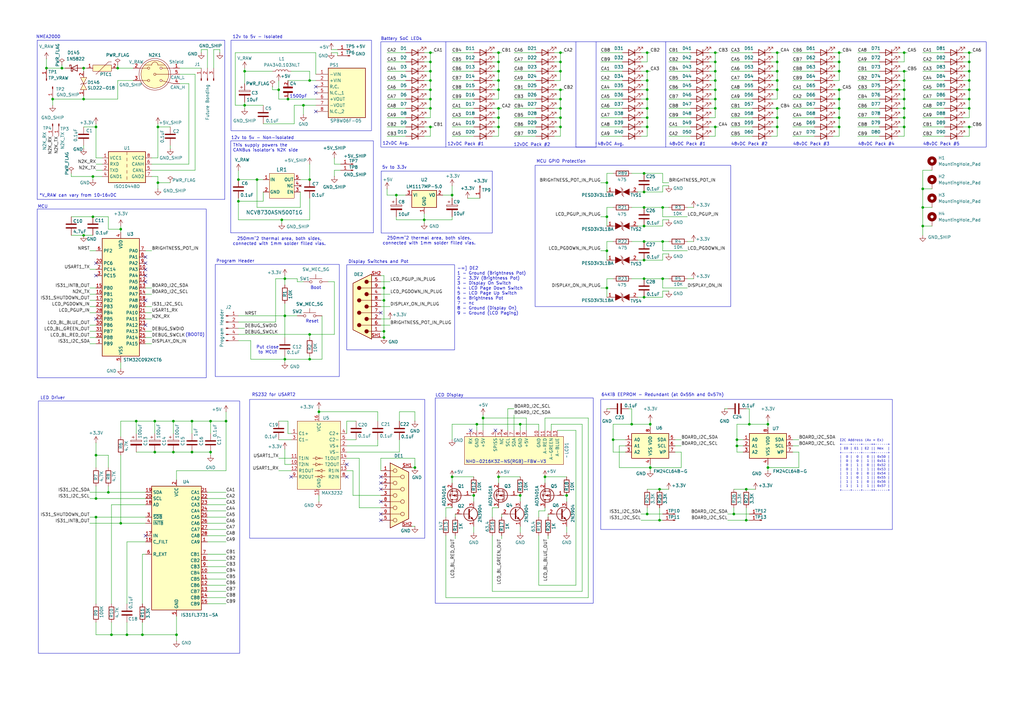
<source format=kicad_sch>
(kicad_sch (version 20250114) (generator "eeschema") (generator_version "9.0")
  (paper "A3")
  (title_block (title "Compass Rose LED Rings") (date "2025-11-06") (rev "4") (company "The Digital Mermaid"))
  (rectangle (start 88.265 108.458) (end 139.192 154.432))
  (rectangle (start 246.38 163.83) (end 366.0169 217.1699))
  (rectangle (start 102.362 163.83) (end 174.244 220.726))
  (rectangle (start 142.24 108.585) (end 186.436 143.51))
  (rectangle (start 15.24 16.51) (end 92.202 81.788))
  (rectangle (start 94.615 57.785) (end 153.162 95.504))
  (rectangle (start 156.21 17.145) (end 404.495 60.325))
  (rectangle (start 156.3267 70.1639) (end 201.93 95.571))
  (rectangle (start 94.742 16.51) (end 152.3724 53.594))
  (rectangle (start 15.748 164.465) (end 98.298 267.97))
  (rectangle (start 178.5074 163.2249) (end 243.332 247.396))
  (rectangle (start 15.24 85.725) (end 84.582 154.94))
  (rectangle (start 219.456 67.818) (end 299.72 125.73))
  (text "Battery SoC LEDs" (at 164.592 16.002 0) (effects (font (size 1.27 1.27))))
  (text "250mm^2 thermal area, both sides,\nconnected with 1mm solder filled vias." (at 114.554 99.06 0) (effects (font (size 1.27 1.27))))
  (text "12v to 5v - Non-isolated" (at 107.696 56.642 0) (effects (font (size 1.27 1.27))))
  (text "48vDC Pack #2" (at 307.34 59.182 0) (effects (font (size 1.27 1.27))))
  (text "48vDC Pack #3" (at 332.74 59.182 0) (effects (font (size 1.27 1.27))))
  (text "48vDC Pack #4" (at 359.41 59.182 0) (effects (font (size 1.27 1.27))))
  (text "Display Switches and Pot" (at 155.194 107.442 0) (effects (font (size 1.27 1.27))))
  (text "12v to 5v - Isolated" (at 105.664 15.24 0) (effects (font (size 1.27 1.27))))
  (text "MCU" (at 17.526 84.836 0) (effects (font (size 1.27 1.27))))
  (text "48vDC Avg." (at 250.444 59.182 0) (effects (font (size 1.27 1.27))))
  (text "(BOOT0)" (at 80.01 137.414 0) (effects (font (size 1.27 1.27))))
  (text "5v to 3.3v" (at 161.7877 68.7669 0) (effects (font (size 1.27 1.27))))
  (text "LCD Display" (at 184.3494 162.2089 0) (effects (font (size 1.27 1.27))))
  (text "-=] DE2\n1 - Ground (Brightness Pot)\n2 - 3.3V (Brightness Pot)\n3 - Display On Switch\n4 - LCD Page Down Switch\n5 - LCD Page Up Switch\n6 - Brightness Pot\n7 - nc\n8 - Ground (Display On)\n9 - Ground (LCD Paging)" (at 187.452 119.38 0) (effects (font (size 1.27 1.27)) (justify left)))
  (text "64KiB EEPROM - Redundant (at 0x55h and 0x57h)" (at 271.78 162.052 0) (effects (font (size 1.27 1.27))))
  (text "MCU GPIO Protection" (at 230.124 66.294 0) (effects (font (size 1.27 1.27))))
  (text "NHD-0216K3Z-NS(RGB)-FBW-V3" (at 207.518 189.484 0) (effects (font (size 1.27 1.27))))
  (text "12vDC Pack #1" (at 191.008 59.182 0) (effects (font (size 1.27 1.27))))
  (text "RS232 for USART2" (at 112.268 162.052 0) (effects (font (size 1.27 1.27))))
  (text "1500pF" (at 122.428 39.624 0) (effects (font (size 1.27 1.27))))
  (text "12vDC Pack #2" (at 218.186 59.436 0) (effects (font (size 1.27 1.27))))
  (text "This supply powers the\nCANBus isolator's N2K side" (at 95.504 60.706 0) (effects (font (size 1.27 1.27)) (justify left)))
  (text "Put close\nto MCU!" (at 109.728 143.51 0) (effects (font (size 1.27 1.27))))
  (text "12vDC Avg." (at 162.306 58.928 0) (effects (font (size 1.27 1.27))))
  (text "I2C Address (Ax = Ex)\n+----+----+----++------+\n| E0 | E1 | E2 || Hex  |\n+----+----+----++------+\n|  0 |  0 |  0 || 0x50 |\n|  0 |  0 |  1 || 0x51 |\n|  0 |  1 |  0 || 0x52 |\n|  0 |  1 |  1 || 0x53 |\n|  1 |  0 |  0 || 0x54 |\n|  1 |  0 |  1 || 0x55 |\n|  1 |  1 |  0 || 0x56 |\n|  1 |  1 |  1 || 0x57 |\n+----+----+----++------+" (at 344.424 191.262 0) (effects (font (size 1.016 1.016)) (justify left)))
  (text "Program Header" (at 96.52 107.188 0) (effects (font (size 1.27 1.27))))
  (text "Reset" (at 128.016 131.826 0) (effects (font (size 1.27 1.27))))
  (text "*V_RAW can vary from 10~16vDC" (at 32.004 80.264 0) (effects (font (size 1.27 1.27))))
  (text "48vDC Pack #5" (at 386.08 59.182 0) (effects (font (size 1.27 1.27))))
  (text "250mm^2 thermal area, both sides,\nconnected with 1mm solder filled vias." (at 176.022 98.806 0) (effects (font (size 1.27 1.27))))
  (text "LED Driver" (at 21.59 163.322 0) (effects (font (size 1.27 1.27))))
  (text "Boot" (at 129.54 118.11 0) (effects (font (size 1.27 1.27))))
  (text "NMEA2000" (at 19.812 15.24 0) (effects (font (size 1.27 1.27))))
  (text "48vDC Pack #1" (at 281.94 59.182 0) (effects (font (size 1.27 1.27))))
  (junction (at 44.45 201.93))
  (junction (at 265.43 44.45))
  (junction (at 293.37 21.59))
  (junction (at 204.47 25.4))
  (junction (at 176.53 44.45))
  (junction (at 229.87 44.45))
  (junction (at 86.36 172.72))
  (junction (at 271.78 85.09))
  (junction (at 293.37 36.83))
  (junction (at 248.92 88.9))
  (junction (at 397.51 29.21))
  (junction (at 127 137.16))
  (junction (at 64.77 52.07))
  (junction (at 39.37 212.09))
  (junction (at 198.12 171.45))
  (junction (at 397.51 33.02))
  (junction (at 397.51 52.07))
  (junction (at 176.53 29.21))
  (junction (at 176.53 40.64))
  (junction (at 34.29 27.94))
  (junction (at 127 147.32))
  (junction (at 176.53 25.4))
  (junction (at 55.88 172.72))
  (junction (at 204.47 195.58))
  (junction (at 344.17 44.45))
  (junction (at 63.5 172.72))
  (junction (at 39.37 52.07))
  (junction (at 204.47 44.45))
  (junction (at 21.59 40.64))
  (junction (at 116.84 147.32))
  (junction (at 265.43 29.21))
  (junction (at 34.29 96.52))
  (junction (at 204.47 29.21))
  (junction (at 314.96 191.77))
  (junction (at 97.79 73.66))
  (junction (at 229.87 40.64))
  (junction (at 48.26 27.94))
  (junction (at 370.84 21.59))
  (junction (at 49.53 93.98))
  (junction (at 45.72 260.35))
  (junction (at 229.87 48.26))
  (junction (at 344.17 25.4))
  (junction (at 318.77 29.21))
  (junction (at 307.34 173.99))
  (junction (at 78.74 172.72))
  (junction (at 64.77 74.93))
  (junction (at 185.42 195.58))
  (junction (at 265.43 210.82))
  (junction (at 344.17 36.83))
  (junction (at 195.58 173.99))
  (junction (at 265.43 33.02))
  (junction (at 370.84 44.45))
  (junction (at 19.05 27.94))
  (junction (at 25.4 27.94))
  (junction (at 370.84 29.21))
  (junction (at 378.46 92.71))
  (junction (at 229.87 29.21))
  (junction (at 124.46 43.18))
  (junction (at 370.84 36.83))
  (junction (at 176.53 36.83))
  (junction (at 170.18 191.77))
  (junction (at 318.77 48.26))
  (junction (at 318.77 25.4))
  (junction (at 118.11 40.64))
  (junction (at 157.48 135.89))
  (junction (at 176.53 33.02))
  (junction (at 370.84 33.02))
  (junction (at 397.51 40.64))
  (junction (at 115.57 90.17))
  (junction (at 397.51 36.83))
  (junction (at 71.12 185.42))
  (junction (at 204.47 33.02))
  (junction (at 58.42 260.35))
  (junction (at 213.36 173.99))
  (junction (at 397.51 21.59))
  (junction (at 271.78 99.06))
  (junction (at 397.51 25.4))
  (junction (at 314.96 173.99))
  (junction (at 38.1 72.39))
  (junction (at 370.84 52.07))
  (junction (at 264.16 85.09))
  (junction (at 176.53 21.59))
  (junction (at 100.33 43.18))
  (junction (at 185.42 80.01))
  (junction (at 114.3 36.83))
  (junction (at 293.37 52.07))
  (junction (at 229.87 21.59))
  (junction (at 52.07 260.35))
  (junction (at 293.37 29.21))
  (junction (at 293.37 25.4))
  (junction (at 71.12 172.72))
  (junction (at 223.52 195.58))
  (junction (at 344.17 48.26))
  (junction (at 264.16 99.06))
  (junction (at 266.7 173.99))
  (junction (at 39.37 204.47))
  (junction (at 157.48 138.43))
  (junction (at 259.08 173.99))
  (junction (at 264.16 78.74))
  (junction (at 130.81 168.91))
  (junction (at 302.26 182.88))
  (junction (at 116.84 129.54))
  (junction (at 105.41 73.66))
  (junction (at 300.99 210.82))
  (junction (at 204.47 52.07))
  (junction (at 86.36 185.42))
  (junction (at 264.16 106.68))
  (junction (at 318.77 36.83))
  (junction (at 293.37 44.45))
  (junction (at 271.78 114.3))
  (junction (at 78.74 185.42))
  (junction (at 264.16 121.92))
  (junction (at 248.92 118.11))
  (junction (at 204.47 36.83))
  (junction (at 100.33 29.21))
  (junction (at 63.5 185.42))
  (junction (at 370.84 48.26))
  (junction (at 204.47 21.59))
  (junction (at 378.46 85.09))
  (junction (at 97.79 82.55))
  (junction (at 229.87 36.83))
  (junction (at 265.43 48.26))
  (junction (at 265.43 52.07))
  (junction (at 157.48 118.11))
  (junction (at 248.92 74.93))
  (junction (at 318.77 52.07))
  (junction (at 39.37 186.69))
  (junction (at 34.29 40.64))
  (junction (at 72.39 260.35))
  (junction (at 157.48 123.19))
  (junction (at 264.16 114.3))
  (junction (at 318.77 44.45))
  (junction (at 248.92 102.87))
  (junction (at 293.37 33.02))
  (junction (at 344.17 40.64))
  (junction (at 378.46 77.47))
  (junction (at 293.37 40.64))
  (junction (at 270.51 200.66))
  (junction (at 229.87 52.07))
  (junction (at 344.17 21.59))
  (junction (at 213.36 203.2))
  (junction (at 344.17 29.21))
  (junction (at 49.53 214.63))
  (junction (at 265.43 40.64))
  (junction (at 38.1 88.9))
  (junction (at 162.56 80.01))
  (junction (at 264.16 92.71))
  (junction (at 92.71 172.72))
  (junction (at 344.17 52.07))
  (junction (at 397.51 44.45))
  (junction (at 306.07 200.66))
  (junction (at 265.43 21.59))
  (junction (at 194.31 203.2))
  (junction (at 318.77 21.59))
  (junction (at 232.41 203.2))
  (junction (at 266.7 191.77))
  (junction (at 251.46 180.34))
  (junction (at 318.77 33.02))
  (junction (at 127 73.66))
  (junction (at 270.51 213.36))
  (junction (at 265.43 36.83))
  (junction (at 204.47 48.26))
  (junction (at 370.84 40.64))
  (junction (at 264.16 71.12))
  (junction (at 176.53 52.07))
  (junction (at 173.99 90.17))
  (junction (at 302.26 180.34))
  (junction (at 306.07 213.36))
  (junction (at 116.84 114.3))
  (junction (at 229.87 25.4))
  (junction (at 127 33.02))
  (no_connect (at 142.24 195.58))
  (no_connect (at 129.54 35.56))
  (no_connect (at 59.69 123.19))
  (no_connect (at 156.21 198.12))
  (no_connect (at 119.38 195.58))
  (no_connect (at 59.69 133.35))
  (no_connect (at 59.69 115.57))
  (no_connect (at 59.69 219.71))
  (no_connect (at 156.21 200.66))
  (no_connect (at 59.69 105.41))
  (no_connect (at 156.21 213.36))
  (no_connect (at 59.69 113.03))
  (no_connect (at 59.69 110.49))
  (no_connect (at 39.37 107.95))
  (no_connect (at 156.21 210.82))
  (no_connect (at 203.2 176.53))
  (no_connect (at 193.04 176.53))
  (no_connect (at 129.54 45.72))
  (no_connect (at 129.54 38.1))
  (no_connect (at 156.21 195.58))
  (no_connect (at 59.69 107.95))
  (no_connect (at 39.37 113.03))
  (no_connect (at 142.24 190.5))
  (no_connect (at 156.21 205.74))
  (no_connect (at 39.37 130.81))
  (no_connect (at 156.21 128.27))
  (wire (pts (xy 85.09 242.57) (xy 92.71 242.57)))
  (wire (pts (xy 229.87 25.4) (xy 229.87 21.59)))
  (wire (pts (xy 229.87 48.26) (xy 229.87 44.45)))
  (wire (pts (xy 270.51 213.36) (xy 262.89 213.36)))
  (wire (pts (xy 246.38 29.21) (xy 255.27 29.21)))
  (wire (pts (xy 271.78 90.17) (xy 274.32 90.17)))
  (wire (pts (xy 158.75 44.45) (xy 166.37 44.45)))
  (wire (pts (xy 85.09 227.33) (xy 92.71 227.33)))
  (wire (pts (xy 248.92 85.09) (xy 248.92 88.9)))
  (wire (pts (xy 185.42 180.34) (xy 185.42 173.99)))
  (wire (pts (xy 271.78 78.74) (xy 271.78 76.2)))
  (wire (pts (xy 265.43 48.26) (xy 265.43 44.45)))
  (wire (pts (xy 307.34 167.64) (xy 307.34 173.99)))
  (wire (pts (xy 246.38 74.93) (xy 248.92 74.93)))
  (wire (pts (xy 62.23 64.77) (xy 64.77 64.77)))
  (wire (pts (xy 271.78 74.93) (xy 274.32 74.93)))
  (wire (pts (xy 142.24 185.42) (xy 163.83 185.42)))
  (wire (pts (xy 97.79 132.08) (xy 113.03 132.08)))
  (wire (pts (xy 344.17 36.83) (xy 345.44 36.83)))
  (wire (pts (xy 325.12 40.64) (xy 334.01 40.64)))
  (wire (pts (xy 246.38 48.26) (xy 255.27 48.26)))
  (wire (pts (xy 318.77 33.02) (xy 318.77 29.21)))
  (wire (pts (xy 130.81 168.91) (xy 130.81 170.18)))
  (wire (pts (xy 229.87 55.88) (xy 229.87 52.07)))
  (wire (pts (xy 246.38 102.87) (xy 248.92 102.87)))
  (wire (pts (xy 265.43 52.07) (xy 265.43 48.26)))
  (wire (pts (xy 92.71 193.04) (xy 72.39 193.04)))
  (wire (pts (xy 248.92 114.3) (xy 251.46 114.3)))
  (wire (pts (xy 120.65 43.18) (xy 124.46 43.18)))
  (wire (pts (xy 45.72 207.01) (xy 45.72 247.65)))
  (wire (pts (xy 378.46 77.47) (xy 378.46 85.09)))
  (wire (pts (xy 327.66 191.77) (xy 314.96 191.77)))
  (wire (pts (xy 58.42 247.65) (xy 58.42 227.33)))
  (wire (pts (xy 394.97 21.59) (xy 397.51 21.59)))
  (wire (pts (xy 299.72 36.83) (xy 308.61 36.83)))
  (wire (pts (xy 378.46 48.26) (xy 387.35 48.26)))
  (wire (pts (xy 39.37 52.07) (xy 39.37 64.77)))
  (wire (pts (xy 198.12 171.45) (xy 215.9 171.45)))
  (wire (pts (xy 39.37 69.85) (xy 41.91 69.85)))
  (wire (pts (xy 116.84 184.15) (xy 116.84 190.5)))
  (wire (pts (xy 368.3 29.21) (xy 370.84 29.21)))
  (wire (pts (xy 271.78 76.2) (xy 274.32 76.2)))
  (wire (pts (xy 87.63 20.32) (xy 90.17 20.32)))
  (wire (pts (xy 264.16 106.68) (xy 271.78 106.68)))
  (wire (pts (xy 204.47 55.88) (xy 204.47 52.07)))
  (wire (pts (xy 318.77 48.26) (xy 318.77 44.45)))
  (wire (pts (xy 368.3 33.02) (xy 370.84 33.02)))
  (wire (pts (xy 92.71 168.91) (xy 92.71 172.72)))
  (wire (pts (xy 170.18 187.96) (xy 170.18 191.77)))
  (wire (pts (xy 58.42 260.35) (xy 72.39 260.35)))
  (wire (pts (xy 185.42 44.45) (xy 194.31 44.45)))
  (wire (pts (xy 241.3 245.11) (xy 241.3 171.45)))
  (wire (pts (xy 157.48 135.89) (xy 157.48 138.43)))
  (wire (pts (xy 123.19 73.66) (xy 127 73.66)))
  (wire (pts (xy 39.37 67.31) (xy 41.91 67.31)))
  (wire (pts (xy 170.18 187.96) (xy 156.21 187.96)))
  (wire (pts (xy 290.83 40.64) (xy 293.37 40.64)))
  (wire (pts (xy 85.09 217.17) (xy 92.71 217.17)))
  (wire (pts (xy 314.96 173.99) (xy 314.96 175.26)))
  (wire (pts (xy 59.69 140.97) (xy 62.23 140.97)))
  (wire (pts (xy 45.72 260.35) (xy 52.07 260.35)))
  (wire (pts (xy 264.16 99.06) (xy 271.78 99.06)))
  (wire (pts (xy 118.11 40.64) (xy 129.54 40.64)))
  (wire (pts (xy 49.53 95.25) (xy 49.53 93.98)))
  (wire (pts (xy 259.08 114.3) (xy 264.16 114.3)))
  (wire (pts (xy 344.17 33.02) (xy 344.17 29.21)))
  (wire (pts (xy 201.93 36.83) (xy 204.47 36.83)))
  (wire (pts (xy 204.47 48.26) (xy 204.47 44.45)))
  (wire (pts (xy 223.52 195.58) (xy 223.52 198.12)))
  (wire (pts (xy 185.42 33.02) (xy 194.31 33.02)))
  (wire (pts (xy 204.47 36.83) (xy 204.47 33.02)))
  (wire (pts (xy 58.42 227.33) (xy 59.69 227.33)))
  (wire (pts (xy 173.99 29.21) (xy 176.53 29.21)))
  (wire (pts (xy 173.99 87.63) (xy 173.99 90.17)))
  (wire (pts (xy 80.01 30.48) (xy 73.66 30.48)))
  (wire (pts (xy 394.97 29.21) (xy 397.51 29.21)))
  (wire (pts (xy 229.87 21.59) (xy 231.14 21.59)))
  (wire (pts (xy 290.83 33.02) (xy 293.37 33.02)))
  (wire (pts (xy 123.19 78.74) (xy 123.19 85.09)))
  (wire (pts (xy 304.8 185.42) (xy 302.26 185.42)))
  (wire (pts (xy 236.22 176.53) (xy 228.6 176.53)))
  (wire (pts (xy 49.53 179.07) (xy 49.53 172.72)))
  (wire (pts (xy 137.16 69.85) (xy 137.16 72.39)))
  (wire (pts (xy 397.51 29.21) (xy 397.51 25.4)))
  (wire (pts (xy 208.28 167.64) (xy 208.28 176.53)))
  (wire (pts (xy 262.89 25.4) (xy 265.43 25.4)))
  (wire (pts (xy 318.77 55.88) (xy 318.77 52.07)))
  (wire (pts (xy 210.82 33.02) (xy 219.71 33.02)))
  (wire (pts (xy 276.86 182.88) (xy 279.4 182.88)))
  (wire (pts (xy 163.83 168.91) (xy 163.83 172.72)))
  (wire (pts (xy 115.57 90.17) (xy 115.57 91.44)))
  (wire (pts (xy 49.53 172.72) (xy 55.88 172.72)))
  (wire (pts (xy 147.32 208.28) (xy 147.32 187.96)))
  (wire (pts (xy 220.98 176.53) (xy 220.98 173.99)))
  (wire (pts (xy 127 67.31) (xy 127 73.66)))
  (wire (pts (xy 316.23 52.07) (xy 318.77 52.07)))
  (wire (pts (xy 378.46 21.59) (xy 387.35 21.59)))
  (wire (pts (xy 382.27 92.71) (xy 378.46 92.71)))
  (wire (pts (xy 271.78 99.06) (xy 274.32 99.06)))
  (wire (pts (xy 77.47 34.29) (xy 73.66 34.29)))
  (wire (pts (xy 256.54 185.42) (xy 251.46 185.42)))
  (wire (pts (xy 49.53 93.98) (xy 49.53 92.71)))
  (wire (pts (xy 193.04 203.2) (xy 194.31 203.2)))
  (wire (pts (xy 85.09 20.32) (xy 82.55 20.32)))
  (wire (pts (xy 195.58 173.99) (xy 213.36 173.99)))
  (wire (pts (xy 201.93 44.45) (xy 204.47 44.45)))
  (wire (pts (xy 121.92 114.3) (xy 116.84 114.3)))
  (wire (pts (xy 262.89 48.26) (xy 265.43 48.26)))
  (wire (pts (xy 293.37 40.64) (xy 293.37 36.83)))
  (wire (pts (xy 170.18 172.72) (xy 170.18 168.91)))
  (wire (pts (xy 52.07 222.25) (xy 52.07 247.65)))
  (wire (pts (xy 176.53 33.02) (xy 176.53 29.21)))
  (wire (pts (xy 281.94 85.09) (xy 284.48 85.09)))
  (wire (pts (xy 316.23 55.88) (xy 318.77 55.88)))
  (wire (pts (xy 220.98 219.71) (xy 220.98 240.03)))
  (wire (pts (xy 256.54 182.88) (xy 254 182.88)))
  (wire (pts (xy 223.52 209.55) (xy 223.52 208.28)))
  (wire (pts (xy 85.09 245.11) (xy 92.71 245.11)))
  (wire (pts (xy 85.09 237.49) (xy 92.71 237.49)))
  (wire (pts (xy 25.4 27.94) (xy 26.67 27.94)))
  (wire (pts (xy 72.39 193.04) (xy 72.39 196.85)))
  (wire (pts (xy 137.16 64.77) (xy 137.16 67.31)))
  (wire (pts (xy 302.26 180.34) (xy 304.8 180.34)))
  (wire (pts (xy 226.06 173.99) (xy 226.06 176.53)))
  (wire (pts (xy 220.98 209.55) (xy 223.52 209.55)))
  (wire (pts (xy 351.79 21.59) (xy 360.68 21.59)))
  (wire (pts (xy 162.56 80.01) (xy 162.56 81.28)))
  (wire (pts (xy 351.79 55.88) (xy 360.68 55.88)))
  (wire (pts (xy 394.97 40.64) (xy 397.51 40.64)))
  (wire (pts (xy 176.53 40.64) (xy 176.53 36.83)))
  (wire (pts (xy 210.82 52.07) (xy 219.71 52.07)))
  (wire (pts (xy 232.41 203.2) (xy 232.41 205.74)))
  (wire (pts (xy 97.79 90.17) (xy 97.79 82.55)))
  (wire (pts (xy 185.42 21.59) (xy 194.31 21.59)))
  (wire (pts (xy 262.89 44.45) (xy 265.43 44.45)))
  (wire (pts (xy 157.48 118.11) (xy 157.48 123.19)))
  (wire (pts (xy 173.99 25.4) (xy 176.53 25.4)))
  (wire (pts (xy 378.46 36.83) (xy 387.35 36.83)))
  (wire (pts (xy 97.79 69.85) (xy 97.79 73.66)))
  (wire (pts (xy 271.78 85.09) (xy 274.32 85.09)))
  (wire (pts (xy 227.33 40.64) (xy 229.87 40.64)))
  (wire (pts (xy 34.29 27.94) (xy 35.56 27.94)))
  (wire (pts (xy 36.83 128.27) (xy 39.37 128.27)))
  (wire (pts (xy 300.99 200.66) (xy 306.07 200.66)))
  (wire (pts (xy 344.17 29.21) (xy 344.17 25.4)))
  (wire (pts (xy 87.63 27.94) (xy 87.63 20.32)))
  (wire (pts (xy 204.47 44.45) (xy 205.74 44.45)))
  (wire (pts (xy 107.95 82.55) (xy 107.95 78.74)))
  (polyline (pts (xy 273.05 59.055) (xy 273.05 60.325)))
  (wire (pts (xy 227.33 33.02) (xy 229.87 33.02)))
  (wire (pts (xy 300.99 210.82) (xy 298.45 210.82)))
  (wire (pts (xy 156.21 113.03) (xy 157.48 113.03)))
  (wire (pts (xy 325.12 44.45) (xy 334.01 44.45)))
  (wire (pts (xy 176.53 52.07) (xy 177.8 52.07)))
  (wire (pts (xy 44.45 186.69) (xy 44.45 191.77)))
  (wire (pts (xy 351.79 29.21) (xy 360.68 29.21)))
  (wire (pts (xy 210.82 170.18) (xy 210.82 176.53)))
  (wire (pts (xy 302.26 182.88) (xy 302.26 180.34)))
  (wire (pts (xy 274.32 52.07) (xy 283.21 52.07)))
  (wire (pts (xy 316.23 44.45) (xy 318.77 44.45)))
  (wire (pts (xy 262.89 36.83) (xy 265.43 36.83)))
  (wire (pts (xy 368.3 21.59) (xy 370.84 21.59)))
  (wire (pts (xy 279.4 191.77) (xy 266.7 191.77)))
  (wire (pts (xy 279.4 185.42) (xy 279.4 191.77)))
  (wire (pts (xy 138.43 21.59) (xy 135.89 21.59)))
  (wire (pts (xy 271.78 92.71) (xy 271.78 90.17)))
  (wire (pts (xy 147.32 187.96) (xy 142.24 187.96)))
  (wire (pts (xy 351.79 33.02) (xy 360.68 33.02)))
  (wire (pts (xy 325.12 48.26) (xy 334.01 48.26)))
  (wire (pts (xy 397.51 40.64) (xy 397.51 36.83)))
  (wire (pts (xy 39.37 204.47) (xy 59.69 204.47)))
  (wire (pts (xy 162.56 80.01) (xy 166.37 80.01)))
  (wire (pts (xy 97.79 73.66) (xy 105.41 73.66)))
  (wire (pts (xy 397.51 48.26) (xy 397.51 44.45)))
  (wire (pts (xy 176.53 36.83) (xy 176.53 33.02)))
  (wire (pts (xy 307.34 213.36) (xy 306.07 213.36)))
  (wire (pts (xy 210.82 21.59) (xy 219.71 21.59)))
  (wire (pts (xy 116.84 113.03) (xy 116.84 114.3)))
  (wire (pts (xy 248.92 118.11) (xy 248.92 121.92)))
  (wire (pts (xy 351.79 48.26) (xy 360.68 48.26)))
  (wire (pts (xy 59.69 128.27) (xy 62.23 128.27)))
  (wire (pts (xy 156.21 118.11) (xy 157.48 118.11)))
  (wire (pts (xy 368.3 25.4) (xy 370.84 25.4)))
  (wire (pts (xy 124.46 43.18) (xy 124.46 46.99)))
  (wire (pts (xy 63.5 185.42) (xy 71.12 185.42)))
  (wire (pts (xy 96.52 43.18) (xy 100.33 43.18)))
  (wire (pts (xy 281.94 114.3) (xy 284.48 114.3)))
  (wire (pts (xy 394.97 52.07) (xy 397.51 52.07)))
  (wire (pts (xy 271.78 71.12) (xy 271.78 74.93)))
  (wire (pts (xy 52.07 260.35) (xy 58.42 260.35)))
  (wire (pts (xy 290.83 55.88) (xy 293.37 55.88)))
  (wire (pts (xy 307.34 173.99) (xy 314.96 173.99)))
  (wire (pts (xy 36.83 110.49) (xy 39.37 110.49)))
  (wire (pts (xy 129.54 21.59) (xy 96.52 21.59)))
  (wire (pts (xy 78.74 177.8) (xy 78.74 172.72)))
  (wire (pts (xy 210.82 25.4) (xy 219.71 25.4)))
  (wire (pts (xy 266.7 173.99) (xy 266.7 175.26)))
  (wire (pts (xy 182.88 208.28) (xy 182.88 212.09)))
  (wire (pts (xy 271.78 114.3) (xy 271.78 118.11)))
  (wire (pts (xy 116.84 146.05) (xy 116.84 147.32)))
  (polyline (pts (xy 244.475 60.325) (xy 244.475 58.42)))
  (wire (pts (xy 274.32 55.88) (xy 283.21 55.88)))
  (wire (pts (xy 201.93 40.64) (xy 204.47 40.64)))
  (wire (pts (xy 116.84 129.54) (xy 116.84 138.43)))
  (wire (pts (xy 318.77 36.83) (xy 318.77 33.02)))
  (wire (pts (xy 370.84 36.83) (xy 370.84 40.64)))
  (wire (pts (xy 100.33 41.91) (xy 100.33 43.18)))
  (wire (pts (xy 158.75 21.59) (xy 166.37 21.59)))
  (wire (pts (xy 297.18 167.64) (xy 298.45 167.64)))
  (wire (pts (xy 176.53 48.26) (xy 176.53 44.45)))
  (wire (pts (xy 261.62 78.74) (xy 264.16 78.74)))
  (wire (pts (xy 38.1 72.39) (xy 41.91 72.39)))
  (wire (pts (xy 344.17 55.88) (xy 344.17 52.07)))
  (wire (pts (xy 290.83 36.83) (xy 293.37 36.83)))
  (wire (pts (xy 344.17 25.4) (xy 344.17 21.59)))
  (wire (pts (xy 36.83 138.43) (xy 39.37 138.43)))
  (wire (pts (xy 135.89 20.32) (xy 138.43 20.32)))
  (wire (pts (xy 271.78 102.87) (xy 281.94 102.87)))
  (wire (pts (xy 134.62 115.57) (xy 137.16 115.57)))
  (wire (pts (xy 204.47 40.64) (xy 204.47 36.83)))
  (wire (pts (xy 72.39 252.73) (xy 72.39 260.35)))
  (wire (pts (xy 116.84 190.5) (xy 119.38 190.5)))
  (wire (pts (xy 299.72 52.07) (xy 308.61 52.07)))
  (wire (pts (xy 264.16 85.09) (xy 271.78 85.09)))
  (wire (pts (xy 185.42 195.58) (xy 185.42 198.12)))
  (wire (pts (xy 154.94 180.34) (xy 154.94 182.88)))
  (wire (pts (xy 156.21 125.73) (xy 160.02 125.73)))
  (wire (pts (xy 378.46 52.07) (xy 387.35 52.07)))
  (wire (pts (xy 306.07 167.64) (xy 307.34 167.64)))
  (wire (pts (xy 325.12 55.88) (xy 334.01 55.88)))
  (wire (pts (xy 85.09 247.65) (xy 92.71 247.65)))
  (wire (pts (xy 302.26 173.99) (xy 307.34 173.99)))
  (wire (pts (xy 173.99 21.59) (xy 176.53 21.59)))
  (wire (pts (xy 251.46 173.99) (xy 259.08 173.99)))
  (wire (pts (xy 127 33.02) (xy 129.54 33.02)))
  (wire (pts (xy 248.92 102.87) (xy 248.92 106.68)))
  (wire (pts (xy 77.47 34.29) (xy 77.47 67.31)))
  (wire (pts (xy 92.71 172.72) (xy 92.71 193.04)))
  (wire (pts (xy 182.88 245.11) (xy 241.3 245.11)))
  (wire (pts (xy 116.84 114.3) (xy 116.84 116.84)))
  (wire (pts (xy 185.42 25.4) (xy 194.31 25.4)))
  (wire (pts (xy 261.62 106.68) (xy 264.16 106.68)))
  (wire (pts (xy 163.83 185.42) (xy 163.83 180.34)))
  (wire (pts (xy 397.51 21.59) (xy 398.78 21.59)))
  (polyline (pts (xy 236.22 17.145) (xy 236.22 59.055)))
  (wire (pts (xy 85.09 222.25) (xy 92.71 222.25)))
  (wire (pts (xy 176.53 29.21) (xy 176.53 25.4)))
  (wire (pts (xy 227.33 21.59) (xy 229.87 21.59)))
  (wire (pts (xy 318.77 40.64) (xy 318.77 36.83)))
  (wire (pts (xy 173.99 55.88) (xy 176.53 55.88)))
  (wire (pts (xy 227.33 55.88) (xy 229.87 55.88)))
  (wire (pts (xy 132.08 129.54) (xy 132.08 147.32)))
  (wire (pts (xy 394.97 55.88) (xy 397.51 55.88)))
  (wire (pts (xy 341.63 40.64) (xy 344.17 40.64)))
  (wire (pts (xy 248.92 71.12) (xy 251.46 71.12)))
  (wire (pts (xy 274.32 25.4) (xy 283.21 25.4)))
  (wire (pts (xy 156.21 120.65) (xy 160.02 120.65)))
  (wire (pts (xy 223.52 171.45) (xy 223.52 176.53)))
  (wire (pts (xy 170.18 168.91) (xy 163.83 168.91)))
  (wire (pts (xy 48.26 27.94) (xy 54.61 27.94)))
  (wire (pts (xy 251.46 180.34) (xy 256.54 180.34)))
  (wire (pts (xy 44.45 93.98) (xy 49.53 93.98)))
  (wire (pts (xy 318.77 52.07) (xy 318.77 48.26)))
  (wire (pts (xy 290.83 52.07) (xy 293.37 52.07)))
  (wire (pts (xy 213.36 203.2) (xy 213.36 205.74)))
  (wire (pts (xy 271.78 104.14) (xy 274.32 104.14)))
  (wire (pts (xy 185.42 48.26) (xy 194.31 48.26)))
  (wire (pts (xy 119.38 29.21) (xy 127 29.21)))
  (wire (pts (xy 299.72 48.26) (xy 308.61 48.26)))
  (wire (pts (xy 102.87 139.7) (xy 102.87 147.32)))
  (wire (pts (xy 316.23 25.4) (xy 318.77 25.4)))
  (wire (pts (xy 341.63 36.83) (xy 344.17 36.83)))
  (wire (pts (xy 265.43 29.21) (xy 266.7 29.21)))
  (wire (pts (xy 265.43 208.28) (xy 265.43 210.82)))
  (wire (pts (xy 82.55 21.59) (xy 82.55 20.32)))
  (wire (pts (xy 48.26 33.02) (xy 54.61 33.02)))
  (wire (pts (xy 69.85 59.69) (xy 69.85 60.96)))
  (wire (pts (xy 246.38 33.02) (xy 255.27 33.02)))
  (wire (pts (xy 325.12 36.83) (xy 334.01 36.83)))
  (wire (pts (xy 34.29 27.94) (xy 34.29 29.21)))
  (wire (pts (xy 114.3 193.04) (xy 119.38 193.04)))
  (wire (pts (xy 264.16 114.3) (xy 271.78 114.3)))
  (wire (pts (xy 246.38 88.9) (xy 248.92 88.9)))
  (wire (pts (xy 394.97 44.45) (xy 397.51 44.45)))
  (wire (pts (xy 127 137.16) (xy 127 138.43)))
  (wire (pts (xy 368.3 36.83) (xy 370.84 36.83)))
  (wire (pts (xy 368.3 44.45) (xy 370.84 44.45)))
  (wire (pts (xy 201.93 29.21) (xy 204.47 29.21)))
  (wire (pts (xy 144.78 203.2) (xy 156.21 203.2)))
  (wire (pts (xy 116.84 147.32) (xy 116.84 148.59)))
  (wire (pts (xy 34.29 39.37) (xy 34.29 40.64)))
  (wire (pts (xy 36.83 204.47) (xy 39.37 204.47)))
  (wire (pts (xy 158.75 55.88) (xy 166.37 55.88)))
  (wire (pts (xy 85.09 27.94) (xy 85.09 20.32)))
  (wire (pts (xy 59.69 120.65) (xy 62.23 120.65)))
  (wire (pts (xy 52.07 255.27) (xy 52.07 260.35)))
  (wire (pts (xy 85.09 219.71) (xy 92.71 219.71)))
  (wire (pts (xy 370.84 29.21) (xy 372.11 29.21)))
  (wire (pts (xy 120.65 50.8) (xy 120.65 43.18)))
  (wire (pts (xy 36.83 123.19) (xy 39.37 123.19)))
  (wire (pts (xy 344.17 21.59) (xy 345.44 21.59)))
  (wire (pts (xy 248.92 114.3) (xy 248.92 118.11)))
  (wire (pts (xy 176.53 21.59) (xy 177.8 21.59)))
  (wire (pts (xy 394.97 33.02) (xy 397.51 33.02)))
  (wire (pts (xy 194.31 215.9) (xy 194.31 218.44)))
  (wire (pts (xy 38.1 72.39) (xy 38.1 73.66)))
  (wire (pts (xy 29.21 72.39) (xy 38.1 72.39)))
  (wire (pts (xy 306.07 208.28) (xy 306.07 213.36)))
  (wire (pts (xy 49.53 214.63) (xy 59.69 214.63)))
  (wire (pts (xy 85.09 209.55) (xy 92.71 209.55)))
  (wire (pts (xy 185.42 195.58) (xy 194.31 195.58)))
  (wire (pts (xy 306.07 213.36) (xy 298.45 213.36)))
  (wire (pts (xy 142.24 172.72) (xy 142.24 177.8)))
  (wire (pts (xy 85.09 232.41) (xy 92.71 232.41)))
  (wire (pts (xy 195.58 173.99) (xy 195.58 176.53)))
  (wire (pts (xy 248.92 99.06) (xy 248.92 102.87)))
  (wire (pts (xy 378.46 29.21) (xy 387.35 29.21)))
  (wire (pts (xy 201.93 208.28) (xy 204.47 208.28)))
  (wire (pts (xy 382.27 77.47) (xy 378.46 77.47)))
  (wire (pts (xy 270.51 200.66) (xy 274.32 200.66)))
  (wire (pts (xy 378.46 92.71) (xy 378.46 96.52)))
  (wire (pts (xy 274.32 33.02) (xy 283.21 33.02)))
  (wire (pts (xy 39.37 212.09) (xy 39.37 247.65)))
  (wire (pts (xy 114.3 33.02) (xy 114.3 36.83)))
  (wire (pts (xy 64.77 74.93) (xy 69.85 74.93)))
  (wire (pts (xy 220.98 240.03) (xy 236.22 240.03)))
  (wire (pts (xy 129.54 43.18) (xy 124.46 43.18)))
  (wire (pts (xy 274.32 21.59) (xy 283.21 21.59)))
  (wire (pts (xy 293.37 25.4) (xy 293.37 29.21)))
  (wire (pts (xy 316.23 40.64) (xy 318.77 40.64)))
  (wire (pts (xy 293.37 44.45) (xy 293.37 40.64)))
  (wire (pts (xy 265.43 44.45) (xy 265.43 40.64)))
  (wire (pts (xy 97.79 129.54) (xy 116.84 129.54)))
  (wire (pts (xy 36.83 135.89) (xy 39.37 135.89)))
  (wire (pts (xy 370.84 33.02) (xy 370.84 36.83)))
  (wire (pts (xy 45.72 255.27) (xy 45.72 260.35)))
  (wire (pts (xy 290.83 48.26) (xy 293.37 48.26)))
  (wire (pts (xy 59.69 130.81) (xy 62.23 130.81)))
  (wire (pts (xy 100.33 43.18) (xy 100.33 44.45)))
  (wire (pts (xy 261.62 92.71) (xy 264.16 92.71)))
  (wire (pts (xy 44.45 88.9) (xy 44.45 93.98)))
  (wire (pts (xy 39.37 191.77) (xy 39.37 186.69)))
  (wire (pts (xy 36.83 212.09) (xy 39.37 212.09)))
  (wire (pts (xy 213.36 173.99) (xy 220.98 173.99)))
  (wire (pts (xy 264.16 121.92) (xy 271.78 121.92)))
  (wire (pts (xy 100.33 134.62) (xy 97.79 134.62)))
  (wire (pts (xy 227.33 25.4) (xy 229.87 25.4)))
  (wire (pts (xy 100.33 29.21) (xy 100.33 27.94)))
  (wire (pts (xy 181.61 80.01) (xy 185.42 80.01)))
  (wire (pts (xy 71.12 172.72) (xy 71.12 177.8)))
  (wire (pts (xy 162.56 88.9) (xy 162.56 90.17)))
  (wire (pts (xy 121.92 115.57) (xy 121.92 114.3)))
  (wire (pts (xy 55.88 172.72) (xy 55.88 177.8)))
  (wire (pts (xy 114.3 180.34) (xy 119.38 180.34)))
  (wire (pts (xy 58.42 255.27) (xy 58.42 260.35)))
  (wire (pts (xy 290.83 29.21) (xy 293.37 29.21)))
  (wire (pts (xy 154.94 168.91) (xy 130.81 168.91)))
  (wire (pts (xy 173.99 40.64) (xy 176.53 40.64)))
  (wire (pts (xy 127 29.21) (xy 127 33.02)))
  (wire (pts (xy 246.38 21.59) (xy 255.27 21.59)))
  (wire (pts (xy 370.84 55.88) (xy 370.84 52.07)))
  (wire (pts (xy 64.77 52.07) (xy 69.85 52.07)))
  (wire (pts (xy 318.77 21.59) (xy 320.04 21.59)))
  (wire (pts (xy 262.89 55.88) (xy 265.43 55.88)))
  (wire (pts (xy 63.5 172.72) (xy 63.5 177.8)))
  (wire (pts (xy 215.9 176.53) (xy 215.9 171.45)))
  (wire (pts (xy 156.21 115.57) (xy 160.02 115.57)))
  (wire (pts (xy 158.75 52.07) (xy 166.37 52.07)))
  (wire (pts (xy 201.93 48.26) (xy 204.47 48.26)))
  (wire (pts (xy 113.03 114.3) (xy 116.84 114.3)))
  (wire (pts (xy 85.09 214.63) (xy 92.71 214.63)))
  (wire (pts (xy 156.21 130.81) (xy 160.02 130.81)))
  (wire (pts (xy 21.59 40.64) (xy 34.29 40.64)))
  (wire (pts (xy 121.92 129.54) (xy 116.84 129.54)))
  (wire (pts (xy 157.48 113.03) (xy 157.48 118.11)))
  (wire (pts (xy 105.41 85.09) (xy 105.41 73.66)))
  (wire (pts (xy 382.27 85.09) (xy 378.46 85.09)))
  (wire (pts (xy 204.47 25.4) (xy 204.47 21.59)))
  (wire (pts (xy 168.91 215.9) (xy 170.18 215.9)))
  (wire (pts (xy 314.96 191.77) (xy 314.96 193.04)))
  (wire (pts (xy 204.47 29.21) (xy 204.47 25.4)))
  (wire (pts (xy 274.32 29.21) (xy 283.21 29.21)))
  (wire (pts (xy 173.99 36.83) (xy 176.53 36.83)))
  (wire (pts (xy 73.66 27.94) (xy 82.55 27.94)))
  (wire (pts (xy 299.72 25.4) (xy 308.61 25.4)))
  (wire (pts (xy 238.76 173.99) (xy 226.06 173.99)))
  (wire (pts (xy 318.77 44.45) (xy 320.04 44.45)))
  (wire (pts (xy 132.08 147.32) (xy 127 147.32)))
  (wire (pts (xy 201.93 52.07) (xy 204.47 52.07)))
  (wire (pts (xy 34.29 40.64) (xy 48.26 40.64)))
  (wire (pts (xy 223.52 195.58) (xy 232.41 195.58)))
  (wire (pts (xy 397.51 55.88) (xy 397.51 52.07)))
  (wire (pts (xy 229.87 29.21) (xy 229.87 25.4)))
  (wire (pts (xy 176.53 55.88) (xy 176.53 52.07)))
  (wire (pts (xy 229.87 40.64) (xy 229.87 36.83)))
  (wire (pts (xy 213.36 215.9) (xy 213.36 218.44)))
  (wire (pts (xy 78.74 185.42) (xy 86.36 185.42)))
  (wire (pts (xy 39.37 50.8) (xy 39.37 52.07)))
  (wire (pts (xy 29.21 88.9) (xy 38.1 88.9)))
  (wire (pts (xy 138.43 22.86) (xy 138.43 21.59)))
  (wire (pts (xy 198.12 170.18) (xy 198.12 171.45)))
  (wire (pts (xy 36.83 214.63) (xy 49.53 214.63)))
  (polyline (pts (xy 236.22 60.325) (xy 244.475 60.325)))
  (wire (pts (xy 137.16 67.31) (xy 139.7 67.31)))
  (wire (pts (xy 185.42 52.07) (xy 194.31 52.07)))
  (wire (pts (xy 137.16 115.57) (xy 137.16 137.16)))
  (wire (pts (xy 29.21 72.39) (xy 29.21 71.12)))
  (wire (pts (xy 97.79 82.55) (xy 107.95 82.55)))
  (wire (pts (xy 158.75 80.01) (xy 162.56 80.01)))
  (wire (pts (xy 265.43 40.64) (xy 265.43 36.83)))
  (wire (pts (xy 173.99 33.02) (xy 176.53 33.02)))
  (wire (pts (xy 201.93 208.28) (xy 201.93 212.09)))
  (wire (pts (xy 265.43 210.82) (xy 262.89 210.82)))
  (wire (pts (xy 154.94 182.88) (xy 142.24 182.88)))
  (wire (pts (xy 266.7 191.77) (xy 266.7 193.04)))
  (wire (pts (xy 114.3 172.72) (xy 118.11 172.72)))
  (wire (pts (xy 64.77 64.77) (xy 64.77 52.07)))
  (wire (pts (xy 29.21 96.52) (xy 34.29 96.52)))
  (wire (pts (xy 271.78 114.3) (xy 274.32 114.3)))
  (wire (pts (xy 271.78 106.68) (xy 271.78 104.14)))
  (wire (pts (xy 97.79 90.17) (xy 115.57 90.17)))
  (wire (pts (xy 186.69 210.82) (xy 186.69 212.09)))
  (wire (pts (xy 210.82 36.83) (xy 219.71 36.83)))
  (wire (pts (xy 279.4 185.42) (xy 276.86 185.42)))
  (wire (pts (xy 173.99 48.26) (xy 176.53 48.26)))
  (wire (pts (xy 34.29 52.07) (xy 39.37 52.07)))
  (wire (pts (xy 64.77 77.47) (xy 64.77 74.93)))
  (polyline (pts (xy 273.05 17.145) (xy 273.05 59.055)))
  (wire (pts (xy 118.11 33.02) (xy 127 33.02)))
  (wire (pts (xy 341.63 25.4) (xy 344.17 25.4)))
  (wire (pts (xy 158.75 48.26) (xy 166.37 48.26)))
  (wire (pts (xy 351.79 40.64) (xy 360.68 40.64)))
  (wire (pts (xy 261.62 121.92) (xy 264.16 121.92)))
  (wire (pts (xy 227.33 29.21) (xy 229.87 29.21)))
  (wire (pts (xy 299.72 33.02) (xy 308.61 33.02)))
  (wire (pts (xy 262.89 33.02) (xy 265.43 33.02)))
  (wire (pts (xy 59.69 222.25) (xy 52.07 222.25)))
  (wire (pts (xy 316.23 33.02) (xy 318.77 33.02)))
  (wire (pts (xy 185.42 173.99) (xy 195.58 173.99)))
  (wire (pts (xy 205.74 220.98) (xy 205.74 219.71)))
  (wire (pts (xy 100.33 29.21) (xy 100.33 34.29)))
  (wire (pts (xy 158.75 36.83) (xy 166.37 36.83)))
  (wire (pts (xy 327.66 185.42) (xy 327.66 191.77)))
  (wire (pts (xy 198.12 171.45) (xy 198.12 176.53)))
  (wire (pts (xy 341.63 52.07) (xy 344.17 52.07)))
  (wire (pts (xy 265.43 200.66) (xy 270.51 200.66)))
  (wire (pts (xy 246.38 52.07) (xy 255.27 52.07)))
  (wire (pts (xy 274.32 36.83) (xy 283.21 36.83)))
  (wire (pts (xy 96.52 21.59) (xy 96.52 43.18)))
  (wire (pts (xy 229.87 44.45) (xy 229.87 40.64)))
  (wire (pts (xy 397.51 36.83) (xy 397.51 33.02)))
  (wire (pts (xy 146.05 172.72) (xy 142.24 172.72)))
  (wire (pts (xy 204.47 195.58) (xy 204.47 198.12)))
  (wire (pts (xy 370.84 25.4) (xy 370.84 21.59)))
  (wire (pts (xy 224.79 219.71) (xy 224.79 220.98)))
  (wire (pts (xy 344.17 40.64) (xy 344.17 36.83)))
  (wire (pts (xy 44.45 201.93) (xy 59.69 201.93)))
  (wire (pts (xy 262.89 52.07) (xy 265.43 52.07)))
  (wire (pts (xy 201.93 21.59) (xy 204.47 21.59)))
  (wire (pts (xy 59.69 135.89) (xy 62.23 135.89)))
  (wire (pts (xy 127 90.17) (xy 115.57 90.17)))
  (wire (pts (xy 397.51 44.45) (xy 397.51 40.64)))
  (wire (pts (xy 204.47 195.58) (xy 213.36 195.58)))
  (wire (pts (xy 265.43 33.02) (xy 265.43 29.21)))
  (wire (pts (xy 173.99 52.07) (xy 176.53 52.07)))
  (wire (pts (xy 351.79 36.83) (xy 360.68 36.83)))
  (wire (pts (xy 158.75 77.47) (xy 158.75 80.01)))
  (wire (pts (xy 173.99 91.44) (xy 173.99 90.17)))
  (wire (pts (xy 299.72 21.59) (xy 308.61 21.59)))
  (wire (pts (xy 204.47 33.02) (xy 204.47 29.21)))
  (wire (pts (xy 227.33 36.83) (xy 229.87 36.83)))
  (wire (pts (xy 39.37 186.69) (xy 44.45 186.69)))
  (wire (pts (xy 318.77 29.21) (xy 318.77 25.4)))
  (wire (pts (xy 248.92 74.93) (xy 248.92 78.74)))
  (wire (pts (xy 63.5 172.72) (xy 71.12 172.72)))
  (wire (pts (xy 36.83 133.35) (xy 39.37 133.35)))
  (wire (pts (xy 299.72 29.21) (xy 308.61 29.21)))
  (wire (pts (xy 85.09 240.03) (xy 92.71 240.03)))
  (wire (pts (xy 34.29 59.69) (xy 34.29 60.96)))
  (wire (pts (xy 168.91 191.77) (xy 170.18 191.77)))
  (wire (pts (xy 36.83 102.87) (xy 39.37 102.87)))
  (wire (pts (xy 246.38 44.45) (xy 255.27 44.45)))
  (wire (pts (xy 21.59 40.64) (xy 21.59 43.18)))
  (wire (pts (xy 116.84 124.46) (xy 116.84 129.54)))
  (wire (pts (xy 185.42 55.88) (xy 194.31 55.88)))
  (wire (pts (xy 97.79 139.7) (xy 102.87 139.7)))
  (wire (pts (xy 118.11 172.72) (xy 118.11 177.8)))
  (wire (pts (xy 271.78 210.82) (xy 265.43 210.82)))
  (wire (pts (xy 39.37 255.27) (xy 39.37 260.35)))
  (wire (pts (xy 64.77 74.93) (xy 64.77 72.39)))
  (wire (pts (xy 64.77 72.39) (xy 62.23 72.39)))
  (wire (pts (xy 271.78 118.11) (xy 281.94 118.11)))
  (wire (pts (xy 227.33 52.07) (xy 229.87 52.07)))
  (polyline (pts (xy 182.88 59.055) (xy 182.88 60.325)))
  (wire (pts (xy 290.83 25.4) (xy 293.37 25.4)))
  (wire (pts (xy 368.3 40.64) (xy 370.84 40.64)))
  (wire (pts (xy 204.47 21.59) (xy 205.74 21.59)))
  (wire (pts (xy 293.37 33.02) (xy 293.37 29.21)))
  (wire (pts (xy 271.78 121.92) (xy 271.78 119.38)))
  (polyline (pts (xy 236.22 59.055) (xy 236.22 60.325)))
  (wire (pts (xy 254 182.88) (xy 254 191.77)))
  (wire (pts (xy 341.63 48.26) (xy 344.17 48.26)))
  (wire (pts (xy 325.12 52.07) (xy 334.01 52.07)))
  (wire (pts (xy 185.42 29.21) (xy 194.31 29.21)))
  (wire (pts (xy 368.3 55.88) (xy 370.84 55.88)))
  (wire (pts (xy 86.36 185.42) (xy 86.36 186.69)))
  (wire (pts (xy 290.83 44.45) (xy 293.37 44.45)))
  (wire (pts (xy 85.09 204.47) (xy 92.71 204.47)))
  (wire (pts (xy 265.43 21.59) (xy 266.7 21.59)))
  (wire (pts (xy 351.79 44.45) (xy 360.68 44.45)))
  (wire (pts (xy 232.41 215.9) (xy 232.41 218.44)))
  (wire (pts (xy 227.33 44.45) (xy 229.87 44.45)))
  (wire (pts (xy 397.51 33.02) (xy 397.51 29.21)))
  (wire (pts (xy 306.07 200.66) (xy 309.88 200.66)))
  (wire (pts (xy 85.09 207.01) (xy 92.71 207.01)))
  (wire (pts (xy 201.93 25.4) (xy 204.47 25.4)))
  (wire (pts (xy 39.37 260.35) (xy 45.72 260.35)))
  (wire (pts (xy 246.38 25.4) (xy 255.27 25.4)))
  (wire (pts (xy 314.96 172.72) (xy 314.96 173.99)))
  (wire (pts (xy 262.89 40.64) (xy 265.43 40.64)))
  (wire (pts (xy 290.83 21.59) (xy 293.37 21.59)))
  (wire (pts (xy 229.87 33.02) (xy 229.87 29.21)))
  (wire (pts (xy 276.86 180.34) (xy 279.4 180.34)))
  (wire (pts (xy 205.74 210.82) (xy 205.74 212.09)))
  (wire (pts (xy 259.08 71.12) (xy 264.16 71.12)))
  (wire (pts (xy 107.95 43.18) (xy 100.33 43.18)))
  (wire (pts (xy 85.09 201.93) (xy 92.71 201.93)))
  (wire (pts (xy 251.46 180.34) (xy 251.46 185.42)))
  (wire (pts (xy 264.16 78.74) (xy 271.78 78.74)))
  (wire (pts (xy 270.51 208.28) (xy 270.51 213.36)))
  (wire (pts (xy 156.21 135.89) (xy 157.48 135.89)))
  (wire (pts (xy 259.08 85.09) (xy 264.16 85.09)))
  (wire (pts (xy 154.94 172.72) (xy 154.94 168.91)))
  (wire (pts (xy 85.09 229.87) (xy 92.71 229.87)))
  (wire (pts (xy 185.42 80.01) (xy 185.42 76.2)))
  (wire (pts (xy 302.26 182.88) (xy 304.8 182.88)))
  (wire (pts (xy 299.72 40.64) (xy 308.61 40.64)))
  (wire (pts (xy 394.97 36.83) (xy 397.51 36.83)))
  (wire (pts (xy 271.78 88.9) (xy 281.94 88.9)))
  (wire (pts (xy 105.41 73.66) (xy 107.95 73.66)))
  (wire (pts (xy 111.76 35.56) (xy 111.76 36.83)))
  (wire (pts (xy 370.84 44.45) (xy 370.84 48.26)))
  (wire (pts (xy 325.12 185.42) (xy 327.66 185.42)))
  (wire (pts (xy 156.21 138.43) (xy 157.48 138.43)))
  (wire (pts (xy 210.82 167.64) (xy 208.28 167.64)))
  (wire (pts (xy 274.32 40.64) (xy 283.21 40.64)))
  (wire (pts (xy 344.17 52.07) (xy 344.17 48.26)))
  (wire (pts (xy 49.53 148.59) (xy 49.53 151.13)))
  (wire (pts (xy 378.46 85.09) (xy 378.46 92.71)))
  (wire (pts (xy 129.54 30.48) (xy 129.54 21.59)))
  (wire (pts (xy 231.14 203.2) (xy 232.41 203.2)))
  (wire (pts (xy 158.75 25.4) (xy 166.37 25.4)))
  (wire (pts (xy 378.46 69.85) (xy 378.46 77.47)))
  (wire (pts (xy 293.37 21.59) (xy 293.37 25.4)))
  (wire (pts (xy 39.37 212.09) (xy 59.69 212.09)))
  (wire (pts (xy 274.32 48.26) (xy 283.21 48.26)))
  (wire (pts (xy 85.09 212.09) (xy 92.71 212.09)))
  (wire (pts (xy 25.4 26.67) (xy 25.4 27.94)))
  (wire (pts (xy 241.3 171.45) (xy 223.52 171.45)))
  (wire (pts (xy 325.12 29.21) (xy 334.01 29.21)))
  (wire (pts (xy 158.75 33.02) (xy 166.37 33.02)))
  (wire (pts (xy 344.17 44.45) (xy 344.17 40.64)))
  (wire (pts (xy 107.95 50.8) (xy 120.65 50.8)))
  (wire (pts (xy 293.37 21.59) (xy 294.64 21.59)))
  (wire (pts (xy 378.46 44.45) (xy 387.35 44.45)))
  (wire (pts (xy 201.93 55.88) (xy 204.47 55.88)))
  (wire (pts (xy 114.3 40.64) (xy 118.11 40.64)))
  (wire (pts (xy 39.37 181.61) (xy 39.37 186.69)))
  (wire (pts (xy 325.12 180.34) (xy 327.66 180.34)))
  (wire (pts (xy 316.23 29.21) (xy 318.77 29.21)))
  (wire (pts (xy 185.42 80.01) (xy 185.42 81.28)))
  (wire (pts (xy 121.92 115.57) (xy 124.46 115.57)))
  (wire (pts (xy 38.1 88.9) (xy 44.45 88.9)))
  (wire (pts (xy 264.16 71.12) (xy 271.78 71.12)))
  (wire (pts (xy 36.83 118.11) (xy 39.37 118.11)))
  (wire (pts (xy 186.69 220.98) (xy 186.69 219.71)))
  (wire (pts (xy 19.05 27.94) (xy 25.4 27.94)))
  (wire (pts (xy 118.11 177.8) (xy 119.38 177.8)))
  (wire (pts (xy 378.46 40.64) (xy 387.35 40.64)))
  (wire (pts (xy 194.31 203.2) (xy 194.31 205.74)))
  (polyline (pts (xy 244.475 17.145) (xy 244.475 59.055)))
  (wire (pts (xy 341.63 33.02) (xy 344.17 33.02)))
  (wire (pts (xy 173.99 44.45) (xy 176.53 44.45)))
  (wire (pts (xy 142.24 180.34) (xy 146.05 180.34)))
  (wire (pts (xy 274.32 44.45) (xy 283.21 44.45)))
  (wire (pts (xy 300.99 208.28) (xy 300.99 210.82)))
  (wire (pts (xy 229.87 36.83) (xy 231.14 36.83)))
  (wire (pts (xy 213.36 173.99) (xy 213.36 176.53)))
  (wire (pts (xy 156.21 187.96) (xy 156.21 193.04)))
  (wire (pts (xy 246.38 40.64) (xy 255.27 40.64)))
  (wire (pts (xy 182.88 219.71) (xy 182.88 245.11)))
  (wire (pts (xy 341.63 55.88) (xy 344.17 55.88)))
  (wire (pts (xy 204.47 52.07) (xy 204.47 48.26)))
  (wire (pts (xy 127 146.05) (xy 127 147.32)))
  (wire (pts (xy 39.37 204.47) (xy 39.37 199.39)))
  (wire (pts (xy 156.21 123.19) (xy 157.48 123.19)))
  (wire (pts (xy 59.69 138.43) (xy 62.23 138.43)))
  (wire (pts (xy 49.53 214.63) (xy 49.53 186.69)))
  (wire (pts (xy 238.76 242.57) (xy 238.76 173.99)))
  (wire (pts (xy 182.88 208.28) (xy 185.42 208.28)))
  (wire (pts (xy 191.77 81.28) (xy 196.85 81.28)))
  (wire (pts (xy 302.26 180.34) (xy 302.26 173.99)))
  (wire (pts (xy 48.26 33.02) (xy 48.26 40.64)))
  (wire (pts (xy 114.3 36.83) (xy 114.3 40.64)))
  (wire (pts (xy 341.63 21.59) (xy 344.17 21.59)))
  (wire (pts (xy 224.79 210.82) (xy 224.79 212.09)))
  (wire (pts (xy 370.84 21.59) (xy 372.11 21.59)))
  (wire (pts (xy 80.01 69.85) (xy 62.23 69.85)))
  (wire (pts (xy 262.89 21.59) (xy 265.43 21.59)))
  (wire (pts (xy 130.81 168.91) (xy 130.81 167.64)))
  (wire (pts (xy 85.09 234.95) (xy 92.71 234.95)))
  (wire (pts (xy 370.84 40.64) (xy 370.84 44.45)))
  (wire (pts (xy 210.82 44.45) (xy 219.71 44.45)))
  (wire (pts (xy 341.63 29.21) (xy 344.17 29.21)))
  (wire (pts (xy 185.42 36.83) (xy 194.31 36.83)))
  (wire (pts (xy 271.78 213.36) (xy 270.51 213.36)))
  (wire (pts (xy 378.46 33.02) (xy 387.35 33.02)))
  (wire (pts (xy 264.16 92.71) (xy 271.78 92.71)))
  (wire (pts (xy 259.08 167.64) (xy 259.08 173.99)))
  (wire (pts (xy 114.3 187.96) (xy 119.38 187.96)))
  (wire (pts (xy 341.63 44.45) (xy 344.17 44.45)))
  (wire (pts (xy 293.37 52.07) (xy 294.64 52.07)))
  (wire (pts (xy 157.48 123.19) (xy 157.48 135.89)))
  (wire (pts (xy 265.43 55.88) (xy 265.43 52.07)))
  (wire (pts (xy 185.42 90.17) (xy 173.99 90.17)))
  (wire (pts (xy 156.21 133.35) (xy 160.02 133.35)))
  (wire (pts (xy 80.01 30.48) (xy 80.01 69.85)))
  (wire (pts (xy 397.51 25.4) (xy 397.51 21.59)))
  (wire (pts (xy 36.83 120.65) (xy 39.37 120.65)))
  (wire (pts (xy 210.82 48.26) (xy 219.71 48.26)))
  (wire (pts (xy 293.37 55.88) (xy 293.37 52.07)))
  (wire (pts (xy 344.17 48.26) (xy 344.17 44.45)))
  (wire (pts (xy 325.12 25.4) (xy 334.01 25.4)))
  (wire (pts (xy 19.05 27.94) (xy 19.05 24.13)))
  (wire (pts (xy 113.03 132.08) (xy 113.03 114.3)))
  (wire (pts (xy 201.93 219.71) (xy 201.93 242.57)))
  (wire (pts (xy 265.43 25.4) (xy 265.43 21.59)))
  (wire (pts (xy 299.72 44.45) (xy 308.61 44.45)))
  (wire (pts (xy 158.75 40.64) (xy 166.37 40.64)))
  (wire (pts (xy 210.82 40.64) (xy 219.71 40.64)))
  (wire (pts (xy 137.16 137.16) (xy 127 137.16)))
  (wire (pts (xy 370.84 29.21) (xy 370.84 33.02)))
  (wire (pts (xy 248.92 88.9) (xy 248.92 92.71)))
  (wire (pts (xy 36.83 140.97) (xy 39.37 140.97)))
  (wire (pts (xy 44.45 201.93) (xy 44.45 199.39)))
  (wire (pts (xy 257.81 167.64) (xy 259.08 167.64)))
  (wire (pts (xy 59.69 102.87) (xy 62.23 102.87)))
  (polyline (pts (xy 182.88 17.145) (xy 182.88 59.055)))
  (wire (pts (xy 248.92 71.12) (xy 248.92 74.93)))
  (wire (pts (xy 55.88 185.42) (xy 63.5 185.42)))
  (wire (pts (xy 397.51 52.07) (xy 398.78 52.07)))
  (wire (pts (xy 293.37 48.26) (xy 293.37 44.45)))
  (wire (pts (xy 382.27 69.85) (xy 378.46 69.85)))
  (wire (pts (xy 59.69 118.11) (xy 62.23 118.11)))
  (wire (pts (xy 111.76 36.83) (xy 114.3 36.83)))
  (wire (pts (xy 246.38 55.88) (xy 255.27 55.88)))
  (wire (pts (xy 368.3 52.07) (xy 370.84 52.07)))
  (wire (pts (xy 97.79 137.16) (xy 127 137.16)))
  (wire (pts (xy 316.23 48.26) (xy 318.77 48.26)))
  (wire (pts (xy 36.83 201.93) (xy 44.45 201.93)))
  (wire (pts (xy 293.37 36.83) (xy 293.37 33.02)))
  (wire (pts (xy 248.92 167.64) (xy 250.19 167.64)))
  (wire (pts (xy 210.82 29.21) (xy 219.71 29.21)))
  (wire (pts (xy 307.34 210.82) (xy 300.99 210.82)))
  (wire (pts (xy 55.88 172.72) (xy 63.5 172.72)))
  (wire (pts (xy 162.56 90.17) (xy 173.99 90.17)))
  (wire (pts (xy 318.77 25.4) (xy 318.77 21.59)))
  (wire (pts (xy 71.12 185.42) (xy 78.74 185.42)))
  (wire (pts (xy 144.78 193.04) (xy 144.78 203.2)))
  (wire (pts (xy 302.26 185.42) (xy 302.26 182.88)))
  (wire (pts (xy 246.38 36.83) (xy 255.27 36.83)))
  (wire (pts (xy 262.89 29.21) (xy 265.43 29.21)))
  (wire (pts (xy 86.36 177.8) (xy 86.36 172.72)))
  (wire (pts (xy 266.7 190.5) (xy 266.7 191.77)))
  (wire (pts (xy 139.7 69.85) (xy 137.16 69.85)))
  (wire (pts (xy 378.46 55.88) (xy 387.35 55.88)))
  (wire (pts (xy 227.33 48.26) (xy 229.87 48.26)))
  (wire (pts (xy 201.93 33.02) (xy 204.47 33.02)))
  (wire (pts (xy 100.33 29.21) (xy 111.76 29.21)))
  (wire (pts (xy 248.92 99.06) (xy 251.46 99.06)))
  (wire (pts (xy 71.12 172.72) (xy 78.74 172.72)))
  (wire (pts (xy 236.22 240.03) (xy 236.22 176.53)))
  (wire (pts (xy 314.96 190.5) (xy 314.96 191.77)))
  (wire (pts (xy 210.82 55.88) (xy 219.71 55.88)))
  (wire (pts (xy 156.21 208.28) (xy 147.32 208.28)))
  (wire (pts (xy 127 147.32) (xy 116.84 147.32)))
  (wire (pts (xy 246.38 118.11) (xy 248.92 118.11)))
  (wire (pts (xy 394.97 48.26) (xy 397.51 48.26)))
  (wire (pts (xy 248.92 85.09) (xy 251.46 85.09)))
  (wire (pts (xy 220.98 209.55) (xy 220.98 212.09)))
  (wire (pts (xy 316.23 36.83) (xy 318.77 36.83)))
  (wire (pts (xy 78.74 172.72) (xy 86.36 172.72)))
  (wire (pts (xy 259.08 99.06) (xy 264.16 99.06)))
  (wire (pts (xy 77.47 67.31) (xy 62.23 67.31)))
  (wire (pts (xy 316.23 21.59) (xy 318.77 21.59)))
  (wire (pts (xy 72.39 260.35) (xy 72.39 262.89)))
  (wire (pts (xy 351.79 25.4) (xy 360.68 25.4)))
  (wire (pts (xy 265.43 36.83) (xy 265.43 33.02)))
  (wire (pts (xy 325.12 182.88) (xy 327.66 182.88)))
  (wire (pts (xy 185.42 40.64) (xy 194.31 40.64)))
  (wire (pts (xy 45.72 207.01) (xy 59.69 207.01)))
  (wire (pts (xy 36.83 125.73) (xy 39.37 125.73)))
  (wire (pts (xy 130.81 203.2) (xy 130.81 205.74)))
  (wire (pts (xy 127 81.28) (xy 127 90.17)))
  (wire (pts (xy 142.24 193.04) (xy 144.78 193.04)))
  (wire (pts (xy 378.46 25.4) (xy 387.35 25.4)))
  (wire (pts (xy 370.84 48.26) (xy 368.3 48.26)))
  (wire (pts (xy 158.75 29.21) (xy 166.37 29.21)))
  (wire (pts (xy 325.12 33.02) (xy 334.01 33.02)))
  (wire (pts (xy 97.79 82.55) (xy 97.79 81.28)))
  (wire (pts (xy 102.87 147.32) (xy 116.84 147.32)))
  (wire (pts (xy 90.17 20.32) (xy 90.17 21.59)))
  (wire (pts (xy 370.84 52.07) (xy 370.84 48.26)))
  (wire (pts (xy 271.78 119.38) (xy 274.32 119.38)))
  (wire (pts (xy 48.26 26.67) (xy 48.26 27.94)))
  (wire (pts (xy 259.08 173.99) (xy 266.7 173.99)))
  (wire (pts (xy 281.94 99.06) (xy 284.48 99.06)))
  (wire (pts (xy 201.93 242.57) (xy 238.76 242.57)))
  (wire (pts (xy 394.97 25.4) (xy 397.51 25.4)))
  (wire (pts (xy 176.53 44.45) (xy 176.53 40.64)))
  (wire (pts (xy 64.77 50.8) (xy 64.77 52.07)))
  (wire (pts (xy 266.7 172.72) (xy 266.7 173.99)))
  (wire (pts (xy 351.79 52.07) (xy 360.68 52.07)))
  (wire (pts (xy 254 191.77) (xy 266.7 191.77)))
  (wire (pts (xy 34.29 96.52) (xy 38.1 96.52)))
  (wire (pts (xy 176.53 25.4) (xy 176.53 21.59)))
  (wire (pts (xy 299.72 55.88) (xy 308.61 55.88)))
  (wire (pts (xy 185.42 88.9) (xy 185.42 90.17)))
  (wire (pts (xy 229.87 52.07) (xy 229.87 48.26)))
  (wire (pts (xy 59.69 125.73) (xy 62.23 125.73)))
  (wire (pts (xy 86.36 172.72) (xy 92.71 172.72)))
  (wire (pts (xy 325.12 21.59) (xy 334.01 21.59)))
  (wire (pts (xy 271.78 85.09) (xy 271.78 88.9)))
  (wire (pts (xy 271.78 99.06) (xy 271.78 102.87)))
  (wire (pts (xy 105.41 85.09) (xy 123.19 85.09)))
  (wire (pts (xy 41.91 64.77) (xy 39.37 64.77)))
  (wire (pts (xy 251.46 180.34) (xy 251.46 173.99)))
  (wire (pts (xy 212.09 203.2) (xy 213.36 203.2)))
  (label "CB4" (at 185.42 21.59 0))
  (label "CA5" (at 378.46 36.83 0))
  (label "CB2" (at 92.71 229.87 0))
  (label "LCD_BL_RED_OUT" (at 186.69 220.98 270))
  (label "CA9" (at 158.75 48.26 0))
  (label "CA7" (at 210.82 25.4 0))
  (label "CB7" (at 92.71 242.57 0))
  (label "LCD_BL_RED_OUT" (at 36.83 138.43 180))
  (label "CB1" (at 274.32 21.59 0))
  (label "CB8" (at 325.12 29.21 0))
  (label "DISPLAY_ON_IN" (at 281.94 118.11 0))
  (label "CA8" (at 299.72 36.83 0))
  (label "CB3" (at 158.75 55.88 0))
  (label "IS31_I2C_SDA" (at 36.83 140.97 180))
  (label "CA6" (at 158.75 36.83 0))
  (label "CB4" (at 92.71 234.95 0))
  (label "CB8" (at 351.79 52.07 0))
  (label "LCD_PGDOWN_IN_PLUG" (at 246.38 102.87 180))
  (label "CA6" (at 299.72 29.21 0))
  (label "CA6" (at 398.78 21.59 0))
  (label "CA2" (at 231.14 21.59 0))
  (label "CB2" (at 378.46 55.88 0))
  (label "CB7" (at 185.42 33.02 0))
  (label "CA6" (at 210.82 21.59 0))
  (label "LCD_BL_GREEN_OUT" (at 205.74 220.98 270))
  (label "CA5" (at 92.71 212.09 0))
  (label "CB5" (at 372.11 29.21 0))
  (label "CB1" (at 351.79 29.21 0))
  (label "DISPLAY_ON_IN_PLUG" (at 160.02 125.73 0))
  (label "CA3" (at 92.71 207.01 0))
  (label "CA3" (at 158.75 25.4 0))
  (label "BRIGHTNESS_POT_IN" (at 62.23 102.87 0))
  (label "CA5" (at 185.42 55.88 0))
  (label "CB1" (at 205.74 21.59 0))
  (label "NRST" (at 36.83 102.87 180))
  (label "CA2" (at 274.32 55.88 0))
  (label "CB8" (at 185.42 36.83 0))
  (label "CB6" (at 398.78 52.07 0))
  (label "CB6" (at 210.82 52.07 0))
  (label "BOARD_I2C_SDA" (at 210.82 170.18 0))
  (label "CB4" (at 345.44 21.59 0))
  (label "IS31_I2C_SCL" (at 262.89 213.36 180))
  (label "IS31_I2C_SCL" (at 62.23 125.73 0))
  (label "LCD_BL_BLUE_OUT" (at 36.83 133.35 180))
  (label "CB7" (at 274.32 40.64 0))
  (label "IS31_INTB_OUT" (at 36.83 118.11 180))
  (label "BOARD_I2C_SDA" (at 298.45 210.82 180))
  (label "USART1_TX" (at 114.3 187.96 180))
  (label "CA5" (at 158.75 33.02 0))
  (label "LCD_BL_BLUE_OUT" (at 224.79 220.98 270))
  (label "CB8" (at 246.38 21.59 0))
  (label "CB1" (at 378.46 52.07 0))
  (label "BRIGHTNESS_POT_IN_PLUG" (at 160.02 133.35 0))
  (label "CA8" (at 158.75 44.45 0))
  (label "BOARD_I2C_SCL" (at 62.23 120.65 0))
  (label "CA8" (at 210.82 29.21 0))
  (label "CB5" (at 92.71 237.49 0))
  (label "CB1" (at 299.72 44.45 0))
  (label "CB3" (at 210.82 40.64 0))
  (label "CA1" (at 274.32 52.07 0))
  (label "DISPLAY_ON_IN_PLUG" (at 246.38 118.11 180))
  (label "CB4" (at 351.79 40.64 0))
  (label "CA4" (at 325.12 48.26 0))
  (label "CA5" (at 345.44 36.83 0))
  (label "CB9" (at 274.32 48.26 0))
  (label "CB6" (at 92.71 240.03 0))
  (label "IS31_I2C_SCL" (at 36.83 204.47 180))
  (label "CA8" (at 92.71 219.71 0))
  (label "CA6" (at 92.71 214.63 0))
  (label "CA4" (at 246.38 36.83 0))
  (label "N2K_TX" (at 39.37 69.85 180))
  (label "CB6" (at 351.79 44.45 0))
  (label "CA4" (at 378.46 33.02 0))
  (label "CB6" (at 274.32 36.83 0))
  (label "CB2" (at 231.14 36.83 0))
  (label "CB3" (at 92.71 232.41 0))
  (label "LCD_PGUP_IN" (at 281.94 88.9 0))
  (label "LCD_PGUP_IN_PLUG" (at 160.02 115.57 0))
  (label "CA7" (at 158.75 40.64 0))
  (label "CB2" (at 299.72 48.26 0))
  (label "CA8" (at 351.79 21.59 0))
  (label "CB9" (at 185.42 40.64 0))
  (label "CA6" (at 246.38 44.45 0))
  (label "BOARD_I2C_SDA" (at 62.23 118.11 0))
  (label "CB6" (at 185.42 29.21 0))
  (label "CA3" (at 185.42 48.26 0))
  (label "CB2" (at 158.75 52.07 0))
  (label "CA2" (at 158.75 21.59 0))
  (label "LCD_PGDOWN_IN_PLUG" (at 160.02 120.65 0))
  (label "CA5" (at 246.38 40.64 0))
  (label "CA2" (at 246.38 33.02 0))
  (label "USART1_RX" (at 114.3 193.04 180))
  (label "NRST" (at 100.33 129.54 0))
  (label "CA9" (at 92.71 222.25 0))
  (label "CB9" (at 351.79 55.88 0))
  (label "IS31_SHUTDOWN_OUT" (at 36.83 212.09 180))
  (label "CB9" (at 246.38 25.4 0))
  (label "CB3" (at 294.64 21.59 0))
  (label "N2K_TX" (at 24.13 55.88 270))
  (label "CB7" (at 210.82 55.88 0))
  (label "N2K_RX" (at 62.23 130.81 0))
  (label "CA4" (at 185.42 52.07 0))
  (label "LCD_BL_GREEN_OUT" (at 36.83 135.89 180))
  (label "CA6" (at 325.12 52.07 0))
  (label "CB1" (at 177.8 52.07 0))
  (label "CA7" (at 325.12 55.88 0))
  (label "CA9" (at 299.72 40.64 0))
  (label "BOARD_I2C_SCL" (at 210.82 167.64 0))
  (label "DEBUG_SWDIO" (at 100.33 134.62 0))
  (label "N2K_RX" (at 21.59 55.88 270))
  (label "CA7" (at 299.72 33.02 0))
  (label "CA3" (at 325.12 44.45 0))
  (label "CB7" (at 351.79 48.26 0))
  (label "CA9" (at 246.38 55.88 0))
  (label "CA3" (at 299.72 21.59 0))
  (label "CA5" (at 372.11 21.59 0))
  (label "CA5" (at 299.72 25.4 0))
  (label "CA1" (at 92.71 201.93 0))
  (label "CA2" (at 205.74 44.45 0))
  (label "CB5" (at 299.72 55.88 0))
  (label "CB5" (at 274.32 33.02 0))
  (label "CB3" (at 351.79 36.83 0))
  (label "CB9" (at 92.71 247.65 0))
  (label "CA2" (at 378.46 25.4 0))
  (label "BRIGHTNESS_POT_IN" (at 274.32 74.93 0))
  (label "BOARD_I2C_SDA" (at 327.66 180.34 0))
  (label "CB5" (at 185.42 25.4 0))
  (label "BOARD_I2C_SCL" (at 279.4 182.88 0))
  (label "CA7" (at 246.38 48.26 0))
  (label "LCD_PGUP_IN_PLUG" (at 246.38 88.9 180))
  (label "N2K_RX" (at 39.37 67.31 180))
  (label "N2K_TX" (at 36.83 120.65 180))
  (label "CB4" (at 320.04 44.45 0))
  (label "CB1" (at 92.71 227.33 0))
  (label "CA9" (at 351.79 25.4 0))
  (label "CA1" (at 246.38 29.21 0))
  (label "BRIGHTNESS_POT_IN_PLUG" (at 246.38 74.93 180))
  (label "CA1" (at 325.12 36.83 0))
  (label "LCD_PGDOWN_IN" (at 281.94 102.87 0))
  (label "CB8" (at 274.32 44.45 0))
  (label "CA9" (at 210.82 33.02 0))
  (label "CB2" (at 351.79 33.02 0))
  (label "CB8" (at 92.71 245.11 0))
  (label "CA4" (at 294.64 52.07 0))
  (label "IS31_SHUTDOWN_OUT" (at 36.83 123.19 180))
  (label "LCD_PGUP_IN" (at 36.83 128.27 180))
  (label "BOARD_I2C_SCL" (at 298.45 213.36 180))
  (label "CA3" (at 378.46 29.21 0))
  (label "DEBUG_SWCLK" (at 100.33 137.16 0))
  (label "DISPLAY_ON_IN" (at 62.23 140.97 0))
  (label "IS31_I2C_SDA" (at 262.89 210.82 180))
  (label "IS31_INTB_OUT" (at 36.83 214.63 180))
  (label "CA7" (at 92.71 217.17 0))
  (label "CB6" (at 325.12 21.59 0))
  (label "BOARD_I2C_SCL" (at 327.66 182.88 0))
  (label "DEBUG_SWDIO" (at 62.23 135.89 0))
  (label "CB4" (at 274.32 29.21 0))
  (label "CA1" (at 177.8 21.59 0))
  (label "CA9" (at 378.46 48.26 0))
  (label "CB2" (at 266.7 21.59 0))
  (label "CB3" (at 299.72 52.07 0))
  (label "CA8" (at 246.38 52.07 0))
  (label "CA3" (at 266.7 29.21 0))
  (label "USART1_TX" (at 36.83 110.49 180))
  (label "CA1" (at 185.42 44.45 0))
  (label "LCD_PGDOWN_IN" (at 36.83 125.73 180))
  (label "USART1_RX" (at 62.23 128.27 0))
  (label "CB1" (at 210.82 36.83 0))
  (label "CA4" (at 158.75 29.21 0))
  (label "CA1" (at 378.46 21.59 0))
  (label "CA2" (at 92.71 204.47 0))
  (label "CA7" (at 378.46 40.64 0))
  (label "CA8" (at 378.46 44.45 0))
  (label "CB5" (at 210.82 48.26 0))
  (label "IS31_I2C_SDA" (at 36.83 201.93 180))
  (label "CB7" (at 325.12 25.4 0))
  (label "DEBUG_SWCLK" (at 62.23 138.43 0))
  (label "CB2" (at 274.32 25.4 0))
  (label "BOARD_I2C_SDA" (at 279.4 180.34 0))
  (label "CA4" (at 92.71 209.55 0))
  (label "CA4" (at 320.04 21.59 0))
  (label "CB9" (at 325.12 33.02 0))
  (label "CA2" (at 325.12 40.64 0))
  (label "CB4" (at 210.82 44.45 0))
  (symbol (lib_id "power:GND") (at 185.42 180.34 0) (unit 1)
    (property "Reference" "#PWR09" (effects (hide yes)))
    (property "Value" "GND" (at 187.96 180.594 0))
    (property "Description" "Power symbol creates a global label with name \"GND\" , ground" (effects (hide yes)))
  )
  (symbol (lib_id "Device:R") (at 127 142.24 0) (unit 1)
    (property "Reference" "R2" (at 127 143.764 90) (effects (justify left)))
    (property "Value" "10K" (at 129.286 144.526 90) (effects (justify left)))
    (property "Footprint" "Resistor_THT:R_Axial_DIN0207_L6.3mm_D2.5mm_P7.62mm_Horizontal" (effects (hide yes)))
    (property "Description" "Resistor" (effects (hide yes)))
  )
  (symbol (lib_id "Switch:SW_MEC_5G") (at 129.54 115.57 0) (unit 1)
    (property "Reference" "SW1" (at 124.968 114.3 0))
    (property "Value" "SW_MEC_5G" (at 129.54 110.49 0))
    (property "Footprint" "mr-stuff:SW_TS03-66-50-BK-160-LCR-D-67" (effects (hide yes)))
    (property "Datasheet" "http://www.apem.com/int/index.php?controller=attachment&id_attachment=488" (effects (hide yes)))
    (property "Description" "MEC 5G single pole normally-open tactile switch" (effects (hide yes)))
  )
  (symbol (lib_id "Device:R") (at 205.74 215.9 0) (unit 1)
    (property "Reference" "R17" (at 205.74 217.932 90) (effects (justify left)))
    (property "Value" "1K" (at 208.026 217.17 90) (effects (justify left)))
    (property "Footprint" "Resistor_THT:R_Axial_DIN0207_L6.3mm_D2.5mm_P7.62mm_Horizontal" (effects (hide yes)))
    (property "Description" "Resistor" (effects (hide yes)))
  )
  (symbol (lib_id "mr-parts:DE9_Socket") (at 163.83 203.2 0) (unit 1)
    (property "Reference" "DE1" (at 163.576 186.944 0))
    (property "Footprint" "mr-stuff:Amphenol_L77SDE09SA4CH4F" (effects (hide yes)))
    (property "Datasheet" "https://cdn.amphenol-cs.com/media/wysiwyg/files/documentation/datasheet/inputoutput/io_d_sub_sd_stamped_formed_right_angle_board.pdf" (effects (hide yes)))
    (property "Description" "DE9 Female, right angle" (effects (hide yes)))
  )
  (symbol (lib_id "Device:LED") (at 337.82 21.59 180) (unit 1)
    (property "Reference" "D61" (at 334.518 19.812 0) (effects (justify left)))
    (property "Value" "LED" (effects (hide yes)))
    (property "Footprint" "mr-stuff:WP383SURDTK" (effects (hide yes)))
    (property "Description" "Light emitting diode" (effects (hide yes)))
    (property "Sim.Pins" "1=K 2=A" (effects (hide yes)))
  )
  (symbol (lib_id "Device:LED") (at 170.18 48.26 180) (unit 1)
    (property "Reference" "D8" (at 166.878 46.482 0) (effects (justify left)))
    (property "Value" "LED" (effects (hide yes)))
    (property "Footprint" "mr-stuff:WP383SURDTK" (effects (hide yes)))
    (property "Description" "Light emitting diode" (effects (hide yes)))
    (property "Sim.Pins" "1=K 2=A" (effects (hide yes)))
  )
  (symbol (lib_id "Device:LED") (at 391.16 52.07 180) (unit 1)
    (property "Reference" "D89" (at 387.858 50.292 0) (effects (justify left)))
    (property "Value" "LED" (effects (hide yes)))
    (property "Footprint" "mr-stuff:WP383SURDTK" (effects (hide yes)))
    (property "Description" "Light emitting diode" (effects (hide yes)))
    (property "Sim.Pins" "1=K 2=A" (effects (hide yes)))
  )
  (symbol (lib_id "Device:LED") (at 287.02 52.07 180) (unit 1)
    (property "Reference" "D49" (at 283.718 50.292 0) (effects (justify left)))
    (property "Value" "LED" (effects (hide yes)))
    (property "Footprint" "mr-stuff:WP383SURDTK" (effects (hide yes)))
    (property "Description" "Light emitting diode" (effects (hide yes)))
    (property "Sim.Pins" "1=K 2=A" (effects (hide yes)))
  )
  (symbol (lib_id "Device:C") (at 146.05 176.53 0) (unit 1)
    (property "Reference" "C20" (at 146.812 174.244 0) (effects (justify left)))
    (property "Value" "0.1uF" (at 146.812 178.816 0) (effects (justify left)))
    (property "Footprint" "mr-stuff:RCE5C1H104J2A2H03B" (effects (hide yes)))
    (property "Description" "Unpolarized capacitor" (effects (hide yes)))
  )
  (symbol (lib_id "Device:R") (at 182.88 215.9 0) (unit 1)
    (property "Reference" "R13" (at 182.88 217.932 90) (effects (justify left)))
    (property "Value" "147" (at 180.848 217.678 90) (effects (justify left)))
    (property "Footprint" "Resistor_THT:R_Axial_DIN0207_L6.3mm_D2.5mm_P7.62mm_Horizontal" (effects (hide yes)))
    (property "Description" "Resistor" (effects (hide yes)))
  )
  (symbol (lib_id "Device:L") (at 115.57 29.21 90) (unit 1)
    (property "Reference" "L1" (at 115.57 24.13 90))
    (property "Value" "PA4340.103NLT" (at 115.57 26.67 90))
    (property "Footprint" "mr-stuff:Pulse PA4340.103NLT" (effects (hide yes)))
    (property "Description" "Inductor" (effects (hide yes)))
  )
  (symbol (lib_id "power:GND") (at 34.29 60.96 0) (unit 1)
    (property "Reference" "#PWR0139" (effects (hide yes)))
    (property "Value" "GND" (at 32.004 61.214 0))
    (property "Description" "Power symbol creates a global label with name \"GND\" , ground" (effects (hide yes)))
  )
  (symbol (lib_id "Device:LED") (at 259.08 29.21 180) (unit 1)
    (property "Reference" "D33" (at 255.778 27.432 0) (effects (justify left)))
    (property "Value" "LED" (effects (hide yes)))
    (property "Footprint" "mr-stuff:WP383SURDTK" (effects (hide yes)))
    (property "Description" "Light emitting diode" (effects (hide yes)))
    (property "Sim.Pins" "1=K 2=A" (effects (hide yes)))
  )
  (symbol (lib_id "Device:R") (at 201.93 215.9 0) (unit 1)
    (property "Reference" "R16" (at 201.93 217.678 90) (effects (justify left)))
    (property "Value" "63.4" (at 199.898 218.186 90) (effects (justify left)))
    (property "Footprint" "Resistor_THT:R_Axial_DIN0207_L6.3mm_D2.5mm_P7.62mm_Horizontal" (effects (hide yes)))
    (property "Description" "Resistor" (effects (hide yes)))
  )
  (symbol (lib_id "Device:LED") (at 287.02 44.45 180) (unit 1)
    (property "Reference" "D47" (at 283.718 42.672 0) (effects (justify left)))
    (property "Value" "LED" (effects (hide yes)))
    (property "Footprint" "mr-stuff:WP383SURDTK" (effects (hide yes)))
    (property "Description" "Light emitting diode" (effects (hide yes)))
    (property "Sim.Pins" "1=K 2=A" (effects (hide yes)))
  )
  (symbol (lib_id "mr-parts:UMW_PESD3V3L1BA") (at 255.27 92.71 0) (unit 1)
    (property "Reference" "TVS2" (at 260.858 93.98 0))
    (property "Value" "PESD3V3L1BA" (at 245.11 93.98 0))
    (property "Footprint" "Diode_SMD:D_SOD-323" (effects (hide yes)))
    (property "Datasheet" "https://mm.digikey.com/Volume0/opasdata/d220001/medias/docus/5048/PESD3V3L1BA.PDF" (effects (hide yes)))
    (property "Description" "TVS Zener 3.3v diode" (effects (hide yes)))
  )
  (symbol (lib_id "Device:R") (at 44.45 195.58 0) (unit 1)
    (property "Reference" "R8" (at 44.45 196.85 90) (effects (justify left)))
    (property "Value" "4.7K" (at 46.736 197.612 90) (effects (justify left)))
    (property "Footprint" "Resistor_THT:R_Axial_DIN0207_L6.3mm_D2.5mm_P7.62mm_Horizontal" (effects (hide yes)))
    (property "Description" "Resistor" (effects (hide yes)))
  )
  (symbol (lib_id "Device:LED") (at 364.49 55.88 180) (unit 1)
    (property "Reference" "D80" (at 361.188 54.102 0) (effects (justify left)))
    (property "Value" "LED" (effects (hide yes)))
    (property "Footprint" "mr-stuff:WP383SURDTK" (effects (hide yes)))
    (property "Description" "Light emitting diode" (effects (hide yes)))
    (property "Sim.Pins" "1=K 2=A" (effects (hide yes)))
  )
  (symbol (lib_id "Connector:Conn_01x01_Pin") (at 21.59 35.56 270) (unit 1)
    (property "Reference" "TP2" (at 22.86 36.576 90) (effects (justify left)))
    (property "Value" "GND_SHIP" (at 23.114 38.862 90) (effects (justify left)))
    (property "Footprint" "Connector_PinHeader_2.54mm:PinHeader_1x01_P2.54mm_Vertical" (effects (hide yes)))
    (property "Description" "Generic connector, single row, 01x01, script generated" (effects (hide yes)))
  )
  (symbol (lib_id "Device:LED") (at 364.49 52.07 180) (unit 1)
    (property "Reference" "D79" (at 361.188 50.292 0) (effects (justify left)))
    (property "Value" "LED" (effects (hide yes)))
    (property "Footprint" "mr-stuff:WP383SURDTK" (effects (hide yes)))
    (property "Description" "Light emitting diode" (effects (hide yes)))
    (property "Sim.Pins" "1=K 2=A" (effects (hide yes)))
  )
  (symbol (lib_id "Device:LED") (at 337.82 52.07 180) (unit 1)
    (property "Reference" "D69" (at 334.518 50.292 0) (effects (justify left)))
    (property "Value" "LED" (effects (hide yes)))
    (property "Footprint" "mr-stuff:WP383SURDTK" (effects (hide yes)))
    (property "Description" "Light emitting diode" (effects (hide yes)))
    (property "Sim.Pins" "1=K 2=A" (effects (hide yes)))
  )
  (symbol (lib_id "Connector:Conn_01x01_Pin") (at 144.78 69.85 180) (unit 1)
    (property "Reference" "TP8" (at 146.812 68.58 0) (effects (justify left)))
    (property "Value" "GND_SHIP" (at 150.368 71.628 0) (effects (justify left)))
    (property "Footprint" "Connector_PinHeader_2.54mm:PinHeader_1x01_P2.54mm_Vertical" (effects (hide yes)))
    (property "Description" "Generic connector, single row, 01x01, script generated" (effects (hide yes)))
  )
  (symbol (lib_id "power:GND") (at 69.85 60.96 0) (unit 1)
    (property "Reference" "#PWR0138" (effects (hide yes)))
    (property "Value" "GND_SHIP" (at 70.104 64.77 0))
    (property "Description" "Power symbol creates a global label with name \"GND\" , ground" (effects (hide yes)))
  )
  (symbol (lib_id "Connector:Conn_01x01_Pin") (at 196.85 76.2 270) (unit 1)
    (property "Reference" "TP9" (at 197.612 77.978 90) (effects (justify left)))
    (property "Value" "+3.3V" (at 194.056 74.168 90) (effects (justify left)))
    (property "Footprint" "Connector_PinHeader_2.54mm:PinHeader_1x01_P2.54mm_Vertical" (effects (hide yes)))
    (property "Description" "Generic connector, single row, 01x01, script generated" (effects (hide yes)))
  )
  (symbol (lib_id "power:GND") (at 86.36 186.69 0) (unit 1)
    (property "Reference" "#PWR028" (effects (hide yes)))
    (property "Value" "GND" (at 86.36 191.77 0))
    (property "Description" "Power symbol creates a global label with name \"GND\" , ground" (effects (hide yes)))
  )
  (symbol (lib_id "Device:LED") (at 223.52 36.83 180) (unit 1)
    (property "Reference" "D25" (at 220.218 35.052 0) (effects (justify left)))
    (property "Value" "LED" (effects (hide yes)))
    (property "Footprint" "mr-stuff:WP383SURDTK" (effects (hide yes)))
    (property "Description" "Light emitting diode" (effects (hide yes)))
    (property "Sim.Pins" "1=K 2=A" (effects (hide yes)))
  )
  (symbol (lib_id "Connector:Conn_01x01_Pin") (at 312.42 210.82 180) (unit 1)
    (property "Reference" "TP12" (at 314.452 209.55 0) (effects (justify left)))
    (property "Value" "+5V_SHIP" (effects (hide yes)))
    (property "Footprint" "Connector_PinHeader_2.54mm:PinHeader_1x01_P2.54mm_Vertical" (effects (hide yes)))
    (property "Description" "Generic connector, single row, 01x01, script generated" (effects (hide yes)))
  )
  (symbol (lib_id "Transistor_BJT:2N3904") (at 229.87 210.82 0) (unit 1)
    (property "Reference" "Q6" (at 226.568 207.264 0) (effects (justify left)))
    (property "Value" "2N3904" (at 234.95 214.376 90) (effects (justify left)))
    (property "Footprint" "Package_TO_SOT_THT:TO-92_Inline" (effects (hide yes)))
    (property "Datasheet" "https://www.onsemi.com/pub/Collateral/2N3903-D.PDF" (effects (hide yes)))
    (property "Description" "0.2A Ic, 40V Vce, Small Signal NPN Transistor, TO-92" (effects (hide yes)))
  )
  (symbol (lib_id "power:GND") (at 130.81 205.74 0) (unit 1)
    (property "Reference" "#PWR011" (effects (hide yes)))
    (property "Value" "GND" (at 126.746 207.264 0))
    (property "Description" "Power symbol creates a global label with name \"GND\" , ground" (effects (hide yes)))
  )
  (symbol (lib_id "power:GND") (at 38.1 73.66 0) (unit 1)
    (property "Reference" "#PWR04" (effects (hide yes)))
    (property "Value" "GND" (at 34.798 74.93 0))
    (property "Description" "Power symbol creates a global label with name \"GND\" , ground" (effects (hide yes)))
  )
  (symbol (lib_id "Device:LED") (at 170.18 25.4 180) (unit 1)
    (property "Reference" "D2" (at 166.878 23.622 0) (effects (justify left)))
    (property "Value" "LED" (effects (hide yes)))
    (property "Footprint" "mr-stuff:WP383SURDTK" (effects (hide yes)))
    (property "Description" "Light emitting diode" (effects (hide yes)))
    (property "Sim.Pins" "1=K 2=A" (effects (hide yes)))
  )
  (symbol (lib_id "Device:LED") (at 337.82 29.21 180) (unit 1)
    (property "Reference" "D63" (at 334.518 27.432 0) (effects (justify left)))
    (property "Value" "LED" (effects (hide yes)))
    (property "Footprint" "mr-stuff:WP383SURDTK" (effects (hide yes)))
    (property "Description" "Light emitting diode" (effects (hide yes)))
    (property "Sim.Pins" "1=K 2=A" (effects (hide yes)))
  )
  (symbol (lib_id "Transistor_BJT:2N3904") (at 191.77 210.82 0) (unit 1)
    (property "Reference" "Q2" (at 187.706 207.518 0) (effects (justify left)))
    (property "Value" "2N3904" (at 196.85 214.376 90) (effects (justify left)))
    (property "Footprint" "Package_TO_SOT_THT:TO-92_Inline" (effects (hide yes)))
    (property "Datasheet" "https://www.onsemi.com/pub/Collateral/2N3903-D.PDF" (effects (hide yes)))
    (property "Description" "0.2A Ic, 40V Vce, Small Signal NPN Transistor, TO-92" (effects (hide yes)))
  )
  (symbol (lib_id "power:GND") (at 170.18 215.9 0) (unit 1)
    (property "Reference" "#PWR013" (effects (hide yes)))
    (property "Value" "GND" (at 164.338 217.678 0) (effects (justify left)))
    (property "Description" "Power symbol creates a global label with name \"GND\" , ground" (effects (hide yes)))
  )
  (symbol (lib_id "Device:R") (at 194.31 199.39 0) (unit 1)
    (property "Reference" "R12" (at 194.31 201.422 90) (effects (justify left)))
    (property "Value" "10K" (at 196.596 201.422 90) (effects (justify left)))
    (property "Footprint" "Resistor_THT:R_Axial_DIN0207_L6.3mm_D2.5mm_P7.62mm_Horizontal" (effects (hide yes)))
    (property "Description" "Resistor" (effects (hide yes)))
  )
  (symbol (lib_id "Device:LED") (at 170.18 55.88 180) (unit 1)
    (property "Reference" "D10" (at 166.878 54.102 0) (effects (justify left)))
    (property "Value" "LED" (effects (hide yes)))
    (property "Footprint" "mr-stuff:WP383SURDTK" (effects (hide yes)))
    (property "Description" "Light emitting diode" (effects (hide yes)))
    (property "Sim.Pins" "1=K 2=A" (effects (hide yes)))
  )
  (symbol (lib_id "Device:LED") (at 337.82 44.45 180) (unit 1)
    (property "Reference" "D67" (at 334.518 42.672 0) (effects (justify left)))
    (property "Value" "LED" (effects (hide yes)))
    (property "Footprint" "mr-stuff:WP383SURDTK" (effects (hide yes)))
    (property "Description" "Light emitting diode" (effects (hide yes)))
    (property "Sim.Pins" "1=K 2=A" (effects (hide yes)))
  )
  (symbol (lib_id "Device:LED") (at 312.42 36.83 180) (unit 1)
    (property "Reference" "D55" (at 309.118 35.052 0) (effects (justify left)))
    (property "Value" "LED" (effects (hide yes)))
    (property "Footprint" "mr-stuff:WP383SURDTK" (effects (hide yes)))
    (property "Description" "Light emitting diode" (effects (hide yes)))
    (property "Sim.Pins" "1=K 2=A" (effects (hide yes)))
  )
  (symbol (lib_id "Device:C") (at 29.21 92.71 0) (unit 1)
    (property "Reference" "C10" (at 29.972 90.678 0) (effects (justify left)))
    (property "Value" "4.7uF" (at 29.972 94.996 0) (effects (justify left)))
    (property "Footprint" "mr-stuff:RCER71E475K2A2H03B" (effects (hide yes)))
    (property "Description" "Unpolarized capacitor" (effects (hide yes)))
  )
  (symbol (lib_id "Device:C") (at 302.26 167.64 270) (unit 1)
    (property "Reference" "C24" (at 300.4236 171.0013 90) (effects (justify left)))
    (property "Value" "0.1uF" (at 304.292 166.37 90) (effects (justify left)))
    (property "Footprint" "mr-stuff:RCE5C1H104J2A2H03B" (effects (hide yes)))
    (property "Description" "Unpolarized capacitor" (effects (hide yes)))
  )
  (symbol (lib_id "Device:R") (at 255.27 85.09 90) (unit 1)
    (property "Reference" "R21" (at 257.302 85.09 90) (effects (justify left)))
    (property "Value" "475" (at 257.048 87.884 90) (effects (justify left)))
    (property "Footprint" "Resistor_THT:R_Axial_DIN0207_L6.3mm_D2.5mm_P7.62mm_Horizontal" (effects (hide yes)))
    (property "Description" "Resistor" (effects (hide yes)))
  )
  (symbol (lib_id "Device:LED") (at 170.18 33.02 180) (unit 1)
    (property "Reference" "D4" (at 166.878 31.242 0) (effects (justify left)))
    (property "Value" "LED" (effects (hide yes)))
    (property "Footprint" "mr-stuff:WP383SURDTK" (effects (hide yes)))
    (property "Description" "Light emitting diode" (effects (hide yes)))
    (property "Sim.Pins" "1=K 2=A" (effects (hide yes)))
  )
  (symbol (lib_id "power:GND") (at 116.84 148.59 0) (unit 1)
    (property "Reference" "#PWR024" (effects (hide yes)))
    (property "Value" "GND" (at 120.904 150.368 0))
    (property "Description" "Power symbol creates a global label with name \"GND\" , ground" (effects (hide yes)))
  )
  (symbol (lib_id "Interface_CAN_LIN:ISO1044BD") (at 52.07 67.31 0) (unit 1)
    (property "Reference" "U1" (at 52.07 60.706 0))
    (property "Value" "ISO1044BD" (at 52.07 76.454 0))
    (property "Footprint" "Package_SO:SOIC-8_3.9x4.9mm_P1.27mm" (effects (hide yes)))
    (property "Datasheet" "https://www.ti.com/lit/ds/symlink/iso1044.pdf" (effects (hide yes)))
    (property "Description" "Isolated CAN FD Transceiver, SOIC-8" (effects (hide yes)))
  )
  (symbol (lib_id "Device:LED") (at 223.52 21.59 180) (unit 1)
    (property "Reference" "D21" (at 220.218 19.812 0) (effects (justify left)))
    (property "Value" "LED" (effects (hide yes)))
    (property "Footprint" "mr-stuff:WP383SURDTK" (effects (hide yes)))
    (property "Description" "Light emitting diode" (effects (hide yes)))
    (property "Sim.Pins" "1=K 2=A" (effects (hide yes)))
  )
  (symbol (lib_id "Device:LED") (at 287.02 55.88 180) (unit 1)
    (property "Reference" "D50" (at 283.718 54.102 0) (effects (justify left)))
    (property "Value" "LED" (effects (hide yes)))
    (property "Footprint" "mr-stuff:WP383SURDTK" (effects (hide yes)))
    (property "Description" "Light emitting diode" (effects (hide yes)))
    (property "Sim.Pins" "1=K 2=A" (effects (hide yes)))
  )
  (symbol (lib_id "Device:LED") (at 391.16 33.02 180) (unit 1)
    (property "Reference" "D84" (at 387.858 31.242 0) (effects (justify left)))
    (property "Value" "LED" (effects (hide yes)))
    (property "Footprint" "mr-stuff:WP383SURDTK" (effects (hide yes)))
    (property "Description" "Light emitting diode" (effects (hide yes)))
    (property "Sim.Pins" "1=K 2=A" (effects (hide yes)))
  )
  (symbol (lib_id "Device:LED") (at 391.16 21.59 180) (unit 1)
    (property "Reference" "D81" (at 387.858 19.812 0) (effects (justify left)))
    (property "Value" "LED" (effects (hide yes)))
    (property "Footprint" "mr-stuff:WP383SURDTK" (effects (hide yes)))
    (property "Description" "Light emitting diode" (effects (hide yes)))
    (property "Sim.Pins" "1=K 2=A" (effects (hide yes)))
  )
  (symbol (lib_id "power:GND") (at 274.32 76.2 0) (unit 1)
    (property "Reference" "#PWR0218" (effects (hide yes)))
    (property "Value" "GND" (at 278.13 77.216 0))
    (property "Description" "Power symbol creates a global label with name \"GND\" , ground" (effects (hide yes)))
  )
  (symbol (lib_id "Device:C") (at 264.16 88.9 0) (unit 1)
    (property "Reference" "C26" (at 264.922 86.36 0) (effects (justify left)))
    (property "Value" "0.1uF" (at 265.176 91.44 0) (effects (justify left)))
    (property "Footprint" "mr-stuff:RCE5C1H104J2A2H03B" (effects (hide yes)))
    (property "Description" "Unpolarized capacitor" (effects (hide yes)))
  )
  (symbol (lib_id "Device:C_Polarized") (at 185.42 85.09 0) (unit 1)
    (property "Reference" "C9" (at 185.928 82.804 0) (effects (justify left)))
    (property "Value" "10uF" (at 185.928 87.63 0) (effects (justify left)))
    (property "Footprint" "Capacitor_THT:CP_Radial_D8.0mm_P3.50mm" (effects (hide yes)))
    (property "Description" "Polarized capacitor" (effects (hide yes)))
  )
  (symbol (lib_id "Device:LED") (at 259.08 44.45 180) (unit 1)
    (property "Reference" "D37" (at 255.778 42.672 0) (effects (justify left)))
    (property "Value" "LED" (effects (hide yes)))
    (property "Footprint" "mr-stuff:WP383SURDTK" (effects (hide yes)))
    (property "Description" "Light emitting diode" (effects (hide yes)))
    (property "Sim.Pins" "1=K 2=A" (effects (hide yes)))
  )
  (symbol (lib_id "power:+5V") (at 92.71 168.91 0) (unit 1)
    (property "Reference" "#PWR029" (effects (hide yes)))
    (property "Value" "+5V" (at 88.9 167.894 0))
    (property "Description" "Power symbol creates a global label with name \"+5V\"" (effects (hide yes)))
  )
  (symbol (lib_id "Device:LED") (at 391.16 29.21 180) (unit 1)
    (property "Reference" "D83" (at 387.858 27.432 0) (effects (justify left)))
    (property "Value" "LED" (effects (hide yes)))
    (property "Footprint" "mr-stuff:WP383SURDTK" (effects (hide yes)))
    (property "Description" "Light emitting diode" (effects (hide yes)))
    (property "Sim.Pins" "1=K 2=A" (effects (hide yes)))
  )
  (symbol (lib_id "Transistor_FET:AO3401A") (at 187.96 203.2 180) (unit 1)
    (property "Reference" "Q1" (at 190.5 199.39 0) (effects (justify left)))
    (property "Value" "AO3401A" (at 182.118 199.136 90) (effects (justify left)))
    (property "Footprint" "Package_TO_SOT_SMD:SOT-23" (effects (hide yes)))
    (property "Datasheet" "http://www.aosmd.com/pdfs/datasheet/AO3401A.pdf" (effects (hide yes)))
    (property "Description" "-4.0A Id, -30V Vds, P-Channel MOSFET, SOT-23" (effects (hide yes)))
  )
  (symbol (lib_id "power:GND") (at 157.48 138.43 0) (unit 1)
    (property "Reference" "#PWR08" (effects (hide yes)))
    (property "Value" "GND" (at 161.29 140.208 0))
    (property "Description" "Power symbol creates a global label with name \"GND\" , ground" (effects (hide yes)))
  )
  (symbol (lib_id "Device:C_Polarized") (at 100.33 38.1 0) (unit 1)
    (property "Reference" "C3" (at 103.124 38.1 0) (effects (justify left)))
    (property "Value" "10uF" (at 101.092 40.894 0) (effects (justify left)))
    (property "Footprint" "Capacitor_THT:CP_Radial_D8.0mm_P3.50mm" (effects (hide yes)))
    (property "Description" "Polarized capacitor" (effects (hide yes)))
  )
  (symbol (lib_id "Device:R") (at 39.37 251.46 0) (unit 1)
    (property "Reference" "R9" (at 39.37 252.73 90) (effects (justify left)))
    (property "Value" "100K" (at 41.656 253.492 90) (effects (justify left)))
    (property "Footprint" "Resistor_THT:R_Axial_DIN0207_L6.3mm_D2.5mm_P7.62mm_Horizontal" (effects (hide yes)))
    (property "Description" "Resistor" (effects (hide yes)))
  )
  (symbol (lib_id "mr-parts:TDK FA28NP01H152JNU06") (at 118.11 36.83 90) (unit 1)
    (property "Reference" "C4" (at 118.872 34.29 90) (effects (justify right)))
    (property "Value" "TDK FA28NP01H152JNU06" (effects (hide yes)))
    (property "Footprint" "mr-stuff:TDK CAPRB500W50L400T250H550" (effects (hide yes)))
    (property "PARTREV" "20200318" (effects (hide yes)))
    (property "STANDARD" "IPC-7351B" (effects (hide yes)))
    (property "MAXIMUM_PACKAGE_HEIGHT" "0.0 mm" (effects (hide yes)))
    (property "MANUFACTURER" "TDK" (effects (hide yes)))
  )
  (symbol (lib_id "Device:C_Polarized") (at 55.88 181.61 0) (unit 1)
    (property "Reference" "C13" (at 59.69 182.88 90) (effects (justify left)))
    (property "Value" "100uF" (at 57.404 179.832 90) (effects (justify left)))
    (property "Footprint" "Capacitor_THT:CP_Radial_D8.0mm_P5.00mm" (effects (hide yes)))
    (property "Description" "Polarized capacitor" (effects (hide yes)))
  )
  (symbol (lib_id "Device:R") (at 306.07 204.47 0) (unit 1)
    (property "Reference" "R27" (at 306.07 206.502 90) (effects (justify left)))
    (property "Value" "3.3K" (at 308.356 206.756 90) (effects (justify left)))
    (property "Footprint" "Resistor_THT:R_Axial_DIN0207_L6.3mm_D2.5mm_P7.62mm_Horizontal" (effects (hide yes)))
    (property "Description" "Resistor" (effects (hide yes)))
  )
  (symbol (lib_id "Device:C") (at 116.84 142.24 0) (unit 1)
    (property "Reference" "C12" (at 119.888 142.24 0) (effects (justify left)))
    (property "Value" "0.1uF" (at 117.602 144.526 0) (effects (justify left)))
    (property "Footprint" "mr-stuff:RCE5C1H104J2A2H03B" (effects (hide yes)))
    (property "Description" "Unpolarized capacitor" (effects (hide yes)))
  )
  (symbol (lib_id "Device:C") (at 69.85 55.88 0) (unit 1)
    (property "Reference" "C2" (at 70.866 53.848 0) (effects (justify left)))
    (property "Value" "0.1uF" (at 66.548 58.674 90) (effects (justify left)))
    (property "Footprint" "mr-stuff:RCE5C1H104J2A2H03B" (effects (hide yes)))
    (property "Description" "Unpolarized capacitor" (effects (hide yes)))
  )
  (symbol (lib_id "Device:LED") (at 170.18 36.83 180) (unit 1)
    (property "Reference" "D5" (at 166.878 35.052 0) (effects (justify left)))
    (property "Value" "LED" (effects (hide yes)))
    (property "Footprint" "mr-stuff:WP383SURDTK" (effects (hide yes)))
    (property "Description" "Light emitting diode" (effects (hide yes)))
    (property "Sim.Pins" "1=K 2=A" (effects (hide yes)))
  )
  (symbol (lib_id "power:GND") (at 314.96 193.04 0) (unit 1)
    (property "Reference" "#PWR0121" (effects (hide yes)))
    (property "Value" "GND" (at 310.3909 194.2295 0))
    (property "Description" "Power symbol creates a global label with name \"GND\" , ground" (effects (hide yes)))
  )
  (symbol (lib_id "Device:C") (at 86.36 181.61 0) (unit 1)
    (property "Reference" "C17" (at 89.916 182.626 90) (effects (justify left)))
    (property "Value" "0.1uF" (at 88.138 179.324 90) (effects (justify left)))
    (property "Footprint" "mr-stuff:RCE5C1H104J2A2H03B" (effects (hide yes)))
    (property "Description" "Unpolarized capacitor" (effects (hide yes)))
  )
  (symbol (lib_id "power:GND") (at 21.59 43.18 0) (unit 1)
    (property "Reference" "#PWR03" (effects (hide yes)))
    (property "Value" "GND_SHIP" (at 21.59 48.26 0))
    (property "Description" "Power symbol creates a global label with name \"GND\" , ground" (effects (hide yes)))
  )
  (symbol (lib_id "Device:LED") (at 223.52 55.88 180) (unit 1)
    (property "Reference" "D30" (at 220.218 54.102 0) (effects (justify left)))
    (property "Value" "LED" (effects (hide yes)))
    (property "Footprint" "mr-stuff:WP383SURDTK" (effects (hide yes)))
    (property "Description" "Light emitting diode" (effects (hide yes)))
    (property "Sim.Pins" "1=K 2=A" (effects (hide yes)))
  )
  (symbol (lib_id "power:+5V") (at 114.3 33.02 0) (unit 1)
    (property "Reference" "#PWR0137" (effects (hide yes)))
    (property "Value" "+5V" (at 117.094 31.242 0))
    (property "Description" "Power symbol creates a global label with name \"+5V\"" (effects (hide yes)))
  )
  (symbol (lib_id "Device:R") (at 278.13 99.06 90) (unit 1)
    (property "Reference" "R4" (at 279.4 99.06 90) (effects (justify left)))
    (property "Value" "10K" (at 280.162 101.346 90) (effects (justify left)))
    (property "Footprint" "Resistor_THT:R_Axial_DIN0207_L6.3mm_D2.5mm_P7.62mm_Horizontal" (effects (hide yes)))
    (property "Description" "Resistor" (effects (hide yes)))
  )
  (symbol (lib_id "Device:C") (at 97.79 77.47 0) (unit 1)
    (property "Reference" "C6" (at 99.06 75.184 0) (effects (justify left)))
    (property "Value" "0.1uF" (at 98.552 80.01 0) (effects (justify left)))
    (property "Footprint" "mr-stuff:RCE5C1H104J2A2H03B" (effects (hide yes)))
    (property "Description" "Unpolarized capacitor" (effects (hide yes)))
  )
  (symbol (lib_id "power:+5V") (at 135.89 20.32 0) (unit 1)
    (property "Reference" "#PWR018" (effects (hide yes)))
    (property "Value" "+5V" (at 132.842 19.304 0))
    (property "Description" "Power symbol creates a global label with name \"+5V\"" (effects (hide yes)))
  )
  (symbol (lib_id "Connector:Conn_01x03_Pin") (at 85.09 33.02 90) (unit 1)
    (property "Reference" "J1" (at 79.756 26.416 90) (effects (justify right)))
    (property "Value" "Future Bonding" (at 85.09 34.544 0) (effects (justify right)))
    (property "Footprint" "Connector_PinHeader_2.54mm:PinHeader_1x03_P2.54mm_Horizontal" (effects (hide yes)))
    (property "Description" "Generic connector, single row, 01x03, script generated" (effects (hide yes)))
  )
  (symbol (lib_id "Device:LED") (at 312.42 21.59 180) (unit 1)
    (property "Reference" "D51" (at 309.118 19.812 0) (effects (justify left)))
    (property "Value" "LED" (effects (hide yes)))
    (property "Footprint" "mr-stuff:WP383SURDTK" (effects (hide yes)))
    (property "Description" "Light emitting diode" (effects (hide yes)))
    (property "Sim.Pins" "1=K 2=A" (effects (hide yes)))
  )
  (symbol (lib_id "Device:LED") (at 337.82 55.88 180) (unit 1)
    (property "Reference" "D70" (at 334.518 54.102 0) (effects (justify left)))
    (property "Value" "LED" (effects (hide yes)))
    (property "Footprint" "mr-stuff:WP383SURDTK" (effects (hide yes)))
    (property "Description" "Light emitting diode" (effects (hide yes)))
    (property "Sim.Pins" "1=K 2=A" (effects (hide yes)))
  )
  (symbol (lib_id "Connector:Conn_01x01_Pin") (at 144.78 67.31 180) (unit 1)
    (property "Reference" "TP7" (at 146.812 66.04 0) (effects (justify left)))
    (property "Value" "+5V_SHIP" (at 150.368 64.008 0) (effects (justify left)))
    (property "Footprint" "Connector_PinHeader_2.54mm:PinHeader_1x01_P2.54mm_Vertical" (effects (hide yes)))
    (property "Description" "Generic connector, single row, 01x01, script generated" (effects (hide yes)))
  )
  (symbol (lib_id "Device:LED") (at 259.08 21.59 180) (unit 1)
    (property "Reference" "D31" (at 255.778 19.812 0) (effects (justify left)))
    (property "Value" "LED" (effects (hide yes)))
    (property "Footprint" "mr-stuff:WP383SURDTK" (effects (hide yes)))
    (property "Description" "Light emitting diode" (effects (hide yes)))
    (property "Sim.Pins" "1=K 2=A" (effects (hide yes)))
  )
  (symbol (lib_id "Device:LED") (at 364.49 25.4 180) (unit 1)
    (property "Reference" "D72" (at 361.188 23.622 0) (effects (justify left)))
    (property "Value" "LED" (effects (hide yes)))
    (property "Footprint" "mr-stuff:WP383SURDTK" (effects (hide yes)))
    (property "Description" "Light emitting diode" (effects (hide yes)))
    (property "Sim.Pins" "1=K 2=A" (effects (hide yes)))
  )
  (symbol (lib_id "Device:R") (at 58.42 251.46 0) (unit 1)
    (property "Reference" "R11" (at 58.42 251.46 90))
    (property "Value" "3.3K" (at 60.706 251.46 90))
    (property "Footprint" "Resistor_THT:R_Axial_DIN0207_L6.3mm_D2.5mm_P7.62mm_Horizontal" (effects (hide yes)))
    (property "Description" "Resistor" (effects (hide yes)))
  )
  (symbol (lib_id "Connector:Conn_01x01_Pin") (at 276.86 213.36 180) (unit 1)
    (property "Reference" "TP11" (at 278.892 212.09 0) (effects (justify left)))
    (property "Value" "GND_SHIP" (effects (hide yes)))
    (property "Footprint" "Connector_PinHeader_2.54mm:PinHeader_1x01_P2.54mm_Vertical" (effects (hide yes)))
    (property "Description" "Generic connector, single row, 01x01, script generated" (effects (hide yes)))
  )
  (symbol (lib_id "Device:R") (at 255.27 99.06 90) (unit 1)
    (property "Reference" "R22" (at 257.302 99.06 90) (effects (justify left)))
    (property "Value" "475" (at 257.302 101.6 90) (effects (justify left)))
    (property "Footprint" "Resistor_THT:R_Axial_DIN0207_L6.3mm_D2.5mm_P7.62mm_Horizontal" (effects (hide yes)))
    (property "Description" "Resistor" (effects (hide yes)))
  )
  (symbol (lib_id "Device:LED") (at 312.42 55.88 180) (unit 1)
    (property "Reference" "D60" (at 309.118 54.102 0) (effects (justify left)))
    (property "Value" "LED" (effects (hide yes)))
    (property "Footprint" "mr-stuff:WP383SURDTK" (effects (hide yes)))
    (property "Description" "Light emitting diode" (effects (hide yes)))
    (property "Sim.Pins" "1=K 2=A" (effects (hide yes)))
  )
  (symbol (lib_id "power:+5V") (at 100.33 27.94 0) (unit 1)
    (property "Reference" "#PWR0134" (effects (hide yes)))
    (property "Value" "V_RAW" (at 100.33 23.876 0))
    (property "Description" "Power symbol creates a global label with name \"+5V\"" (effects (hide yes)))
  )
  (symbol (lib_id "power:GND") (at 213.36 218.44 0) (unit 1)
    (property "Reference" "#PWR093" (effects (hide yes)))
    (property "Value" "GND" (at 213.36 222.504 0))
    (property "Description" "Power symbol creates a global label with name \"GND\" , ground" (effects (hide yes)))
  )
  (symbol (lib_id "Device:LED") (at 287.02 21.59 180) (unit 1)
    (property "Reference" "D41" (at 283.718 19.812 0) (effects (justify left)))
    (property "Value" "LED" (effects (hide yes)))
    (property "Footprint" "mr-stuff:WP383SURDTK" (effects (hide yes)))
    (property "Description" "Light emitting diode" (effects (hide yes)))
    (property "Sim.Pins" "1=K 2=A" (effects (hide yes)))
  )
  (symbol (lib_id "Device:LED") (at 337.82 40.64 180) (unit 1)
    (property "Reference" "D66" (at 334.518 38.862 0) (effects (justify left)))
    (property "Value" "LED" (effects (hide yes)))
    (property "Footprint" "mr-stuff:WP383SURDTK" (effects (hide yes)))
    (property "Description" "Light emitting diode" (effects (hide yes)))
    (property "Sim.Pins" "1=K 2=A" (effects (hide yes)))
  )
  (symbol (lib_id "power:+5V") (at 39.37 181.61 0) (unit 1)
    (property "Reference" "#PWR026" (effects (hide yes)))
    (property "Value" "+3.3V" (at 39.37 177.546 0))
    (property "Description" "Power symbol creates a global label with name \"+5V\"" (effects (hide yes)))
  )
  (symbol (lib_id "Device:C") (at 254 167.64 270) (unit 1)
    (property "Reference" "C23" (at 252.1636 171.2553 90) (effects (justify left)))
    (property "Value" "0.1uF" (at 256.032 166.37 90) (effects (justify left)))
    (property "Footprint" "mr-stuff:RCE5C1H104J2A2H03B" (effects (hide yes)))
    (property "Description" "Unpolarized capacitor" (effects (hide yes)))
  )
  (symbol (lib_id "Device:LED") (at 312.42 33.02 180) (unit 1)
    (property "Reference" "D54" (at 309.118 31.242 0) (effects (justify left)))
    (property "Value" "LED" (effects (hide yes)))
    (property "Footprint" "mr-stuff:WP383SURDTK" (effects (hide yes)))
    (property "Description" "Light emitting diode" (effects (hide yes)))
    (property "Sim.Pins" "1=K 2=A" (effects (hide yes)))
  )
  (symbol (lib_id "Device:R") (at 39.37 195.58 0) (unit 1)
    (property "Reference" "R7" (at 39.37 197.104 90) (effects (justify left)))
    (property "Value" "4.7K" (at 41.656 197.612 90) (effects (justify left)))
    (property "Footprint" "Resistor_THT:R_Axial_DIN0207_L6.3mm_D2.5mm_P7.62mm_Horizontal" (effects (hide yes)))
    (property "Description" "Resistor" (effects (hide yes)))
  )
  (symbol (lib_id "Device:LED") (at 198.12 48.26 180) (unit 1)
    (property "Reference" "D18" (at 194.818 46.482 0) (effects (justify left)))
    (property "Value" "LED" (effects (hide yes)))
    (property "Footprint" "mr-stuff:WP383SURDTK" (effects (hide yes)))
    (property "Description" "Light emitting diode" (effects (hide yes)))
    (property "Sim.Pins" "1=K 2=A" (effects (hide yes)))
  )
  (symbol (lib_id "Device:LED") (at 312.42 44.45 180) (unit 1)
    (property "Reference" "D57" (at 309.118 42.672 0) (effects (justify left)))
    (property "Value" "LED" (effects (hide yes)))
    (property "Footprint" "mr-stuff:WP383SURDTK" (effects (hide yes)))
    (property "Description" "Light emitting diode" (effects (hide yes)))
    (property "Sim.Pins" "1=K 2=A" (effects (hide yes)))
  )
  (symbol (lib_id "Device:LED") (at 312.42 40.64 180) (unit 1)
    (property "Reference" "D56" (at 309.118 38.862 0) (effects (justify left)))
    (property "Value" "LED" (effects (hide yes)))
    (property "Footprint" "mr-stuff:WP383SURDTK" (effects (hide yes)))
    (property "Description" "Light emitting diode" (effects (hide yes)))
    (property "Sim.Pins" "1=K 2=A" (effects (hide yes)))
  )
  (symbol (lib_id "Device:C") (at 38.1 92.71 0) (unit 1)
    (property "Reference" "C11" (at 38.862 90.424 0) (effects (justify left)))
    (property "Value" "0.1uF" (at 39.116 95.504 0) (effects (justify left)))
    (property "Footprint" "mr-stuff:RCE5C1H104J2A2H03B" (effects (hide yes)))
    (property "Description" "Unpolarized capacitor" (effects (hide yes)))
  )
  (symbol (lib_id "Device:LED") (at 223.52 33.02 180) (unit 1)
    (property "Reference" "D24" (at 220.218 31.242 0) (effects (justify left)))
    (property "Value" "LED" (effects (hide yes)))
    (property "Footprint" "mr-stuff:WP383SURDTK" (effects (hide yes)))
    (property "Description" "Light emitting diode" (effects (hide yes)))
    (property "Sim.Pins" "1=K 2=A" (effects (hide yes)))
  )
  (symbol (lib_id "power:GND") (at 90.17 21.59 0) (unit 1)
    (property "Reference" "#PWR045" (effects (hide yes)))
    (property "Value" "GND_SHIP" (at 86.36 18.796 0))
    (property "Description" "Power symbol creates a global label with name \"GND\" , ground" (effects (hide yes)))
  )
  (symbol (lib_id "Mechanical:MountingHole_Pad") (at 382.27 67.31 0) (unit 1) (in_bom no)
    (property "Reference" "H1" (at 384.81 64.7699 0) (effects (justify left)))
    (property "Value" "MountingHole_Pad" (at 384.81 67.3099 0) (effects (justify left)))
    (property "Footprint" "MountingHole:MountingHole_4mm_Pad_Via" (effects (hide yes)))
    (property "Description" "Mounting Hole with connection" (effects (hide yes)))
  )
  (symbol (lib_id "power:+5V") (at 204.47 195.58 0) (unit 1)
    (property "Reference" "#PWR0124" (effects (hide yes)))
    (property "Value" "+5V" (at 207.01 193.548 0))
    (property "Description" "Power symbol creates a global label with name \"+5V\"" (effects (hide yes)))
  )
  (symbol (lib_id "Device:LED") (at 259.08 55.88 180) (unit 1)
    (property "Reference" "D40" (at 255.778 54.102 0) (effects (justify left)))
    (property "Value" "LED" (effects (hide yes)))
    (property "Footprint" "mr-stuff:WP383SURDTK" (effects (hide yes)))
    (property "Description" "Light emitting diode" (effects (hide yes)))
    (property "Sim.Pins" "1=K 2=A" (effects (hide yes)))
  )
  (symbol (lib_id "Device:LED") (at 223.52 29.21 180) (unit 1)
    (property "Reference" "D23" (at 220.218 27.432 0) (effects (justify left)))
    (property "Value" "LED" (effects (hide yes)))
    (property "Footprint" "mr-stuff:WP383SURDTK" (effects (hide yes)))
    (property "Description" "Light emitting diode" (effects (hide yes)))
    (property "Sim.Pins" "1=K 2=A" (effects (hide yes)))
  )
  (symbol (lib_id "Device:LED") (at 391.16 48.26 180) (unit 1)
    (property "Reference" "D88" (at 387.858 46.482 0) (effects (justify left)))
    (property "Value" "LED" (effects (hide yes)))
    (property "Footprint" "mr-stuff:WP383SURDTK" (effects (hide yes)))
    (property "Description" "Light emitting diode" (effects (hide yes)))
    (property "Sim.Pins" "1=K 2=A" (effects (hide yes)))
  )
  (symbol (lib_id "Device:C_Polarized") (at 162.56 85.09 0) (unit 1)
    (property "Reference" "C8" (at 163.322 82.804 0) (effects (justify left)))
    (property "Value" "10uF" (at 163.322 87.884 0) (effects (justify left)))
    (property "Footprint" "Capacitor_THT:CP_Radial_D8.0mm_P3.50mm" (effects (hide yes)))
    (property "Description" "Polarized capacitor" (effects (hide yes)))
  )
  (symbol (lib_id "Device:C") (at 264.16 74.93 0) (unit 1)
    (property "Reference" "C25" (at 264.922 72.39 0) (effects (justify left)))
    (property "Value" "0.1uF" (at 265.176 77.47 0) (effects (justify left)))
    (property "Footprint" "mr-stuff:RCE5C1H104J2A2H03B" (effects (hide yes)))
    (property "Description" "Unpolarized capacitor" (effects (hide yes)))
  )
  (symbol (lib_id "power:GND") (at 378.46 96.52 0) (unit 1)
    (property "Reference" "#PWR01" (effects (hide yes)))
    (property "Value" "GND_SHIP" (at 385.318 97.282 0))
    (property "Description" "Power symbol creates a global label with name \"GND\" , ground" (effects (hide yes)))
  )
  (symbol (lib_id "power:+5V") (at 158.75 77.47 0) (unit 1)
    (property "Reference" "#PWR035" (effects (hide yes)))
    (property "Value" "+5V" (at 159.004 73.66 0))
    (property "Description" "Power symbol creates a global label with name \"+5V\"" (effects (hide yes)))
  )
  (symbol (lib_id "MCU_ST_STM32C0:STM32C071KBUx") (at 49.53 123.19 0) (unit 1)
    (property "Reference" "U3" (at 52.07 96.012 0) (effects (justify left)))
    (property "Value" "STM32C092KCT6" (at 50.546 147.574 0) (effects (justify left)))
    (property "Footprint" "Package_DFN_QFN:QFN-32-1EP_5x5mm_P0.5mm_EP3.45x3.45mm" (effects (hide yes)))
    (property "Datasheet" "https://www.st.com/resource/en/datasheet/stm32c071kb.pdf" (effects (hide yes)))
    (property "Description" "STMicroelectronics Arm Cortex-M0+ MCU, 128KB flash, 24KB RAM, 30 GPIO, UFQFPN32_GP" (effects (hide yes)))
  )
  (symbol (lib_id "power:GND") (at 297.18 167.64 0) (unit 1)
    (property "Reference" "#PWR0119" (effects (hide yes)))
    (property "Value" "GND" (at 297.18 172.72 0))
    (property "Description" "Power symbol creates a global label with name \"GND\" , ground" (effects (hide yes)))
  )
  (symbol (lib_id "Device:R") (at 255.27 114.3 90) (unit 1)
    (property "Reference" "R23" (at 257.302 114.3 90) (effects (justify left)))
    (property "Value" "475" (at 257.048 116.84 90) (effects (justify left)))
    (property "Footprint" "Resistor_THT:R_Axial_DIN0207_L6.3mm_D2.5mm_P7.62mm_Horizontal" (effects (hide yes)))
    (property "Description" "Resistor" (effects (hide yes)))
  )
  (symbol (lib_id "Memory_NVRAM:FM24C64B") (at 266.7 182.88 0) (unit 1)
    (property "Reference" "U6" (at 268.986 175.514 0) (effects (justify left)))
    (property "Value" "FM24CL64B-G" (at 267.97 193.294 0) (effects (justify left)))
    (property "Footprint" "Package_SO:SOIC-8_3.9x4.9mm_P1.27mm" (effects (hide yes)))
    (property "Datasheet" "http://www.cypress.com/file/41651/download" (effects (hide yes)))
    (property "Description" "64Kb serial FRAM nonvolatile Memory, SOIC-8" (effects (hide yes)))
  )
  (symbol (lib_id "power:+5V") (at 137.16 64.77 0) (unit 1)
    (property "Reference" "#PWR025" (effects (hide yes)))
    (property "Value" "+5V_SHIP" (at 137.16 60.706 0))
    (property "Description" "Power symbol creates a global label with name \"+5V\"" (effects (hide yes)))
  )
  (symbol (lib_id "power:+5V") (at 284.48 85.09 0) (unit 1)
    (property "Reference" "#PWR036" (effects (hide yes)))
    (property "Value" "+3.3V" (at 288.29 84.074 0))
    (property "Description" "Power symbol creates a global label with name \"+5V\"" (effects (hide yes)))
  )
  (symbol (lib_id "Device:LED") (at 337.82 36.83 180) (unit 1)
    (property "Reference" "D65" (at 334.518 35.052 0) (effects (justify left)))
    (property "Value" "LED" (effects (hide yes)))
    (property "Footprint" "mr-stuff:WP383SURDTK" (effects (hide yes)))
    (property "Description" "Light emitting diode" (effects (hide yes)))
    (property "Sim.Pins" "1=K 2=A" (effects (hide yes)))
  )
  (symbol (lib_id "Device:LED") (at 391.16 55.88 180) (unit 1)
    (property "Reference" "D90" (at 387.858 54.102 0) (effects (justify left)))
    (property "Value" "LED" (effects (hide yes)))
    (property "Footprint" "mr-stuff:WP383SURDTK" (effects (hide yes)))
    (property "Description" "Light emitting diode" (effects (hide yes)))
    (property "Sim.Pins" "1=K 2=A" (effects (hide yes)))
  )
  (symbol (lib_id "power:+3.3V") (at 49.53 92.71 0) (unit 1)
    (property "Reference" "#PWR021" (effects (hide yes)))
    (property "Value" "+3.3V" (at 49.53 87.63 0))
    (property "Description" "Power symbol creates a global label with name \"+3.3V\"" (effects (hide yes)))
  )
  (symbol (lib_id "Device:R") (at 270.51 204.47 0) (unit 1)
    (property "Reference" "R25" (at 270.51 206.502 90) (effects (justify left)))
    (property "Value" "3.3K" (at 272.796 206.756 90) (effects (justify left)))
    (property "Footprint" "Resistor_THT:R_Axial_DIN0207_L6.3mm_D2.5mm_P7.62mm_Horizontal" (effects (hide yes)))
    (property "Description" "Resistor" (effects (hide yes)))
  )
  (symbol (lib_id "Device:C") (at 127 77.47 0) (unit 1)
    (property "Reference" "C7" (at 128.016 75.438 0) (effects (justify left)))
    (property "Value" "0.1uF" (at 127.762 80.01 0) (effects (justify left)))
    (property "Footprint" "mr-stuff:RCE5C1H104J2A2H03B" (effects (hide yes)))
    (property "Description" "Unpolarized capacitor" (effects (hide yes)))
  )
  (symbol (lib_id "Mechanical:MountingHole_Pad") (at 382.27 90.17 0) (unit 1) (in_bom no)
    (property "Reference" "H4" (at 384.81 87.6299 0) (effects (justify left)))
    (property "Value" "MountingHole_Pad" (at 384.81 90.1699 0) (effects (justify left)))
    (property "Footprint" "MountingHole:MountingHole_4mm_Pad_Via" (effects (hide yes)))
    (property "Description" "Mounting Hole with connection" (effects (hide yes)))
  )
  (symbol (lib_id "Device:LED") (at 198.12 52.07 180) (unit 1)
    (property "Reference" "D19" (at 194.818 50.292 0) (effects (justify left)))
    (property "Value" "LED" (effects (hide yes)))
    (property "Footprint" "mr-stuff:WP383SURDTK" (effects (hide yes)))
    (property "Description" "Light emitting diode" (effects (hide yes)))
    (property "Sim.Pins" "1=K 2=A" (effects (hide yes)))
  )
  (symbol (lib_id "Device:LED") (at 170.18 40.64 180) (unit 1)
    (property "Reference" "D6" (at 166.878 38.862 0) (effects (justify left)))
    (property "Value" "LED" (effects (hide yes)))
    (property "Footprint" "mr-stuff:WP383SURDTK" (effects (hide yes)))
    (property "Description" "Light emitting diode" (effects (hide yes)))
    (property "Sim.Pins" "1=K 2=A" (effects (hide yes)))
  )
  (symbol (lib_id "Device:R") (at 224.79 215.9 0) (unit 1)
    (property "Reference" "R20" (at 224.79 217.932 90) (effects (justify left)))
    (property "Value" "1K" (at 227.076 217.17 90) (effects (justify left)))
    (property "Footprint" "Resistor_THT:R_Axial_DIN0207_L6.3mm_D2.5mm_P7.62mm_Horizontal" (effects (hide yes)))
    (property "Description" "Resistor" (effects (hide yes)))
  )
  (symbol (lib_id "Device:LED") (at 259.08 33.02 180) (unit 1)
    (property "Reference" "D34" (at 255.778 31.242 0) (effects (justify left)))
    (property "Value" "LED" (effects (hide yes)))
    (property "Footprint" "mr-stuff:WP383SURDTK" (effects (hide yes)))
    (property "Description" "Light emitting diode" (effects (hide yes)))
    (property "Sim.Pins" "1=K 2=A" (effects (hide yes)))
  )
  (symbol (lib_id "Connector:Conn_01x01_Pin") (at 143.51 20.32 180) (unit 1)
    (property "Reference" "TP5" (at 145.542 19.05 0) (effects (justify left)))
    (property "Value" "+5V" (at 149.86 19.05 0) (effects (justify left)))
    (property "Footprint" "Connector_PinHeader_2.54mm:PinHeader_1x01_P2.54mm_Vertical" (effects (hide yes)))
    (property "Description" "Generic connector, single row, 01x01, script generated" (effects (hide yes)))
  )
  (symbol (lib_id "Device:LED") (at 198.12 36.83 180) (unit 1)
    (property "Reference" "D15" (at 194.818 35.052 0) (effects (justify left)))
    (property "Value" "LED" (effects (hide yes)))
    (property "Footprint" "mr-stuff:WP383SURDTK" (effects (hide yes)))
    (property "Description" "Light emitting diode" (effects (hide yes)))
    (property "Sim.Pins" "1=K 2=A" (effects (hide yes)))
  )
  (symbol (lib_id "power:+5V") (at 116.84 113.03 0) (unit 1)
    (property "Reference" "#PWR023" (effects (hide yes)))
    (property "Value" "+3.3V" (at 112.522 111.76 0))
    (property "Description" "Power symbol creates a global label with name \"+5V\"" (effects (hide yes)))
  )
  (symbol (lib_id "Device:R") (at 49.53 182.88 0) (unit 1)
    (property "Reference" "R6" (at 49.53 184.15 90) (effects (justify left)))
    (property "Value" "4.7K" (at 51.816 185.166 90) (effects (justify left)))
    (property "Footprint" "Resistor_THT:R_Axial_DIN0207_L6.3mm_D2.5mm_P7.62mm_Horizontal" (effects (hide yes)))
    (property "Description" "Resistor" (effects (hide yes)))
  )
  (symbol (lib_id "mr-parts:UMW_PESD3V3L1BA") (at 255.27 78.74 0) (unit 1)
    (property "Reference" "TVS1" (at 260.858 80.01 0))
    (property "Value" "PESD3V3L1BA" (at 245.11 80.01 0))
    (property "Footprint" "Diode_SMD:D_SOD-323" (effects (hide yes)))
    (property "Datasheet" "https://mm.digikey.com/Volume0/opasdata/d220001/medias/docus/5048/PESD3V3L1BA.PDF" (effects (hide yes)))
    (property "Description" "TVS Zener 3.3v diode" (effects (hide yes)))
  )
  (symbol (lib_id "Diode:1N5822") (at 30.48 27.94 0) (unit 1)
    (property "Reference" "D145" (at 30.1625 21.59 0))
    (property "Value" "1N5822" (at 30.988 24.13 0))
    (property "Footprint" "Diode_THT:D_DO-201AD_P15.24mm_Horizontal" (effects (hide yes)))
    (property "Datasheet" "http://www.vishay.com/docs/88526/1n5820.pdf" (effects (hide yes)))
    (property "Description" "40V 3A Schottky Barrier Rectifier Diode, DO-201AD" (effects (hide yes)))
  )
  (symbol (lib_id "Device:C") (at 163.83 176.53 180) (unit 1)
    (property "Reference" "C22" (at 167.894 173.99 0) (effects (justify left)))
    (property "Value" "0.1uF" (at 169.926 179.07 0) (effects (justify left)))
    (property "Footprint" "mr-stuff:RCE5C1H104J2A2H03B" (effects (hide yes)))
    (property "Description" "Unpolarized capacitor" (effects (hide yes)))
  )
  (symbol (lib_id "mr-parts:UMW_PESD3V3L1BA") (at 255.27 121.92 0) (unit 1)
    (property "Reference" "TVS4" (at 260.858 123.444 0))
    (property "Value" "PESD3V3L1BA" (at 245.11 123.19 0))
    (property "Footprint" "Diode_SMD:D_SOD-323" (effects (hide yes)))
    (property "Datasheet" "https://mm.digikey.com/Volume0/opasdata/d220001/medias/docus/5048/PESD3V3L1BA.PDF" (effects (hide yes)))
    (property "Description" "TVS Zener 3.3v diode" (effects (hide yes)))
  )
  (symbol (lib_id "power:GND") (at 49.53 151.13 0) (unit 1)
    (property "Reference" "#PWR022" (effects (hide yes)))
    (property "Value" "GND" (at 45.72 152.146 0))
    (property "Description" "Power symbol creates a global label with name \"GND\" , ground" (effects (hide yes)))
  )
  (symbol (lib_id "power:+3.3V") (at 116.84 184.15 0) (unit 1)
    (property "Reference" "#PWR042" (effects (hide yes)))
    (property "Value" "+3.3V" (at 112.776 183.134 0))
    (property "Description" "Power symbol creates a global label with name \"+3.3V\"" (effects (hide yes)))
  )
  (symbol (lib_id "power:+5V") (at 191.77 81.28 0) (unit 1)
    (property "Reference" "#PWR032" (effects (hide yes)))
    (property "Value" "+3.3V" (at 191.77 77.216 0))
    (property "Description" "Power symbol creates a global label with name \"+5V\"" (effects (hide yes)))
  )
  (symbol (lib_id "Device:LED") (at 287.02 40.64 180) (unit 1)
    (property "Reference" "D46" (at 283.718 38.862 0) (effects (justify left)))
    (property "Value" "LED" (effects (hide yes)))
    (property "Footprint" "mr-stuff:WP383SURDTK" (effects (hide yes)))
    (property "Description" "Light emitting diode" (effects (hide yes)))
    (property "Sim.Pins" "1=K 2=A" (effects (hide yes)))
  )
  (symbol (lib_id "Device:LED") (at 259.08 48.26 180) (unit 1)
    (property "Reference" "D38" (at 255.778 46.482 0) (effects (justify left)))
    (property "Value" "LED" (effects (hide yes)))
    (property "Footprint" "mr-stuff:WP383SURDTK" (effects (hide yes)))
    (property "Description" "Light emitting diode" (effects (hide yes)))
    (property "Sim.Pins" "1=K 2=A" (effects (hide yes)))
  )
  (symbol (lib_id "power:+5V") (at 127 67.31 0) (unit 1)
    (property "Reference" "#PWR034" (effects (hide yes)))
    (property "Value" "+5V_SHIP" (at 121.158 65.786 0))
    (property "Description" "Power symbol creates a global label with name \"+5V\"" (effects (hide yes)))
  )
  (symbol (lib_id "Device:C") (at 107.95 46.99 0) (unit 1)
    (property "Reference" "C5" (at 108.712 44.45 0) (effects (justify left)))
    (property "Value" "0.1uF" (at 108.966 49.53 0) (effects (justify left)))
    (property "Footprint" "mr-stuff:RCE5C1H104J2A2H03B" (effects (hide yes)))
    (property "Description" "Unpolarized capacitor" (effects (hide yes)))
  )
  (symbol (lib_id "Device:LED") (at 259.08 52.07 180) (unit 1)
    (property "Reference" "D39" (at 255.778 50.292 0) (effects (justify left)))
    (property "Value" "LED" (effects (hide yes)))
    (property "Footprint" "mr-stuff:WP383SURDTK" (effects (hide yes)))
    (property "Description" "Light emitting diode" (effects (hide yes)))
    (property "Sim.Pins" "1=K 2=A" (effects (hide yes)))
  )
  (symbol (lib_id "Transistor_FET:AO3401A") (at 226.06 203.2 180) (unit 1)
    (property "Reference" "Q5" (at 228.6 199.39 0) (effects (justify left)))
    (property "Value" "AO3401A" (at 220.218 199.136 90) (effects (justify left)))
    (property "Footprint" "Package_TO_SOT_SMD:SOT-23" (effects (hide yes)))
    (property "Datasheet" "http://www.aosmd.com/pdfs/datasheet/AO3401A.pdf" (effects (hide yes)))
    (property "Description" "-4.0A Id, -30V Vds, P-Channel MOSFET, SOT-23" (effects (hide yes)))
  )
  (symbol (lib_id "Device:LED") (at 223.52 52.07 180) (unit 1)
    (property "Reference" "D29" (at 220.218 50.292 0) (effects (justify left)))
    (property "Value" "LED" (effects (hide yes)))
    (property "Footprint" "mr-stuff:WP383SURDTK" (effects (hide yes)))
    (property "Description" "Light emitting diode" (effects (hide yes)))
    (property "Sim.Pins" "1=K 2=A" (effects (hide yes)))
  )
  (symbol (lib_id "power:+5V") (at 284.48 99.06 0) (unit 1)
    (property "Reference" "#PWR038" (effects (hide yes)))
    (property "Value" "+3.3V" (at 288.29 98.044 0))
    (property "Description" "Power symbol creates a global label with name \"+5V\"" (effects (hide yes)))
  )
  (symbol (lib_id "Device:LED") (at 364.49 40.64 180) (unit 1)
    (property "Reference" "D76" (at 361.188 38.862 0) (effects (justify left)))
    (property "Value" "LED" (effects (hide yes)))
    (property "Footprint" "mr-stuff:WP383SURDTK" (effects (hide yes)))
    (property "Description" "Light emitting diode" (effects (hide yes)))
    (property "Sim.Pins" "1=K 2=A" (effects (hide yes)))
  )
  (symbol (lib_id "Device:LED") (at 287.02 25.4 180) (unit 1)
    (property "Reference" "D42" (at 283.718 23.622 0) (effects (justify left)))
    (property "Value" "LED" (effects (hide yes)))
    (property "Footprint" "mr-stuff:WP383SURDTK" (effects (hide yes)))
    (property "Description" "Light emitting diode" (effects (hide yes)))
    (property "Sim.Pins" "1=K 2=A" (effects (hide yes)))
  )
  (symbol (lib_id "Mechanical:MountingHole_Pad") (at 382.27 74.93 0) (unit 1) (in_bom no)
    (property "Reference" "H2" (at 384.81 72.3899 0) (effects (justify left)))
    (property "Value" "MountingHole_Pad" (at 384.81 74.9299 0) (effects (justify left)))
    (property "Footprint" "MountingHole:MountingHole_4mm_Pad_Via" (effects (hide yes)))
    (property "Description" "Mounting Hole with connection" (effects (hide yes)))
  )
  (symbol (lib_id "power:+5V") (at 185.42 76.2 0) (unit 1)
    (property "Reference" "#PWR0110" (effects (hide yes)))
    (property "Value" "+3.3V" (at 185.6843 72.2031 0))
    (property "Description" "Power symbol creates a global label with name \"+5V\"" (effects (hide yes)))
  )
  (symbol (lib_id "Device:LED") (at 391.16 44.45 180) (unit 1)
    (property "Reference" "D87" (at 387.858 42.672 0) (effects (justify left)))
    (property "Value" "LED" (effects (hide yes)))
    (property "Footprint" "mr-stuff:WP383SURDTK" (effects (hide yes)))
    (property "Description" "Light emitting diode" (effects (hide yes)))
    (property "Sim.Pins" "1=K 2=A" (effects (hide yes)))
  )
  (symbol (lib_id "mr-parts:TI MAX3232EIPWRQ1") (at 130.81 186.69 0) (unit 1)
    (property "Reference" "U5" (at 132.334 171.45 0) (effects (justify left)))
    (property "Value" "MAX3232" (at 131.826 202.184 0) (effects (justify left)))
    (property "Footprint" "Package_SO:TSSOP-16_4.4x5mm_P0.65mm" (effects (hide yes)))
    (property "Datasheet" "https://datasheets.maximintegrated.com/en/ds/MAX3222-MAX3241.pdf" (effects (hide yes)))
    (property "Description" "3.0V to 5.5V, Low-Power, up to 1Mbps, True RS-232 Transceivers Using Four 0.1μF External Capacitors" (effects (hide yes)))
  )
  (symbol (lib_id "Device:C") (at 34.29 55.88 0) (unit 1)
    (property "Reference" "C1" (at 35.306 53.594 0) (effects (justify left)))
    (property "Value" "0.1uF" (at 30.988 58.166 90) (effects (justify left)))
    (property "Footprint" "mr-stuff:RCE5C1H104J2A2H03B" (effects (hide yes)))
    (property "Description" "Unpolarized capacitor" (effects (hide yes)))
  )
  (symbol (lib_id "Device:LED") (at 198.12 40.64 180) (unit 1)
    (property "Reference" "D16" (at 194.818 38.862 0) (effects (justify left)))
    (property "Value" "LED" (effects (hide yes)))
    (property "Footprint" "mr-stuff:WP383SURDTK" (effects (hide yes)))
    (property "Description" "Light emitting diode" (effects (hide yes)))
    (property "Sim.Pins" "1=K 2=A" (effects (hide yes)))
  )
  (symbol (lib_id "Device:LED") (at 337.82 33.02 180) (unit 1)
    (property "Reference" "D64" (at 334.518 31.242 0) (effects (justify left)))
    (property "Value" "LED" (effects (hide yes)))
    (property "Footprint" "mr-stuff:WP383SURDTK" (effects (hide yes)))
    (property "Description" "Light emitting diode" (effects (hide yes)))
    (property "Sim.Pins" "1=K 2=A" (effects (hide yes)))
  )
  (symbol (lib_id "Device:LED") (at 223.52 40.64 180) (unit 1)
    (property "Reference" "D26" (at 220.218 38.862 0) (effects (justify left)))
    (property "Value" "LED" (effects (hide yes)))
    (property "Footprint" "mr-stuff:WP383SURDTK" (effects (hide yes)))
    (property "Description" "Light emitting diode" (effects (hide yes)))
    (property "Sim.Pins" "1=K 2=A" (effects (hide yes)))
  )
  (symbol (lib_id "Device:LED") (at 198.12 44.45 180) (unit 1)
    (property "Reference" "D17" (at 194.818 42.672 0) (effects (justify left)))
    (property "Value" "LED" (effects (hide yes)))
    (property "Footprint" "mr-stuff:WP383SURDTK" (effects (hide yes)))
    (property "Description" "Light emitting diode" (effects (hide yes)))
    (property "Sim.Pins" "1=K 2=A" (effects (hide yes)))
  )
  (symbol (lib_id "Device:C") (at 264.16 118.11 0) (unit 1)
    (property "Reference" "C28" (at 264.922 115.57 0) (effects (justify left)))
    (property "Value" "0.1uF" (at 265.176 120.65 0) (effects (justify left)))
    (property "Footprint" "mr-stuff:RCE5C1H104J2A2H03B" (effects (hide yes)))
    (property "Description" "Unpolarized capacitor" (effects (hide yes)))
  )
  (symbol (lib_id "Device:LED") (at 337.82 25.4 180) (unit 1)
    (property "Reference" "D62" (at 334.518 23.622 0) (effects (justify left)))
    (property "Value" "LED" (effects (hide yes)))
    (property "Footprint" "mr-stuff:WP383SURDTK" (effects (hide yes)))
    (property "Description" "Light emitting diode" (effects (hide yes)))
    (property "Sim.Pins" "1=K 2=A" (effects (hide yes)))
  )
  (symbol (lib_id "power:PWR_FLAG") (at 111.76 35.56 0) (unit 1)
    (property "Reference" "#FLG04" (effects (hide yes)))
    (property "Value" "PWR_FLAG" (at 105.664 34.29 0))
    (property "Description" "Special symbol for telling ERC where power comes from" (effects (hide yes)))
  )
  (symbol (lib_id "mr-parts:SLD15-018") (at 34.29 34.29 90) (unit 1)
    (property "Reference" "D146" (at 35.814 33.782 90) (effects (justify right)))
    (property "Value" "SLD22-018" (at 35.814 36.068 90) (effects (justify right)))
    (property "Footprint" "mr-stuff:DIOAD4425W136L885D885" (effects (hide yes)))
    (property "Datasheet" "https://www.littelfuse.com/media?resourcetype=datasheets&itemid=fce36256-f340-4c99-9aec-ae774cb2d1d8&filename=littelfuse_tvs_diode_sld_datasheet.pdf" (effects (hide yes)))
    (property "Description" "24.4V Clamp 209A Ipp Tvs Diode Through Hole P600" (effects (hide yes)))
    (property "Manufacturer_Name" "LITTELFUSE" (effects (hide yes)))
    (property "Manufacturer_Part_Number" "SLD15-018" (effects (hide yes)))
    (property "Mouser Part Number" "576-SLD15-018" (effects (hide yes)))
    (property "Mouser Price/Stock" "https://www.mouser.co.uk/ProductDetail/Littelfuse/SLD15-018?qs=cIziFXvMxOWpNLOzLQQqaw%3D%3D" (effects (hide yes)))
    (property "Arrow Part Number" "SLD15-018" (effects (hide yes)))
    (property "Arrow Price/Stock" "https://www.arrow.com/en/products/sld15-018/littelfuse?region=nac" (effects (hide yes)))
  )
  (symbol (lib_id "Connector:Conn_01x01_Pin") (at 143.51 22.86 180) (unit 1)
    (property "Reference" "TP6" (at 145.542 21.59 0) (effects (justify left)))
    (property "Value" "GND" (at 149.86 22.098 0) (effects (justify left)))
    (property "Footprint" "Connector_PinHeader_2.54mm:PinHeader_1x01_P2.54mm_Vertical" (effects (hide yes)))
    (property "Description" "Generic connector, single row, 01x01, script generated" (effects (hide yes)))
  )
  (symbol (lib_id "mr-parts:UMW_PESD3V3L1BA") (at 255.27 106.68 0) (unit 1)
    (property "Reference" "TVS3" (at 260.858 108.204 0))
    (property "Value" "PESD3V3L1BA" (at 245.11 107.95 0))
    (property "Footprint" "Diode_SMD:D_SOD-323" (effects (hide yes)))
    (property "Datasheet" "https://mm.digikey.com/Volume0/opasdata/d220001/medias/docus/5048/PESD3V3L1BA.PDF" (effects (hide yes)))
    (property "Description" "TVS Zener 3.3v diode" (effects (hide yes)))
  )
  (symbol (lib_id "Device:LED") (at 312.42 29.21 180) (unit 1)
    (property "Reference" "D53" (at 309.118 27.432 0) (effects (justify left)))
    (property "Value" "LED" (effects (hide yes)))
    (property "Footprint" "mr-stuff:WP383SURDTK" (effects (hide yes)))
    (property "Description" "Light emitting diode" (effects (hide yes)))
    (property "Sim.Pins" "1=K 2=A" (effects (hide yes)))
  )
  (symbol (lib_id "Driver_LED:IS31FL3731-SA") (at 72.39 224.79 0) (unit 1)
    (property "Reference" "U4" (at 74.93 197.612 0) (effects (justify left)))
    (property "Value" "IS31FL3731-SA" (at 74.168 252.222 0) (effects (justify left)))
    (property "Footprint" "Package_SO:SSOP-28_5.3x10.2mm_P0.65mm" (effects (hide yes)))
    (property "Datasheet" "http://www.issi.com/WW/pdf/31FL3731.pdf" (effects (hide yes)))
    (property "Description" "9x16 LED matrix driver with 8-bit PWM and breathing, SSOP-28" (effects (hide yes)))
  )
  (symbol (lib_id "Memory_NVRAM:FM24C64B") (at 314.96 182.88 0) (unit 1)
    (property "Reference" "U7" (at 316.738 175.768 0) (effects (justify left)))
    (property "Value" "FM24CL64B-G" (at 316.992 193.294 0) (effects (justify left)))
    (property "Footprint" "Package_SO:SOIC-8_3.9x4.9mm_P1.27mm" (effects (hide yes)))
    (property "Datasheet" "http://www.cypress.com/file/41651/download" (effects (hide yes)))
    (property "Description" "64Kb serial FRAM nonvolatile Memory, SOIC-8" (effects (hide yes)))
  )
  (symbol (lib_id "Connector:Conn_01x01_Pin") (at 21.59 50.8 270) (unit 1)
    (property "Reference" "TP4" (at 17.526 52.578 90) (effects (justify left)))
    (property "Value" "N2K_RX" (at 18.288 54.102 0) (effects (justify left)))
    (property "Footprint" "Connector_PinHeader_2.54mm:PinHeader_1x01_P2.54mm_Vertical" (effects (hide yes)))
    (property "Description" "Generic connector, single row, 01x01, script generated" (effects (hide yes)))
  )
  (symbol (lib_id "power:+3.3V") (at 309.88 200.66 0) (unit 1)
    (property "Reference" "#PWR044" (effects (hide yes)))
    (property "Value" "+3.3V" (at 313.944 199.136 0))
    (property "Description" "Power symbol creates a global label with name \"+3.3V\"" (effects (hide yes)))
  )
  (symbol (lib_id "Device:LED") (at 259.08 40.64 180) (unit 1)
    (property "Reference" "D36" (at 255.778 38.862 0) (effects (justify left)))
    (property "Value" "LED" (effects (hide yes)))
    (property "Footprint" "mr-stuff:WP383SURDTK" (effects (hide yes)))
    (property "Description" "Light emitting diode" (effects (hide yes)))
    (property "Sim.Pins" "1=K 2=A" (effects (hide yes)))
  )
  (symbol (lib_id "Connector:Conn_01x01_Pin") (at 312.42 213.36 180) (unit 1)
    (property "Reference" "TP13" (at 314.452 212.09 0) (effects (justify left)))
    (property "Value" "GND_SHIP" (effects (hide yes)))
    (property "Footprint" "Connector_PinHeader_2.54mm:PinHeader_1x01_P2.54mm_Vertical" (effects (hide yes)))
    (property "Description" "Generic connector, single row, 01x01, script generated" (effects (hide yes)))
  )
  (symbol (lib_id "Device:R") (at 278.13 114.3 90) (unit 1)
    (property "Reference" "R5" (at 279.4 114.3 90) (effects (justify left)))
    (property "Value" "10K" (at 280.162 116.586 90) (effects (justify left)))
    (property "Footprint" "Resistor_THT:R_Axial_DIN0207_L6.3mm_D2.5mm_P7.62mm_Horizontal" (effects (hide yes)))
    (property "Description" "Resistor" (effects (hide yes)))
  )
  (symbol (lib_id "Device:LED") (at 391.16 40.64 180) (unit 1)
    (property "Reference" "D86" (at 387.858 38.862 0) (effects (justify left)))
    (property "Value" "LED" (effects (hide yes)))
    (property "Footprint" "mr-stuff:WP383SURDTK" (effects (hide yes)))
    (property "Description" "Light emitting diode" (effects (hide yes)))
    (property "Sim.Pins" "1=K 2=A" (effects (hide yes)))
  )
  (symbol (lib_id "power:PWR_FLAG") (at 25.4 26.67 0) (unit 1)
    (property "Reference" "#FLG0101" (effects (hide yes)))
    (property "Value" "PWR_FLAG" (at 23.622 22.606 90))
    (property "Description" "Special symbol for telling ERC where power comes from" (effects (hide yes)))
  )
  (symbol (lib_id "Switch:SW_MEC_5G") (at 127 129.54 0) (unit 1)
    (property "Reference" "SW2" (at 121.92 127.762 0))
    (property "Value" "SW_MEC_5G" (at 127 124.714 0))
    (property "Footprint" "mr-stuff:SW_TS03-66-50-BK-160-LCR-D-67" (effects (hide yes)))
    (property "Datasheet" "http://www.apem.com/int/index.php?controller=attachment&id_attachment=488" (effects (hide yes)))
    (property "Description" "MEC 5G single pole normally-open tactile switch" (effects (hide yes)))
  )
  (symbol (lib_id "Device:R") (at 45.72 251.46 0) (unit 1)
    (property "Reference" "R10" (at 45.72 251.46 90))
    (property "Value" "4.7K" (at 48.006 251.206 90))
    (property "Footprint" "Resistor_THT:R_Axial_DIN0207_L6.3mm_D2.5mm_P7.62mm_Horizontal" (effects (hide yes)))
    (property "Description" "Resistor" (effects (hide yes)))
  )
  (symbol (lib_id "mr-parts:NCV8730ASN500T1G") (at 115.57 76.2 0) (unit 1)
    (property "Reference" "LR1" (at 115.57 69.596 0) (effects (font (size 1.524 1.524))))
    (property "Value" "NCV8730ASN500T1G" (at 112.522 87.122 0) (effects (font (size 1.524 1.524))))
    (property "Footprint" "mr-stuff:TSOP-5_483_OSI" (effects (hide yes)))
    (property "Datasheet" "https://www.onsemi.com/pdf/datasheet/ncv8730-d.pdf" (effects (hide yes)))
    (property "Description" "5V, 150mA linear regulator, max input 38v" (effects (hide yes)))
  )
  (symbol (lib_id "power:GND") (at 274.32 90.17 0) (unit 1)
    (property "Reference" "#PWR033" (effects (hide yes)))
    (property "Value" "GND" (at 278.13 91.186 0))
    (property "Description" "Power symbol creates a global label with name \"GND\" , ground" (effects (hide yes)))
  )
  (symbol (lib_id "power:GND") (at 135.89 21.59 0) (unit 1)
    (property "Reference" "#PWR019" (effects (hide yes)))
    (property "Value" "GND" (at 132.588 22.86 0))
    (property "Description" "Power symbol creates a global label with name \"GND\" , ground" (effects (hide yes)))
  )
  (symbol (lib_id "Device:LED") (at 391.16 36.83 180) (unit 1)
    (property "Reference" "D85" (at 387.858 35.052 0) (effects (justify left)))
    (property "Value" "LED" (effects (hide yes)))
    (property "Footprint" "mr-stuff:WP383SURDTK" (effects (hide yes)))
    (property "Description" "Light emitting diode" (effects (hide yes)))
    (property "Sim.Pins" "1=K 2=A" (effects (hide yes)))
  )
  (symbol (lib_id "Device:LED") (at 198.12 33.02 180) (unit 1)
    (property "Reference" "D14" (at 194.818 31.242 0) (effects (justify left)))
    (property "Value" "LED" (effects (hide yes)))
    (property "Footprint" "mr-stuff:WP383SURDTK" (effects (hide yes)))
    (property "Description" "Light emitting diode" (effects (hide yes)))
    (property "Sim.Pins" "1=K 2=A" (effects (hide yes)))
  )
  (symbol (lib_id "power:GND") (at 72.39 262.89 0) (unit 1)
    (property "Reference" "#PWR027" (effects (hide yes)))
    (property "Value" "GND" (at 76.454 263.652 0))
    (property "Description" "Power symbol creates a global label with name \"GND\" , ground" (effects (hide yes)))
  )
  (symbol (lib_id "Device:LED") (at 364.49 29.21 180) (unit 1)
    (property "Reference" "D73" (at 361.188 27.432 0) (effects (justify left)))
    (property "Value" "LED" (effects (hide yes)))
    (property "Footprint" "mr-stuff:WP383SURDTK" (effects (hide yes)))
    (property "Description" "Light emitting diode" (effects (hide yes)))
    (property "Sim.Pins" "1=K 2=A" (effects (hide yes)))
  )
  (symbol (lib_id "Device:LED") (at 287.02 29.21 180) (unit 1)
    (property "Reference" "D43" (at 283.718 27.432 0) (effects (justify left)))
    (property "Value" "LED" (effects (hide yes)))
    (property "Footprint" "mr-stuff:WP383SURDTK" (effects (hide yes)))
    (property "Description" "Light emitting diode" (effects (hide yes)))
    (property "Sim.Pins" "1=K 2=A" (effects (hide yes)))
  )
  (symbol (lib_id "power:GND") (at 170.18 191.77 0) (unit 1)
    (property "Reference" "#PWR012" (effects (hide yes)))
    (property "Value" "GND" (at 168.91 195.834 0) (effects (justify left)))
    (property "Description" "Power symbol creates a global label with name \"GND\" , ground" (effects (hide yes)))
  )
  (symbol (lib_id "Device:R") (at 186.69 215.9 0) (unit 1)
    (property "Reference" "R14" (at 186.69 217.932 90) (effects (justify left)))
    (property "Value" "1K" (at 188.976 217.17 90) (effects (justify left)))
    (property "Footprint" "Resistor_THT:R_Axial_DIN0207_L6.3mm_D2.5mm_P7.62mm_Horizontal" (effects (hide yes)))
    (property "Description" "Resistor" (effects (hide yes)))
  )
  (symbol (lib_id "power:GND") (at 274.32 119.38 0) (unit 1)
    (property "Reference" "#PWR039" (effects (hide yes)))
    (property "Value" "GND" (at 278.13 120.396 0))
    (property "Description" "Power symbol creates a global label with name \"GND\" , ground" (effects (hide yes)))
  )
  (symbol (lib_id "Device:LED") (at 312.42 52.07 180) (unit 1)
    (property "Reference" "D59" (at 309.118 50.292 0) (effects (justify left)))
    (property "Value" "LED" (effects (hide yes)))
    (property "Footprint" "mr-stuff:WP383SURDTK" (effects (hide yes)))
    (property "Description" "Light emitting diode" (effects (hide yes)))
    (property "Sim.Pins" "1=K 2=A" (effects (hide yes)))
  )
  (symbol (lib_id "Device:LED") (at 198.12 29.21 180) (unit 1)
    (property "Reference" "D13" (at 194.818 27.432 0) (effects (justify left)))
    (property "Value" "LED" (effects (hide yes)))
    (property "Footprint" "mr-stuff:WP383SURDTK" (effects (hide yes)))
    (property "Description" "Light emitting diode" (effects (hide yes)))
    (property "Sim.Pins" "1=K 2=A" (effects (hide yes)))
  )
  (symbol (lib_id "Regulator_Linear:LM1117MP-5.0") (at 173.99 80.01 0) (unit 1)
    (property "Reference" "U2" (at 174.0003 73.7271 0))
    (property "Value" "LM1117MP-5.0" (at 174.0003 76.5211 0))
    (property "Footprint" "Package_TO_SOT_SMD:SOT-223-3_TabPin2" (effects (hide yes)))
    (property "Datasheet" "http://www.ti.com/lit/ds/symlink/lm1117.pdf" (effects (hide yes)))
    (property "Description" "800mA Low-Dropout Linear Regulator, 5.0V fixed output, SOT-223" (effects (hide yes)))
  )
  (symbol (lib_id "power:PWR_FLAG") (at 48.26 26.67 0) (unit 1)
    (property "Reference" "#FLG01" (effects (hide yes)))
    (property "Value" "PWR_FLAG" (at 48.26 22.606 0))
    (property "Description" "Special symbol for telling ERC where power comes from" (effects (hide yes)))
  )
  (symbol (lib_id "Device:R") (at 300.99 204.47 0) (unit 1)
    (property "Reference" "R26" (at 300.99 206.502 90) (effects (justify left)))
    (property "Value" "3.3K" (at 303.276 206.756 90) (effects (justify left)))
    (property "Footprint" "Resistor_THT:R_Axial_DIN0207_L6.3mm_D2.5mm_P7.62mm_Horizontal" (effects (hide yes)))
    (property "Description" "Resistor" (effects (hide yes)))
  )
  (symbol (lib_id "power:GND") (at 170.18 172.72 0) (unit 1)
    (property "Reference" "#PWR014" (effects (hide yes)))
    (property "Value" "GND" (at 170.18 176.784 0))
    (property "Description" "Power symbol creates a global label with name \"GND\" , ground" (effects (hide yes)))
  )
  (symbol (lib_id "Device:LED") (at 312.42 48.26 180) (unit 1)
    (property "Reference" "D58" (at 309.118 46.482 0) (effects (justify left)))
    (property "Value" "LED" (effects (hide yes)))
    (property "Footprint" "mr-stuff:WP383SURDTK" (effects (hide yes)))
    (property "Description" "Light emitting diode" (effects (hide yes)))
    (property "Sim.Pins" "1=K 2=A" (effects (hide yes)))
  )
  (symbol (lib_id "power:+5V") (at 223.52 195.58 0) (unit 1)
    (property "Reference" "#PWR0125" (effects (hide yes)))
    (property "Value" "+5V" (at 226.06 193.294 0))
    (property "Description" "Power symbol creates a global label with name \"+5V\"" (effects (hide yes)))
  )
  (symbol (lib_id "Transistor_BJT:2N3904") (at 210.82 210.82 0) (unit 1)
    (property "Reference" "Q4" (at 207.518 207.264 0) (effects (justify left)))
    (property "Value" "2N3904" (at 215.9 214.376 90) (effects (justify left)))
    (property "Footprint" "Package_TO_SOT_THT:TO-92_Inline" (effects (hide yes)))
    (property "Datasheet" "https://www.onsemi.com/pub/Collateral/2N3903-D.PDF" (effects (hide yes)))
    (property "Description" "0.2A Ic, 40V Vce, Small Signal NPN Transistor, TO-92" (effects (hide yes)))
  )
  (symbol (lib_id "mr-parts:M12B-05PMMR") (at 63.5 30.48 0) (unit 1)
    (property "Reference" "N2K1" (at 63.5 22.606 0))
    (property "Footprint" "mr-stuff:M12B-05PMMR" (effects (hide yes)))
    (property "Datasheet" "https://amphenolltw.com/down.php?prod_files=509772" (effects (hide yes)))
    (property "Description" "M12 Metric Circular Connector, B-Coded, Plastic, 4A, 05 pins, Male Connector, Male Contact, DIP 90°" (effects (hide yes)))
  )
  (symbol (lib_id "Device:R") (at 116.84 120.65 0) (unit 1)
    (property "Reference" "R1" (at 116.84 121.92 90) (effects (justify left)))
    (property "Value" "10K" (at 119.126 122.682 90) (effects (justify left)))
    (property "Footprint" "Resistor_THT:R_Axial_DIN0207_L6.3mm_D2.5mm_P7.62mm_Horizontal" (effects (hide yes)))
    (property "Description" "Resistor" (effects (hide yes)))
  )
  (symbol (lib_id "power:GND") (at 137.16 72.39 0) (unit 1)
    (property "Reference" "#PWR030" (effects (hide yes)))
    (property "Value" "GND_SHIP" (at 137.16 76.708 0))
    (property "Description" "Power symbol creates a global label with name \"GND\" , ground" (effects (hide yes)))
  )
  (symbol (lib_id "Transistor_FET:AO3401A") (at 207.01 203.2 180) (unit 1)
    (property "Reference" "Q3" (at 209.55 199.39 0) (effects (justify left)))
    (property "Value" "AO3401A" (at 201.168 199.136 90) (effects (justify left)))
    (property "Footprint" "Package_TO_SOT_SMD:SOT-23" (effects (hide yes)))
    (property "Datasheet" "http://www.aosmd.com/pdfs/datasheet/AO3401A.pdf" (effects (hide yes)))
    (property "Description" "-4.0A Id, -30V Vds, P-Channel MOSFET, SOT-23" (effects (hide yes)))
  )
  (symbol (lib_id "power:GND") (at 232.41 218.44 0) (unit 1)
    (property "Reference" "#PWR095" (effects (hide yes)))
    (property "Value" "GND" (at 232.41 222.504 0))
    (property "Description" "Power symbol creates a global label with name \"GND\" , ground" (effects (hide yes)))
  )
  (symbol (lib_id "power:GND") (at 194.31 218.44 0) (unit 1)
    (property "Reference" "#PWR092" (effects (hide yes)))
    (property "Value" "GND" (at 194.31 222.504 0))
    (property "Description" "Power symbol creates a global label with name \"GND\" , ground" (effects (hide yes)))
  )
  (symbol (lib_id "Device:LED") (at 287.02 36.83 180) (unit 1)
    (property "Reference" "D45" (at 283.718 35.052 0) (effects (justify left)))
    (property "Value" "LED" (effects (hide yes)))
    (property "Footprint" "mr-stuff:WP383SURDTK" (effects (hide yes)))
    (property "Description" "Light emitting diode" (effects (hide yes)))
    (property "Sim.Pins" "1=K 2=A" (effects (hide yes)))
  )
  (symbol (lib_id "Connector:Conn_01x01_Pin") (at 24.13 50.8 270) (unit 1)
    (property "Reference" "TP3" (at 24.638 52.832 90) (effects (justify left)))
    (property "Value" "N2K_TX" (at 25.654 54.102 0) (effects (justify left)))
    (property "Footprint" "Connector_PinHeader_2.54mm:PinHeader_1x01_P2.54mm_Vertical" (effects (hide yes)))
    (property "Description" "Generic connector, single row, 01x01, script generated" (effects (hide yes)))
  )
  (symbol (lib_id "power:GND") (at 274.32 104.14 0) (unit 1)
    (property "Reference" "#PWR037" (effects (hide yes)))
    (property "Value" "GND" (at 278.13 105.156 0))
    (property "Description" "Power symbol creates a global label with name \"GND\" , ground" (effects (hide yes)))
  )
  (symbol (lib_id "power:+5V") (at 284.48 114.3 0) (unit 1)
    (property "Reference" "#PWR040" (effects (hide yes)))
    (property "Value" "+3.3V" (at 288.29 113.284 0))
    (property "Description" "Power symbol creates a global label with name \"+5V\"" (effects (hide yes)))
  )
  (symbol (lib_id "power:GND") (at 64.77 77.47 0) (unit 1)
    (property "Reference" "#PWR07" (effects (hide yes)))
    (property "Value" "GND_SHIP" (at 71.628 78.232 0))
    (property "Description" "Power symbol creates a global label with name \"GND\" , ground" (effects (hide yes)))
  )
  (symbol (lib_id "Device:C_Polarized") (at 71.12 181.61 0) (unit 1)
    (property "Reference" "C15" (at 74.93 182.88 90) (effects (justify left)))
    (property "Value" "100uF" (at 72.644 179.832 90) (effects (justify left)))
    (property "Footprint" "Capacitor_THT:CP_Radial_D8.0mm_P5.00mm" (effects (hide yes)))
    (property "Description" "Polarized capacitor" (effects (hide yes)))
  )
  (symbol (lib_id "power:GND") (at 100.33 44.45 0) (unit 1)
    (property "Reference" "#PWR0135" (effects (hide yes)))
    (property "Value" "GND_SHIP" (at 100.33 49.53 0))
    (property "Description" "Power symbol creates a global label with name \"GND\" , ground" (effects (hide yes)))
  )
  (symbol (lib_id "Device:R") (at 213.36 199.39 0) (unit 1)
    (property "Reference" "R15" (at 213.36 201.422 90) (effects (justify left)))
    (property "Value" "10K" (at 215.646 201.422 90) (effects (justify left)))
    (property "Footprint" "Resistor_THT:R_Axial_DIN0207_L6.3mm_D2.5mm_P7.62mm_Horizontal" (effects (hide yes)))
    (property "Description" "Resistor" (effects (hide yes)))
  )
  (symbol (lib_id "power:GND") (at 266.7 193.04 0) (unit 1)
    (property "Reference" "#PWR0117" (effects (hide yes)))
    (property "Value" "GND" (at 262.8929 194.2295 0))
    (property "Description" "Power symbol creates a global label with name \"GND\" , ground" (effects (hide yes)))
  )
  (symbol (lib_id "power:+5V") (at 97.79 69.85 0) (unit 1)
    (property "Reference" "#PWR020" (effects (hide yes)))
    (property "Value" "V_RAW" (at 99.314 65.532 0))
    (property "Description" "Power symbol creates a global label with name \"+5V\"" (effects (hide yes)))
  )
  (symbol (lib_id "Device:LED") (at 287.02 48.26 180) (unit 1)
    (property "Reference" "D48" (at 283.718 46.482 0) (effects (justify left)))
    (property "Value" "LED" (effects (hide yes)))
    (property "Footprint" "mr-stuff:WP383SURDTK" (effects (hide yes)))
    (property "Description" "Light emitting diode" (effects (hide yes)))
    (property "Sim.Pins" "1=K 2=A" (effects (hide yes)))
  )
  (symbol (lib_id "Device:C") (at 264.16 102.87 0) (unit 1)
    (property "Reference" "C27" (at 264.922 100.33 0) (effects (justify left)))
    (property "Value" "0.1uF" (at 265.176 105.41 0) (effects (justify left)))
    (property "Footprint" "mr-stuff:RCE5C1H104J2A2H03B" (effects (hide yes)))
    (property "Description" "Unpolarized capacitor" (effects (hide yes)))
  )
  (symbol (lib_id "power:GND") (at 115.57 91.44 0) (unit 1)
    (property "Reference" "#PWR031" (effects (hide yes)))
    (property "Value" "GND_SHIP" (at 122.174 92.964 0))
    (property "Description" "Power symbol creates a global label with name \"GND\" , ground" (effects (hide yes)))
  )
  (symbol (lib_id "Device:C_Polarized") (at 63.5 181.61 0) (unit 1)
    (property "Reference" "C14" (at 67.31 182.88 90) (effects (justify left)))
    (property "Value" "100uF" (at 65.024 179.832 90) (effects (justify left)))
    (property "Footprint" "Capacitor_THT:CP_Radial_D8.0mm_P5.00mm" (effects (hide yes)))
    (property "Description" "Polarized capacitor" (effects (hide yes)))
  )
  (symbol (lib_id "power:GND") (at 82.55 21.59 0) (unit 1)
    (property "Reference" "#PWR041" (effects (hide yes)))
    (property "Value" "GND" (at 78.994 22.098 0))
    (property "Description" "Power symbol creates a global label with name \"GND\" , ground" (effects (hide yes)))
  )
  (symbol (lib_id "Device:LED") (at 198.12 25.4 180) (unit 1)
    (property "Reference" "D12" (at 194.818 23.622 0) (effects (justify left)))
    (property "Value" "LED" (effects (hide yes)))
    (property "Footprint" "mr-stuff:WP383SURDTK" (effects (hide yes)))
    (property "Description" "Light emitting diode" (effects (hide yes)))
    (property "Sim.Pins" "1=K 2=A" (effects (hide yes)))
  )
  (symbol (lib_id "Device:LED") (at 170.18 52.07 180) (unit 1)
    (property "Reference" "D9" (at 166.878 50.292 0) (effects (justify left)))
    (property "Value" "LED" (effects (hide yes)))
    (property "Footprint" "mr-stuff:WP383SURDTK" (effects (hide yes)))
    (property "Description" "Light emitting diode" (effects (hide yes)))
    (property "Sim.Pins" "1=K 2=A" (effects (hide yes)))
  )
  (symbol (lib_id "mr-parts:NHD-0216K3Z-FS(RGB)-FBW-V3") (at 212.09 184.15 270) (unit 1)
    (property "Reference" "LCD1" (at 232.41 183.896 0))
    (property "Value" "~" (at 232.41 187.198 0))
    (property "Footprint" "mr-stuff:NHD-0216K3Z-NS(RGB)-FBW-V3" (effects (hide yes)))
    (property "Datasheet" "https://newhavendisplay.com/content/specs/NHD-0216K3Z-NSRGB-FBW-V3.pdf" (effects (hide yes)))
    (property "Description" "2x16 Character RGB Serial LCD (I2C, RS232, SPI)" (effects (hide yes)))
  )
  (symbol (lib_id "Device:C") (at 52.07 251.46 0) (unit 1)
    (property "Reference" "C18" (at 52.5751 253.8265 0) (effects (justify left)))
    (property "Value" "0.1uF" (at 53.5911 249.7625 90) (effects (justify left)))
    (property "Footprint" "mr-stuff:RCE5C1H104J2A2H03B" (effects (hide yes)))
    (property "Description" "Unpolarized capacitor" (effects (hide yes)))
  )
  (symbol (lib_id "Device:R") (at 232.41 199.39 0) (unit 1)
    (property "Reference" "R18" (at 232.41 201.422 90) (effects (justify left)))
    (property "Value" "10K" (at 234.696 201.422 90) (effects (justify left)))
    (property "Footprint" "Resistor_THT:R_Axial_DIN0207_L6.3mm_D2.5mm_P7.62mm_Horizontal" (effects (hide yes)))
    (property "Description" "Resistor" (effects (hide yes)))
  )
  (symbol (lib_id "Device:LED") (at 337.82 48.26 180) (unit 1)
    (property "Reference" "D68" (at 334.518 46.482 0) (effects (justify left)))
    (property "Value" "LED" (effects (hide yes)))
    (property "Footprint" "mr-stuff:WP383SURDTK" (effects (hide yes)))
    (property "Description" "Light emitting diode" (effects (hide yes)))
    (property "Sim.Pins" "1=K 2=A" (effects (hide yes)))
  )
  (symbol (lib_id "Device:LED") (at 259.08 36.83 180) (unit 1)
    (property "Reference" "D35" (at 255.778 35.052 0) (effects (justify left)))
    (property "Value" "LED" (effects (hide yes)))
    (property "Footprint" "mr-stuff:WP383SURDTK" (effects (hide yes)))
    (property "Description" "Light emitting diode" (effects (hide yes)))
    (property "Sim.Pins" "1=K 2=A" (effects (hide yes)))
  )
  (symbol (lib_id "power:+3.3V") (at 274.32 200.66 0) (unit 1)
    (property "Reference" "#PWR043" (effects (hide yes)))
    (property "Value" "+3.3V" (at 278.384 199.136 0))
    (property "Description" "Power symbol creates a global label with name \"+3.3V\"" (effects (hide yes)))
  )
  (symbol (lib_id "Device:LED") (at 312.42 25.4 180) (unit 1)
    (property "Reference" "D52" (at 309.118 23.622 0) (effects (justify left)))
    (property "Value" "LED" (effects (hide yes)))
    (property "Footprint" "mr-stuff:WP383SURDTK" (effects (hide yes)))
    (property "Description" "Light emitting diode" (effects (hide yes)))
    (property "Sim.Pins" "1=K 2=A" (effects (hide yes)))
  )
  (symbol (lib_id "Device:LED") (at 223.52 48.26 180) (unit 1)
    (property "Reference" "D28" (at 220.218 46.482 0) (effects (justify left)))
    (property "Value" "LED" (effects (hide yes)))
    (property "Footprint" "mr-stuff:WP383SURDTK" (effects (hide yes)))
    (property "Description" "Light emitting diode" (effects (hide yes)))
    (property "Sim.Pins" "1=K 2=A" (effects (hide yes)))
  )
  (symbol (lib_id "Device:LED") (at 223.52 25.4 180) (unit 1)
    (property "Reference" "D22" (at 220.218 23.622 0) (effects (justify left)))
    (property "Value" "LED" (effects (hide yes)))
    (property "Footprint" "mr-stuff:WP383SURDTK" (effects (hide yes)))
    (property "Description" "Light emitting diode" (effects (hide yes)))
    (property "Sim.Pins" "1=K 2=A" (effects (hide yes)))
  )
  (symbol (lib_id "Device:LED") (at 223.52 44.45 180) (unit 1)
    (property "Reference" "D27" (at 220.218 42.672 0) (effects (justify left)))
    (property "Value" "LED" (effects (hide yes)))
    (property "Footprint" "mr-stuff:WP383SURDTK" (effects (hide yes)))
    (property "Description" "Light emitting diode" (effects (hide yes)))
    (property "Sim.Pins" "1=K 2=A" (effects (hide yes)))
  )
  (symbol (lib_id "Device:LED") (at 287.02 33.02 180) (unit 1)
    (property "Reference" "D44" (at 283.718 31.242 0) (effects (justify left)))
    (property "Value" "LED" (effects (hide yes)))
    (property "Footprint" "mr-stuff:WP383SURDTK" (effects (hide yes)))
    (property "Description" "Light emitting diode" (effects (hide yes)))
    (property "Sim.Pins" "1=K 2=A" (effects (hide yes)))
  )
  (symbol (lib_id "power:+5V") (at 198.12 170.18 0) (unit 1)
    (property "Reference" "#PWR017" (effects (hide yes)))
    (property "Value" "+5V" (at 198.12 166.116 0))
    (property "Description" "Power symbol creates a global label with name \"+5V\"" (effects (hide yes)))
  )
  (symbol (lib_id "mr-parts:DE9_Pins") (at 151.13 125.73 0) (unit 1)
    (property "Reference" "DE2" (at 147.066 112.522 0))
    (property "Footprint" "mr-stuff:Amphenol_L777SDE09PA4CH4F" (effects (hide yes)))
    (property "Description" "DE9 Pins, Right angle, 4-40 thread" (effects (hide yes)))
  )
  (symbol (lib_id "Device:C") (at 154.94 176.53 0) (unit 1)
    (property "Reference" "C21" (at 156.21 173.99 0) (effects (justify left)))
    (property "Value" "0.1uF" (at 155.702 178.816 0) (effects (justify left)))
    (property "Footprint" "mr-stuff:RCE5C1H104J2A2H03B" (effects (hide yes)))
    (property "Description" "Unpolarized capacitor" (effects (hide yes)))
  )
  (symbol (lib_id "Device:R") (at 265.43 204.47 0) (unit 1)
    (property "Reference" "R24" (at 265.43 206.502 90) (effects (justify left)))
    (property "Value" "3.3K" (at 267.716 206.756 90) (effects (justify left)))
    (property "Footprint" "Resistor_THT:R_Axial_DIN0207_L6.3mm_D2.5mm_P7.62mm_Horizontal" (effects (hide yes)))
    (property "Description" "Resistor" (effects (hide yes)))
  )
  (symbol (lib_id "mr-parts:AHEF100") (at 41.91 27.94 0) (unit 1)
    (property "Reference" "PTC1" (at 43.434 30.48 0))
    (property "Value" "PTC" (effects (hide yes)))
    (property "Footprint" "mr-stuff:AHEF100" (effects (hide yes)))
    (property "Datasheet" "https://www.littelfuse.com/assetdocs/littelfuse-ptc-radial-leaded-ahef-datasheet?assetguid=ea99bce9-2903-4b4b-b42b-a33ce894366b" (effects (hide yes)))
    (property "Description" "PTC Resettable Fuse, 1A, 32V" (effects (hide yes)))
  )
  (symbol (lib_id "Device:LED") (at 364.49 48.26 180) (unit 1)
    (property "Reference" "D78" (at 361.188 46.482 0) (effects (justify left)))
    (property "Value" "LED" (effects (hide yes)))
    (property "Footprint" "mr-stuff:WP383SURDTK" (effects (hide yes)))
    (property "Description" "Light emitting diode" (effects (hide yes)))
    (property "Sim.Pins" "1=K 2=A" (effects (hide yes)))
  )
  (symbol (lib_id "power:+5V") (at 19.05 24.13 0) (unit 1)
    (property "Reference" "#PWR02" (effects (hide yes)))
    (property "Value" "V_RAW" (at 19.05 19.05 0))
    (property "Description" "Power symbol creates a global label with name \"+5V\"" (effects (hide yes)))
  )
  (symbol (lib_id "Device:R") (at 220.98 215.9 0) (unit 1)
    (property "Reference" "R19" (at 220.98 217.932 90) (effects (justify left)))
    (property "Value" "63.4" (at 218.694 218.186 90) (effects (justify left)))
    (property "Footprint" "Resistor_THT:R_Axial_DIN0207_L6.3mm_D2.5mm_P7.62mm_Horizontal" (effects (hide yes)))
    (property "Description" "Resistor" (effects (hide yes)))
  )
  (symbol (lib_id "power:+5V") (at 160.02 130.81 0) (unit 1)
    (property "Reference" "#PWR016" (effects (hide yes)))
    (property "Value" "+3.3V" (at 163.83 129.032 0))
    (property "Description" "Power symbol creates a global label with name \"+5V\"" (effects (hide yes)))
  )
  (symbol (lib_id "Connector:Conn_01x01_Pin") (at 276.86 210.82 180) (unit 1)
    (property "Reference" "TP10" (at 278.892 209.55 0) (effects (justify left)))
    (property "Value" "+5V_SHIP" (effects (hide yes)))
    (property "Footprint" "Connector_PinHeader_2.54mm:PinHeader_1x01_P2.54mm_Vertical" (effects (hide yes)))
    (property "Description" "Generic connector, single row, 01x01, script generated" (effects (hide yes)))
  )
  (symbol (lib_id "power:+3.3V") (at 130.81 167.64 0) (unit 1)
    (property "Reference" "#PWR010" (effects (hide yes)))
    (property "Value" "+3.3V" (at 125.73 166.878 0))
    (property "Description" "Power symbol creates a global label with name \"+3.3V\"" (effects (hide yes)))
  )
  (symbol (lib_id "Device:LED") (at 259.08 25.4 180) (unit 1)
    (property "Reference" "D32" (at 255.778 23.622 0) (effects (justify left)))
    (property "Value" "LED" (effects (hide yes)))
    (property "Footprint" "mr-stuff:WP383SURDTK" (effects (hide yes)))
    (property "Description" "Light emitting diode" (effects (hide yes)))
    (property "Sim.Pins" "1=K 2=A" (effects (hide yes)))
  )
  (symbol (lib_id "power:+3.3V") (at 314.96 172.72 0) (unit 1)
    (property "Reference" "#PWR0120" (effects (hide yes)))
    (property "Value" "+3.3V" (at 314.96 167.64 0))
    (property "Description" "Power symbol creates a global label with name \"+3.3V\"" (effects (hide yes)))
  )
  (symbol (lib_id "power:GND") (at 248.92 167.64 0) (unit 1)
    (property "Reference" "#PWR0118" (effects (hide yes)))
    (property "Value" "GND" (at 248.92 172.72 0))
    (property "Description" "Power symbol creates a global label with name \"GND\" , ground" (effects (hide yes)))
  )
  (symbol (lib_id "power:+3.3V") (at 39.37 50.8 0) (unit 1)
    (property "Reference" "#PWR05" (effects (hide yes)))
    (property "Value" "+3.3V" (at 35.56 50.292 0))
    (property "Description" "Power symbol creates a global label with name \"+3.3V\"" (effects (hide yes)))
  )
  (symbol (lib_id "Mechanical:MountingHole_Pad") (at 382.27 82.55 0) (unit 1) (in_bom no)
    (property "Reference" "H3" (at 384.81 80.0099 0) (effects (justify left)))
    (property "Value" "MountingHole_Pad" (at 384.81 82.5499 0) (effects (justify left)))
    (property "Footprint" "MountingHole:MountingHole_4mm_Pad_Via" (effects (hide yes)))
    (property "Description" "Mounting Hole with connection" (effects (hide yes)))
  )
  (symbol (lib_id "Device:LED") (at 364.49 33.02 180) (unit 1)
    (property "Reference" "D74" (at 361.188 31.242 0) (effects (justify left)))
    (property "Value" "LED" (effects (hide yes)))
    (property "Footprint" "mr-stuff:WP383SURDTK" (effects (hide yes)))
    (property "Description" "Light emitting diode" (effects (hide yes)))
    (property "Sim.Pins" "1=K 2=A" (effects (hide yes)))
  )
  (symbol (lib_id "Device:LED") (at 391.16 25.4 180) (unit 1)
    (property "Reference" "D82" (at 387.858 23.622 0) (effects (justify left)))
    (property "Value" "LED" (effects (hide yes)))
    (property "Footprint" "mr-stuff:WP383SURDTK" (effects (hide yes)))
    (property "Description" "Light emitting diode" (effects (hide yes)))
    (property "Sim.Pins" "1=K 2=A" (effects (hide yes)))
  )
  (symbol (lib_id "power:GND") (at 34.29 96.52 0) (unit 1)
    (property "Reference" "#PWR0132" (effects (hide yes)))
    (property "Value" "GND" (at 37.592 98.044 0))
    (property "Description" "Power symbol creates a global label with name \"GND\" , ground" (effects (hide yes)))
  )
  (symbol (lib_id "Connector:Conn_01x01_Pin") (at 19.05 33.02 90) (unit 1)
    (property "Reference" "TP1" (at 19.812 29.464 90) (effects (justify right)))
    (property "Value" "TP_VRAW" (at 19.812 32.004 90) (effects (justify right)))
    (property "Footprint" "Connector_PinHeader_2.54mm:PinHeader_1x01_P2.54mm_Vertical" (effects (hide yes)))
    (property "Description" "Generic connector, single row, 01x01, script generated" (effects (hide yes)))
  )
  (symbol (lib_id "power:+5V") (at 64.77 50.8 0) (unit 1)
    (property "Reference" "#PWR06" (effects (hide yes)))
    (property "Value" "+5V_SHIP" (at 69.85 50.292 0))
    (property "Description" "Power symbol creates a global label with name \"+5V\"" (effects (hide yes)))
  )
  (symbol (lib_id "Device:LED") (at 170.18 44.45 180) (unit 1)
    (property "Reference" "D7" (at 166.878 42.672 0) (effects (justify left)))
    (property "Value" "LED" (effects (hide yes)))
    (property "Footprint" "mr-stuff:WP383SURDTK" (effects (hide yes)))
    (property "Description" "Light emitting diode" (effects (hide yes)))
    (property "Sim.Pins" "1=K 2=A" (effects (hide yes)))
  )
  (symbol (lib_id "Device:LED") (at 170.18 21.59 180) (unit 1)
    (property "Reference" "D1" (at 166.878 19.812 0) (effects (justify left)))
    (property "Value" "LED" (effects (hide yes)))
    (property "Footprint" "mr-stuff:WP383SURDTK" (effects (hide yes)))
    (property "Description" "Light emitting diode" (effects (hide yes)))
    (property "Sim.Pins" "1=K 2=A" (effects (hide yes)))
  )
  (symbol (lib_id "power:+3.3V") (at 266.7 172.72 0) (unit 1)
    (property "Reference" "#PWR0116" (effects (hide yes)))
    (property "Value" "+3.3V" (at 266.7 167.64 0))
    (property "Description" "Power symbol creates a global label with name \"+3.3V\"" (effects (hide yes)))
  )
  (symbol (lib_id "power:PWR_FLAG") (at 69.85 74.93 0) (unit 1)
    (property "Reference" "#FLG02" (effects (hide yes)))
    (property "Value" "PWR_FLAG" (at 75.438 73.914 0))
    (property "Description" "Special symbol for telling ERC where power comes from" (effects (hide yes)))
  )
  (symbol (lib_id "Device:LED") (at 364.49 21.59 180) (unit 1)
    (property "Reference" "D71" (at 361.188 19.812 0) (effects (justify left)))
    (property "Value" "LED" (effects (hide yes)))
    (property "Footprint" "mr-stuff:WP383SURDTK" (effects (hide yes)))
    (property "Description" "Light emitting diode" (effects (hide yes)))
    (property "Sim.Pins" "1=K 2=A" (effects (hide yes)))
  )
  (symbol (lib_id "Device:R") (at 255.27 71.12 90) (unit 1)
    (property "Reference" "R89" (at 257.302 71.12 90) (effects (justify left)))
    (property "Value" "475" (at 257.048 73.66 90) (effects (justify left)))
    (property "Footprint" "Resistor_THT:R_Axial_DIN0207_L6.3mm_D2.5mm_P7.62mm_Horizontal" (effects (hide yes)))
    (property "Description" "Resistor" (effects (hide yes)))
  )
  (symbol (lib_id "Device:LED") (at 364.49 44.45 180) (unit 1)
    (property "Reference" "D77" (at 361.188 42.672 0) (effects (justify left)))
    (property "Value" "LED" (effects (hide yes)))
    (property "Footprint" "mr-stuff:WP383SURDTK" (effects (hide yes)))
    (property "Description" "Light emitting diode" (effects (hide yes)))
    (property "Sim.Pins" "1=K 2=A" (effects (hide yes)))
  )
  (symbol (lib_id "Device:C") (at 78.74 181.61 0) (unit 1)
    (property "Reference" "C16" (at 82.55 182.88 90) (effects (justify left)))
    (property "Value" "1uF" (at 80.264 179.07 90) (effects (justify left)))
    (property "Footprint" "Capacitor_THT:C_Rect_L7.2mm_W7.2mm_P5.00mm_FKS2_FKP2_MKS2_MKP2" (effects (hide yes)))
    (property "Description" "Unpolarized capacitor" (effects (hide yes)))
  )
  (symbol (lib_id "mr-parts:SPBW06F-05") (at 129.54 30.48 0) (unit 1)
    (property "Reference" "PS1" (at 135.128 26.67 0) (effects (justify left)))
    (property "Value" "SPBW06F-05" (at 135.382 49.53 0) (effects (justify left)))
    (property "Footprint" "mr-stuff:SPBW06F05" (effects (hide yes)))
    (property "Datasheet" "https://www.meanwell-web.com/content/files/pdfs/productPdfs/MW/SPBW06/SPBW06,DPBW06-spec.pdf" (effects (hide yes)))
    (property "Description" "Isolated Module DC DC Converter 1 Output 5V 1.2A 9V - 36V Input , 8-SIP , -40C ~ 85C" (effects (hide yes)))
    (property "Height" "11.6" (effects (hide yes)))
    (property "Manufacturer_Name" "Mean Well" (effects (hide yes)))
    (property "Manufacturer_Part_Number" "SPBW06F-05" (effects (hide yes)))
    (property "Mouser Part Number" "709-SPBW06F-05" (effects (hide yes)))
    (property "Mouser Price/Stock" "https://www.mouser.co.uk/ProductDetail/MEAN-WELL/SPBW06F-05?qs=5aG0NVq1C4xl9jmeoQl1uw%3D%3D" (effects (hide yes)))
    (property "Arrow Part Number" "SPBW06F-05" (effects (hide yes)))
    (property "Arrow Price/Stock" "https://www.arrow.com/en/products/spbw06f-05/mean-well-enterprises?utm_currency=USD&region=nac" (effects (hide yes)))
  )
  (symbol (lib_id "power:PWR_FLAG") (at 29.21 71.12 0) (unit 1)
    (property "Reference" "#FLG03" (effects (hide yes)))
    (property "Value" "PWR_FLAG" (at 27.432 67.056 90))
    (property "Description" "Special symbol for telling ERC where power comes from" (effects (hide yes)))
  )
  (symbol (lib_id "Connector:Conn_01x05_Pin") (at 92.71 134.62 0) (unit 1)
    (property "Reference" "J2" (at 93.726 125.984 0))
    (property "Value" "Program Header" (at 90.932 134.62 90))
    (property "Footprint" "Connector_PinHeader_2.54mm:PinHeader_1x05_P2.54mm_Horizontal" (effects (hide yes)))
    (property "Description" "Generic connector, single row, 01x05, script generated" (effects (hide yes)))
  )
  (symbol (lib_id "Device:LED") (at 198.12 55.88 180) (unit 1)
    (property "Reference" "D20" (at 194.818 54.102 0) (effects (justify left)))
    (property "Value" "LED" (effects (hide yes)))
    (property "Footprint" "mr-stuff:WP383SURDTK" (effects (hide yes)))
    (property "Description" "Light emitting diode" (effects (hide yes)))
    (property "Sim.Pins" "1=K 2=A" (effects (hide yes)))
  )
  (symbol (lib_id "Device:LED") (at 170.18 29.21 180) (unit 1)
    (property "Reference" "D3" (at 166.878 27.432 0) (effects (justify left)))
    (property "Value" "LED" (effects (hide yes)))
    (property "Footprint" "mr-stuff:WP383SURDTK" (effects (hide yes)))
    (property "Description" "Light emitting diode" (effects (hide yes)))
    (property "Sim.Pins" "1=K 2=A" (effects (hide yes)))
  )
  (symbol (lib_id "power:GND") (at 173.99 91.44 0) (unit 1)
    (property "Reference" "#PWR0109" (effects (hide yes)))
    (property "Value" "GND" (at 178.0643 92.7771 0))
    (property "Description" "Power symbol creates a global label with name \"GND\" , ground" (effects (hide yes)))
  )
  (symbol (lib_id "power:GND") (at 124.46 46.99 0) (unit 1)
    (property "Reference" "#PWR0136" (effects (hide yes)))
    (property "Value" "GND" (at 124.4325 50.9196 0))
    (property "Description" "Power symbol creates a global label with name \"GND\" , ground" (effects (hide yes)))
  )
  (symbol (lib_id "power:+5V") (at 185.42 195.58 0) (unit 1)
    (property "Reference" "#PWR015" (effects (hide yes)))
    (property "Value" "+5V" (at 187.96 193.548 0))
    (property "Description" "Power symbol creates a global label with name \"+5V\"" (effects (hide yes)))
  )
  (symbol (lib_id "Device:LED") (at 198.12 21.59 180) (unit 1)
    (property "Reference" "D11" (at 194.818 19.812 0) (effects (justify left)))
    (property "Value" "LED" (effects (hide yes)))
    (property "Footprint" "mr-stuff:WP383SURDTK" (effects (hide yes)))
    (property "Description" "Light emitting diode" (effects (hide yes)))
    (property "Sim.Pins" "1=K 2=A" (effects (hide yes)))
  )
  (symbol (lib_id "Device:C") (at 114.3 176.53 0) (unit 1)
    (property "Reference" "C19" (at 110.236 174.244 0) (effects (justify left)))
    (property "Value" "0.1uF" (at 108.458 179.07 0) (effects (justify left)))
    (property "Footprint" "mr-stuff:RCE5C1H104J2A2H03B" (effects (hide yes)))
    (property "Description" "Unpolarized capacitor" (effects (hide yes)))
  )
  (symbol (lib_id "Device:R") (at 278.13 85.09 90) (unit 1)
    (property "Reference" "R3" (at 279.4 85.09 90) (effects (justify left)))
    (property "Value" "10K" (at 279.908 87.63 90) (effects (justify left)))
    (property "Footprint" "Resistor_THT:R_Axial_DIN0207_L6.3mm_D2.5mm_P7.62mm_Horizontal" (effects (hide yes)))
    (property "Description" "Resistor" (effects (hide yes)))
  )
  (symbol (lib_id "Device:LED") (at 364.49 36.83 180) (unit 1)
    (property "Reference" "D75" (at 361.188 35.052 0) (effects (justify left)))
    (property "Value" "LED" (effects (hide yes)))
    (property "Footprint" "mr-stuff:WP383SURDTK" (effects (hide yes)))
    (property "Description" "Light emitting diode" (effects (hide yes)))
    (property "Sim.Pins" "1=K 2=A" (effects (hide yes)))
  )
)
</source>
